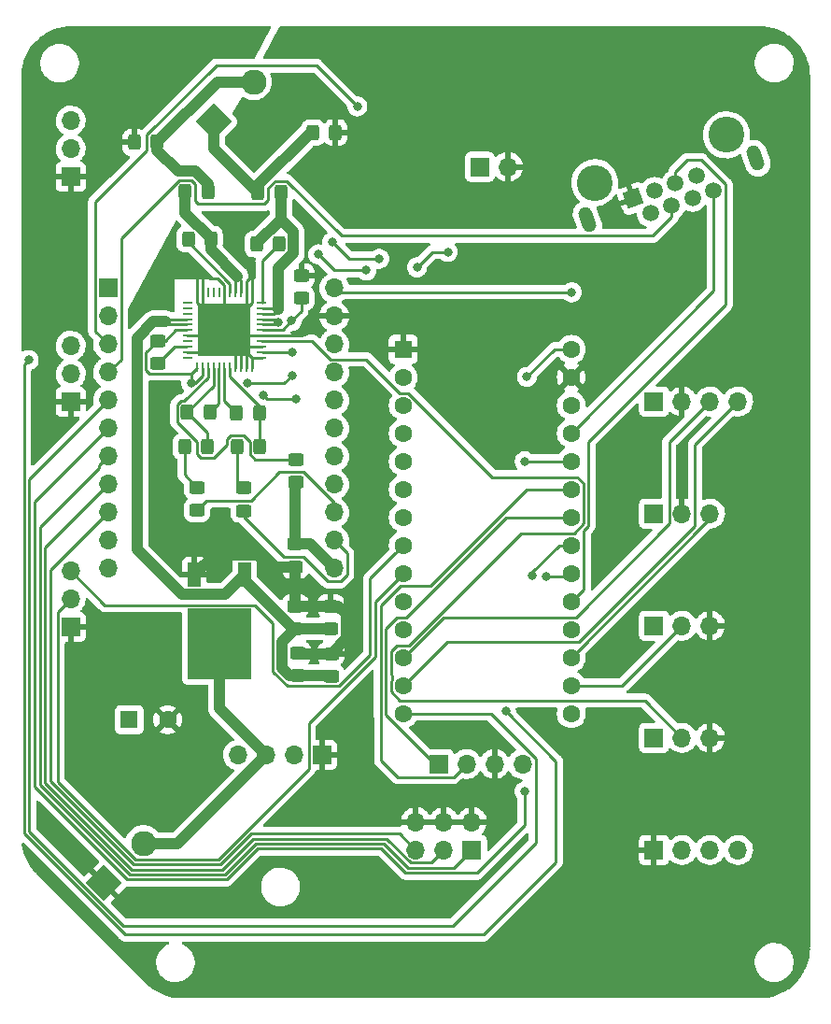
<source format=gbr>
G04 #@! TF.GenerationSoftware,KiCad,Pcbnew,(6.0.7)*
G04 #@! TF.CreationDate,2022-08-21T18:19:36-05:00*
G04 #@! TF.ProjectId,ControlBoardT4_22PinSound_PowerAmp,436f6e74-726f-46c4-926f-61726454345f,rev?*
G04 #@! TF.SameCoordinates,Original*
G04 #@! TF.FileFunction,Copper,L2,Bot*
G04 #@! TF.FilePolarity,Positive*
%FSLAX46Y46*%
G04 Gerber Fmt 4.6, Leading zero omitted, Abs format (unit mm)*
G04 Created by KiCad (PCBNEW (6.0.7)) date 2022-08-21 18:19:36*
%MOMM*%
%LPD*%
G01*
G04 APERTURE LIST*
G04 Aperture macros list*
%AMRoundRect*
0 Rectangle with rounded corners*
0 $1 Rounding radius*
0 $2 $3 $4 $5 $6 $7 $8 $9 X,Y pos of 4 corners*
0 Add a 4 corners polygon primitive as box body*
4,1,4,$2,$3,$4,$5,$6,$7,$8,$9,$2,$3,0*
0 Add four circle primitives for the rounded corners*
1,1,$1+$1,$2,$3*
1,1,$1+$1,$4,$5*
1,1,$1+$1,$6,$7*
1,1,$1+$1,$8,$9*
0 Add four rect primitives between the rounded corners*
20,1,$1+$1,$2,$3,$4,$5,0*
20,1,$1+$1,$4,$5,$6,$7,0*
20,1,$1+$1,$6,$7,$8,$9,0*
20,1,$1+$1,$8,$9,$2,$3,0*%
%AMHorizOval*
0 Thick line with rounded ends*
0 $1 width*
0 $2 $3 position (X,Y) of the first rounded end (center of the circle)*
0 $4 $5 position (X,Y) of the second rounded end (center of the circle)*
0 Add line between two ends*
20,1,$1,$2,$3,$4,$5,0*
0 Add two circle primitives to create the rounded ends*
1,1,$1,$2,$3*
1,1,$1,$4,$5*%
%AMRotRect*
0 Rectangle, with rotation*
0 The origin of the aperture is its center*
0 $1 length*
0 $2 width*
0 $3 Rotation angle, in degrees counterclockwise*
0 Add horizontal line*
21,1,$1,$2,0,0,$3*%
G04 Aperture macros list end*
G04 #@! TA.AperFunction,ComponentPad*
%ADD10RotRect,2.286000X2.286000X45.000000*%
G04 #@! TD*
G04 #@! TA.AperFunction,ComponentPad*
%ADD11C,2.286000*%
G04 #@! TD*
G04 #@! TA.AperFunction,ComponentPad*
%ADD12R,1.700000X1.700000*%
G04 #@! TD*
G04 #@! TA.AperFunction,ComponentPad*
%ADD13O,1.700000X1.700000*%
G04 #@! TD*
G04 #@! TA.AperFunction,ComponentPad*
%ADD14R,1.600000X1.600000*%
G04 #@! TD*
G04 #@! TA.AperFunction,ComponentPad*
%ADD15C,1.600000*%
G04 #@! TD*
G04 #@! TA.AperFunction,WasherPad*
%ADD16C,3.250000*%
G04 #@! TD*
G04 #@! TA.AperFunction,ComponentPad*
%ADD17RotRect,1.500000X1.500000X200.000000*%
G04 #@! TD*
G04 #@! TA.AperFunction,ComponentPad*
%ADD18C,1.500000*%
G04 #@! TD*
G04 #@! TA.AperFunction,ComponentPad*
%ADD19HorizOval,1.259000X-0.188624X0.518240X0.188624X-0.518240X0*%
G04 #@! TD*
G04 #@! TA.AperFunction,SMDPad,CuDef*
%ADD20RoundRect,0.250000X0.450000X-0.325000X0.450000X0.325000X-0.450000X0.325000X-0.450000X-0.325000X0*%
G04 #@! TD*
G04 #@! TA.AperFunction,SMDPad,CuDef*
%ADD21R,0.965200X0.254000*%
G04 #@! TD*
G04 #@! TA.AperFunction,SMDPad,CuDef*
%ADD22R,0.254000X0.965200*%
G04 #@! TD*
G04 #@! TA.AperFunction,SMDPad,CuDef*
%ADD23R,4.851400X4.851400*%
G04 #@! TD*
G04 #@! TA.AperFunction,ComponentPad*
%ADD24C,0.800000*%
G04 #@! TD*
G04 #@! TA.AperFunction,SMDPad,CuDef*
%ADD25RoundRect,0.250000X0.325000X0.450000X-0.325000X0.450000X-0.325000X-0.450000X0.325000X-0.450000X0*%
G04 #@! TD*
G04 #@! TA.AperFunction,SMDPad,CuDef*
%ADD26RoundRect,0.250000X-0.325000X-0.450000X0.325000X-0.450000X0.325000X0.450000X-0.325000X0.450000X0*%
G04 #@! TD*
G04 #@! TA.AperFunction,SMDPad,CuDef*
%ADD27R,1.200000X2.200000*%
G04 #@! TD*
G04 #@! TA.AperFunction,SMDPad,CuDef*
%ADD28R,5.800000X6.400000*%
G04 #@! TD*
G04 #@! TA.AperFunction,SMDPad,CuDef*
%ADD29RoundRect,0.250000X-0.450000X0.325000X-0.450000X-0.325000X0.450000X-0.325000X0.450000X0.325000X0*%
G04 #@! TD*
G04 #@! TA.AperFunction,ViaPad*
%ADD30C,0.800000*%
G04 #@! TD*
G04 #@! TA.AperFunction,Conductor*
%ADD31C,0.250000*%
G04 #@! TD*
G04 #@! TA.AperFunction,Conductor*
%ADD32C,1.000000*%
G04 #@! TD*
G04 APERTURE END LIST*
D10*
X116200000Y-147000000D03*
D11*
X119792102Y-143407898D03*
D10*
X126200000Y-78000000D03*
D11*
X129792102Y-74407898D03*
D12*
X113200000Y-83000000D03*
D13*
X113200000Y-80460000D03*
X113200000Y-77920000D03*
D12*
X113200000Y-103400000D03*
D13*
X113200000Y-100860000D03*
X113200000Y-98320000D03*
D12*
X113200000Y-123800000D03*
D13*
X113200000Y-121260000D03*
X113200000Y-118720000D03*
D14*
X118500000Y-132200000D03*
D15*
X122000000Y-132200000D03*
D12*
X116600000Y-93100000D03*
D13*
X137100000Y-93100000D03*
X116600000Y-95640000D03*
X137100000Y-95640000D03*
X116600000Y-98180000D03*
X137100000Y-98180000D03*
X116600000Y-100720000D03*
X137100000Y-100720000D03*
X116600000Y-103260000D03*
X137100000Y-103260000D03*
X116600000Y-105800000D03*
X137100000Y-105800000D03*
X116600000Y-108340000D03*
X137100000Y-108340000D03*
X116600000Y-110880000D03*
X137100000Y-110880000D03*
X116600000Y-113420000D03*
X137100000Y-113420000D03*
X116600000Y-115960000D03*
X137100000Y-115960000D03*
X116600000Y-118500000D03*
X137100000Y-118500000D03*
D12*
X136000000Y-135400000D03*
D13*
X133460000Y-135400000D03*
X130920000Y-135400000D03*
X128380000Y-135400000D03*
D16*
X160727505Y-83546371D03*
X172661601Y-79202715D03*
D17*
X164228033Y-84975294D03*
D18*
X165795315Y-86299087D03*
X166135609Y-84280993D03*
X167702891Y-85604786D03*
X168043185Y-83586692D03*
X169610467Y-84910485D03*
X169950761Y-82892392D03*
X171518043Y-84216184D03*
D19*
X175326779Y-81320860D03*
X160047377Y-86882108D03*
D12*
X166100000Y-144000000D03*
D13*
X168640000Y-144000000D03*
X171180000Y-144000000D03*
X173720000Y-144000000D03*
D14*
X143357000Y-98638000D03*
D15*
X143357000Y-101178000D03*
X143357000Y-103718000D03*
X143357000Y-106258000D03*
X143357000Y-108798000D03*
X143357000Y-111338000D03*
X143357000Y-113878000D03*
X143357000Y-116418000D03*
X143357000Y-118958000D03*
X143357000Y-121498000D03*
X143357000Y-124038000D03*
X143357000Y-126578000D03*
X143357000Y-129118000D03*
X143357000Y-131658000D03*
X158597000Y-131658000D03*
X158597000Y-129118000D03*
X158597000Y-126578000D03*
X158597000Y-124038000D03*
X158597000Y-121498000D03*
X158597000Y-118958000D03*
X158597000Y-116418000D03*
X158597000Y-113878000D03*
X158597000Y-111338000D03*
X158597000Y-108798000D03*
X158597000Y-106258000D03*
X158597000Y-103718000D03*
X158597000Y-101178000D03*
X158597000Y-98638000D03*
D12*
X150300000Y-82100000D03*
D13*
X152840000Y-82100000D03*
D12*
X146554700Y-136212360D03*
D13*
X149094700Y-136212360D03*
X151634700Y-136212360D03*
X154174700Y-136212360D03*
D12*
X166100000Y-103360000D03*
D13*
X168640000Y-103360000D03*
X171180000Y-103360000D03*
X173720000Y-103360000D03*
D12*
X166100000Y-113520000D03*
D13*
X168640000Y-113520000D03*
X171180000Y-113520000D03*
D12*
X166100000Y-123680000D03*
D13*
X168640000Y-123680000D03*
X171180000Y-123680000D03*
D12*
X166100000Y-133840000D03*
D13*
X168640000Y-133840000D03*
X171180000Y-133840000D03*
D12*
X149590000Y-144000000D03*
D13*
X149590000Y-141460000D03*
X147050000Y-144000000D03*
X147050000Y-141460000D03*
X144510000Y-144000000D03*
X144510000Y-141460000D03*
D20*
X121065860Y-99920900D03*
X121065860Y-97870900D03*
D21*
X130528200Y-94400000D03*
X130528200Y-94899999D03*
X130528200Y-95400000D03*
X130528200Y-95899999D03*
X130528200Y-96400001D03*
X130528200Y-96900000D03*
X130528200Y-97399999D03*
X130528200Y-97900001D03*
X130528200Y-98400000D03*
X130528200Y-98900001D03*
X130528200Y-99400000D03*
D22*
X129650000Y-100278200D03*
X129150001Y-100278200D03*
X128650000Y-100278200D03*
X128150001Y-100278200D03*
X127649999Y-100278200D03*
X127150000Y-100278200D03*
X126650001Y-100278200D03*
X126149999Y-100278200D03*
X125650000Y-100278200D03*
X125149999Y-100278200D03*
X124650000Y-100278200D03*
D21*
X123771800Y-99400000D03*
X123771800Y-98900001D03*
X123771800Y-98400000D03*
X123771800Y-97900001D03*
X123771800Y-97399999D03*
X123771800Y-96900000D03*
X123771800Y-96400001D03*
X123771800Y-95899999D03*
X123771800Y-95400000D03*
X123771800Y-94899999D03*
X123771800Y-94400000D03*
D22*
X124650000Y-93521800D03*
X125149999Y-93521800D03*
X125650000Y-93521800D03*
X126149999Y-93521800D03*
X126650001Y-93521800D03*
X127150000Y-93521800D03*
X127649999Y-93521800D03*
X128150001Y-93521800D03*
X128650000Y-93521800D03*
X129150001Y-93521800D03*
X129650000Y-93521800D03*
D23*
X127150000Y-96900000D03*
D24*
X127150000Y-96900000D03*
X125937150Y-96900000D03*
X127756425Y-98112850D03*
X128362850Y-96900000D03*
X127756425Y-95687150D03*
X126543575Y-95687150D03*
X126543575Y-98112850D03*
D20*
X134124000Y-94024400D03*
X134124000Y-91974400D03*
D25*
X125809420Y-104359440D03*
X123759420Y-104359440D03*
X125583360Y-107481100D03*
X123533360Y-107481100D03*
D26*
X128242520Y-104448340D03*
X130292520Y-104448340D03*
D27*
X124428200Y-119051400D03*
X128988200Y-119051400D03*
D28*
X126708200Y-125351400D03*
D25*
X130343320Y-107481100D03*
X128293320Y-107481100D03*
X132250860Y-84456000D03*
X130200860Y-84456000D03*
D29*
X136811320Y-126212220D03*
X136811320Y-128262220D03*
D25*
X125905940Y-88654620D03*
X123855940Y-88654620D03*
D29*
X133618540Y-108617640D03*
X133618540Y-110667640D03*
D26*
X130081480Y-89101660D03*
X132131480Y-89101660D03*
D29*
X136781840Y-121904120D03*
X136781840Y-123954120D03*
X133556040Y-121904120D03*
X133556040Y-123954120D03*
D25*
X121025000Y-79896700D03*
X118975000Y-79896700D03*
D29*
X128911920Y-111216060D03*
X128911920Y-113266060D03*
X133565200Y-116298600D03*
X133565200Y-118348600D03*
D26*
X123589240Y-84364560D03*
X125639240Y-84364560D03*
D29*
X133765860Y-126171580D03*
X133765860Y-128221580D03*
X124657420Y-111155100D03*
X124657420Y-113205100D03*
D25*
X137225000Y-79000000D03*
X135175000Y-79000000D03*
D30*
X158622201Y-93472201D03*
X154570000Y-101130000D03*
X139010000Y-120730000D03*
X134493000Y-97075000D03*
X133245721Y-96066901D03*
X133266878Y-100982382D03*
X133258494Y-98923386D03*
X129196423Y-101679718D03*
X124131502Y-101679602D03*
X132058980Y-96177000D03*
X123268199Y-120851401D03*
X156290000Y-119240000D03*
X155090000Y-119170000D03*
X139190000Y-76620000D03*
X140020000Y-91490000D03*
X135650000Y-90030000D03*
X136930000Y-88920000D03*
X141170000Y-90430000D03*
X130680000Y-102830000D03*
X133630000Y-103140000D03*
X144610000Y-91210000D03*
X147390000Y-89810000D03*
X152670000Y-131440000D03*
X109392720Y-99611180D03*
X154380000Y-108780000D03*
X154360000Y-138690000D03*
D31*
X137472201Y-93472201D02*
X137100000Y-93100000D01*
X157062000Y-98638000D02*
X158597000Y-98638000D01*
X154570000Y-101130000D02*
X157062000Y-98638000D01*
X158622201Y-93472201D02*
X137472201Y-93472201D01*
X129639000Y-100347600D02*
X129639000Y-99402000D01*
X129139001Y-93456400D02*
X129139001Y-94901999D01*
X129139001Y-94901999D02*
X127139000Y-96902000D01*
X130584600Y-99402000D02*
X129639000Y-99402000D01*
X128139001Y-97902001D02*
X127139000Y-96902000D01*
D32*
X133556040Y-120228360D02*
X133556040Y-118357760D01*
D31*
X129639000Y-93456400D02*
X129639000Y-94402000D01*
X127638999Y-97401999D02*
X127139000Y-96902000D01*
X130584600Y-97401999D02*
X127638999Y-97401999D01*
X124639000Y-93456400D02*
X124639000Y-94402000D01*
X129139001Y-100347600D02*
X129139001Y-98902001D01*
X126639001Y-97401999D02*
X127139000Y-96902000D01*
X129639000Y-99402000D02*
X127139000Y-96902000D01*
X128139001Y-100347600D02*
X128139001Y-97902001D01*
X127139000Y-93456400D02*
X127139000Y-96902000D01*
X129139001Y-98902001D02*
X127139000Y-96902000D01*
X130584600Y-98402000D02*
X128639000Y-98402000D01*
X123693400Y-98902001D02*
X125138999Y-98902001D01*
X128639000Y-98402000D02*
X127139000Y-96902000D01*
X125138999Y-98902001D02*
X127139000Y-96902000D01*
X123693400Y-97401999D02*
X126639001Y-97401999D01*
X128639000Y-100347600D02*
X128639000Y-98402000D01*
X124639000Y-94402000D02*
X127139000Y-96902000D01*
X125138999Y-93456400D02*
X125138999Y-94901999D01*
X129639000Y-94402000D02*
X127139000Y-96902000D01*
X125138999Y-94901999D02*
X127139000Y-96902000D01*
D32*
X133806500Y-126212220D02*
X133765860Y-126171580D01*
X130148201Y-117251399D02*
X126228201Y-117251399D01*
X126228201Y-117251399D02*
X124428200Y-119051400D01*
X133556040Y-121904120D02*
X133556040Y-120228360D01*
X136811320Y-126212220D02*
X133806500Y-126212220D01*
X131245402Y-118348600D02*
X130148201Y-117251399D01*
X133556040Y-118357760D02*
X133565200Y-118348600D01*
X133565200Y-118348600D02*
X131245402Y-118348600D01*
X136781840Y-121904120D02*
X133556040Y-121904120D01*
D31*
X125799998Y-92200000D02*
X125149999Y-91550001D01*
X129650000Y-93521800D02*
X129650000Y-91950000D01*
X129150001Y-93521800D02*
X129150001Y-92449999D01*
D32*
X138181850Y-122604130D02*
X138181850Y-124841690D01*
D31*
X129650000Y-91950000D02*
X129650000Y-91350000D01*
X127150000Y-93521800D02*
X127150000Y-92850000D01*
X129150001Y-92449999D02*
X129650000Y-91950000D01*
X134168001Y-97399999D02*
X134493000Y-97075000D01*
X130528200Y-97399999D02*
X133300001Y-97399999D01*
X125149999Y-91550001D02*
X125149999Y-93521800D01*
D32*
X138181850Y-124841690D02*
X136811320Y-126212220D01*
D31*
X127150000Y-92850000D02*
X126500000Y-92200000D01*
D32*
X137481840Y-121904120D02*
X138181850Y-122604130D01*
D31*
X124650000Y-93521800D02*
X124650000Y-91450000D01*
D32*
X136781840Y-121904120D02*
X137481840Y-121904120D01*
D31*
X126500000Y-92200000D02*
X125799998Y-92200000D01*
X133300001Y-97399999D02*
X134168001Y-97399999D01*
X121065860Y-97870900D02*
X120040850Y-98895910D01*
X129196423Y-101679718D02*
X132569542Y-101679718D01*
X125138999Y-101061001D02*
X124520398Y-101679602D01*
X123781430Y-100820910D02*
X124165690Y-100820910D01*
X124131502Y-101679602D02*
X124131502Y-100855098D01*
X124131502Y-100855098D02*
X124165690Y-100820910D01*
X132403340Y-96902000D02*
X132406981Y-96905641D01*
X133258494Y-98923386D02*
X130605985Y-98923386D01*
X125138999Y-100347600D02*
X125138999Y-101061001D01*
X130584600Y-96902000D02*
X132403340Y-96902000D01*
X124165690Y-100820910D02*
X124639000Y-100347600D01*
X121065860Y-97870900D02*
X121765860Y-97870900D01*
X124520398Y-101679602D02*
X124131502Y-101679602D01*
X120040850Y-100484080D02*
X120377680Y-100820910D01*
X121765860Y-97870900D02*
X122734760Y-96902000D01*
X132406981Y-96905641D02*
X133245721Y-96066901D01*
X130605985Y-98923386D02*
X130584600Y-98902001D01*
X133245721Y-96066901D02*
X134124000Y-95188622D01*
X122734760Y-96902000D02*
X123693400Y-96902000D01*
X132569542Y-101679718D02*
X133266878Y-100982382D01*
X120040850Y-98895910D02*
X120040850Y-100484080D01*
X120377680Y-100820910D02*
X123781430Y-100820910D01*
X134124000Y-95188622D02*
X134124000Y-94024400D01*
D32*
X126708200Y-131188200D02*
X130920000Y-135400000D01*
X130920000Y-135400000D02*
X122912102Y-143407898D01*
X126708200Y-125351400D02*
X126708200Y-131188200D01*
X122912102Y-143407898D02*
X119792102Y-143407898D01*
D31*
X128911920Y-113841060D02*
X132519450Y-117448590D01*
X137664001Y-119675001D02*
X138275001Y-119064001D01*
X128911920Y-113266060D02*
X128911920Y-113841060D01*
X136535999Y-119675001D02*
X137664001Y-119675001D01*
X132519450Y-117448590D02*
X134309588Y-117448590D01*
X138275001Y-119064001D02*
X138275001Y-117135001D01*
X134309588Y-117448590D02*
X136535999Y-119675001D01*
X138275001Y-117135001D02*
X137100000Y-115960000D01*
X128293320Y-107481100D02*
X128293320Y-110597460D01*
X128293320Y-110597460D02*
X128911920Y-111216060D01*
X123533360Y-107481100D02*
X123533360Y-110031040D01*
X123533360Y-110031040D02*
X124657420Y-111155100D01*
X125496470Y-112366050D02*
X124657420Y-113205100D01*
X129533950Y-112366050D02*
X125496470Y-112366050D01*
X132132370Y-109767630D02*
X129533950Y-112366050D01*
X137100000Y-113420000D02*
X137100000Y-112560910D01*
X137100000Y-112560910D02*
X134306720Y-109767630D01*
X134306720Y-109767630D02*
X132132370Y-109767630D01*
X130584600Y-96402001D02*
X131833979Y-96402001D01*
D32*
X128988200Y-119051400D02*
X127188199Y-120851401D01*
D31*
X123693400Y-95901999D02*
X122027761Y-95901999D01*
D32*
X127188199Y-120851401D02*
X123268199Y-120851401D01*
D31*
X131833979Y-96402001D02*
X132058980Y-96177000D01*
X122027761Y-95901999D02*
X121799920Y-96129840D01*
D32*
X119215840Y-97602400D02*
X119215840Y-116799042D01*
X119215840Y-116799042D02*
X123268199Y-120851401D01*
X121799920Y-96129840D02*
X120688400Y-96129840D01*
X120688400Y-96129840D02*
X119215840Y-97602400D01*
D31*
X131783979Y-95901999D02*
X132058980Y-96177000D01*
X130584600Y-95901999D02*
X131783979Y-95901999D01*
X122072081Y-96402001D02*
X121799920Y-96129840D01*
X123693400Y-96402001D02*
X122072081Y-96402001D01*
D32*
X136770680Y-128221580D02*
X136811320Y-128262220D01*
X132365850Y-125144310D02*
X132365850Y-127521570D01*
X133065860Y-128221580D02*
X133765860Y-128221580D01*
X133556040Y-123954120D02*
X132365850Y-125144310D01*
X132365850Y-127521570D02*
X133065860Y-128221580D01*
X128988200Y-119551400D02*
X133390920Y-123954120D01*
X128988200Y-119051400D02*
X128988200Y-119551400D01*
X133390920Y-123954120D02*
X133556040Y-123954120D01*
X133556040Y-123954120D02*
X136781840Y-123954120D01*
X133765860Y-128221580D02*
X136770680Y-128221580D01*
X134898600Y-116298600D02*
X137100000Y-118500000D01*
X133565200Y-116298600D02*
X134898600Y-116298600D01*
X133565200Y-110720980D02*
X133618540Y-110667640D01*
X133565200Y-116298600D02*
X133565200Y-110720980D01*
D31*
X122859410Y-105218960D02*
X124683350Y-107042900D01*
X127730140Y-106456090D02*
X128856500Y-106456090D01*
X124683350Y-107042900D02*
X124683350Y-108169280D01*
X127393310Y-106792920D02*
X127730140Y-106456090D01*
X127393310Y-107259340D02*
X127393310Y-106792920D01*
X125639000Y-101197410D02*
X123501980Y-103334430D01*
X129443310Y-107042900D02*
X129443310Y-108169280D01*
X129443310Y-108169280D02*
X129891670Y-108617640D01*
X123501980Y-103334430D02*
X123196240Y-103334430D01*
X123196240Y-103334430D02*
X122859410Y-103671260D01*
X122859410Y-103671260D02*
X122859410Y-105218960D01*
X126146540Y-108506110D02*
X127393310Y-107259340D01*
X125639000Y-100347600D02*
X125639000Y-101197410D01*
X129891670Y-108617640D02*
X133618540Y-108617640D01*
X128856500Y-106456090D02*
X129443310Y-107042900D01*
X125020180Y-108506110D02*
X126146540Y-108506110D01*
X124683350Y-108169280D02*
X125020180Y-108506110D01*
X130584600Y-90648540D02*
X132131480Y-89101660D01*
X130584600Y-94402000D02*
X130584600Y-90648540D01*
D32*
X133406490Y-89945170D02*
X132036120Y-91315540D01*
X132036120Y-91315540D02*
X132036120Y-94979220D01*
D31*
X130584600Y-94901999D02*
X131958899Y-94901999D01*
D32*
X130081480Y-89033140D02*
X130081480Y-89101660D01*
X133406490Y-88019390D02*
X133406490Y-89945170D01*
D31*
X131958899Y-94901999D02*
X132036120Y-94979220D01*
X130584600Y-95402000D02*
X131613340Y-95402000D01*
X131613340Y-95402000D02*
X132036120Y-94979220D01*
D32*
X132250860Y-86863760D02*
X133406490Y-88019390D01*
X132250860Y-86863760D02*
X130081480Y-89033140D01*
X132250860Y-84456000D02*
X132250860Y-86863760D01*
D31*
X128139001Y-93456400D02*
X128139001Y-92216459D01*
X128139001Y-92216459D02*
X128322640Y-92032820D01*
X128639000Y-93456400D02*
X128639000Y-92349180D01*
X128639000Y-92349180D02*
X128322640Y-92032820D01*
D32*
X125905940Y-89616120D02*
X128322640Y-92032820D01*
X125905940Y-88654620D02*
X125905940Y-89616120D01*
X125905940Y-88586100D02*
X125905940Y-88654620D01*
X123589240Y-86269400D02*
X125905940Y-88586100D01*
X123589240Y-84364560D02*
X123589240Y-86269400D01*
D31*
X127638999Y-92694397D02*
X127638999Y-93456400D01*
X123855940Y-88911338D02*
X127638999Y-92694397D01*
X123855940Y-89008141D02*
X123855940Y-88654620D01*
X123855940Y-88654620D02*
X123855940Y-88911338D01*
D32*
X126200000Y-80455140D02*
X130200860Y-84456000D01*
X130200860Y-83751070D02*
X134951930Y-79000000D01*
X126200000Y-78000000D02*
X126200000Y-80455140D01*
X130200860Y-83974140D02*
X130200860Y-84456000D01*
X130200860Y-84456000D02*
X130200860Y-83751070D01*
X134951930Y-79000000D02*
X135175000Y-79000000D01*
X124494151Y-82514541D02*
X125639240Y-83659630D01*
X121025000Y-79896700D02*
X121025000Y-80596700D01*
X121025000Y-79896700D02*
X126513802Y-74407898D01*
X125639240Y-83659630D02*
X125639240Y-84364560D01*
X121025000Y-80596700D02*
X122942840Y-82514540D01*
X122942840Y-82514540D02*
X124494151Y-82514541D01*
X126513802Y-74407898D02*
X129792102Y-74407898D01*
D31*
X130292520Y-103801121D02*
X130292520Y-104448340D01*
X130292520Y-107430300D02*
X130343320Y-107481100D01*
X127638999Y-101147600D02*
X130292520Y-103801121D01*
X127638999Y-100347600D02*
X127638999Y-101147600D01*
X130292520Y-104448340D02*
X130292520Y-107430300D01*
X123759420Y-104359440D02*
X125583360Y-106183380D01*
X126138999Y-101979861D02*
X123759420Y-104359440D01*
X126138999Y-100347600D02*
X126138999Y-101979861D01*
X125583360Y-106183380D02*
X125583360Y-107481100D01*
X127139000Y-100347600D02*
X127139000Y-103344820D01*
X127139000Y-103344820D02*
X128242520Y-104448340D01*
X126639001Y-100347600D02*
X126639001Y-103529859D01*
X126639001Y-103529859D02*
X125809420Y-104359440D01*
X122584760Y-98402000D02*
X123693400Y-98402000D01*
X121065860Y-99920900D02*
X122584760Y-98402000D01*
X171180000Y-113995000D02*
X171180000Y-113520000D01*
X158597000Y-126578000D02*
X171180000Y-113995000D01*
X163202000Y-129118000D02*
X168640000Y-123680000D01*
X158597000Y-129118000D02*
X163202000Y-129118000D01*
X158315000Y-119240000D02*
X158597000Y-118958000D01*
X156290000Y-119240000D02*
X158315000Y-119240000D01*
X157465630Y-116418000D02*
X155090000Y-118793630D01*
X158597000Y-116418000D02*
X157465630Y-116418000D01*
X155090000Y-118793630D02*
X155090000Y-119170000D01*
X168043185Y-83586692D02*
X168043185Y-82526032D01*
X159722001Y-115072997D02*
X159722001Y-120372999D01*
X159722001Y-120372999D02*
X158597000Y-121498000D01*
X160172011Y-107002987D02*
X160172011Y-114622987D01*
X172593044Y-83700183D02*
X172593044Y-94581954D01*
X168043185Y-82526032D02*
X169079217Y-81490000D01*
X169079217Y-81490000D02*
X170382861Y-81490000D01*
X160172011Y-114622987D02*
X159722001Y-115072997D01*
X170382861Y-81490000D02*
X172593044Y-83700183D01*
X172593044Y-94581954D02*
X160172011Y-107002987D01*
X124741010Y-85481010D02*
X124489250Y-85229250D01*
X124489250Y-83676380D02*
X124152420Y-83339550D01*
X124489250Y-85229250D02*
X124489250Y-83676380D01*
X130764040Y-85481010D02*
X124741010Y-85481010D01*
X167702891Y-85604786D02*
X167702891Y-86665446D01*
X131100870Y-85144180D02*
X130764040Y-85481010D01*
X137737908Y-88354858D02*
X132753050Y-83370000D01*
X117775001Y-99544999D02*
X116600000Y-100720000D01*
X166013479Y-88354858D02*
X137737908Y-88354858D01*
X132753050Y-83370000D02*
X131748670Y-83370000D01*
X131100870Y-84017800D02*
X131100870Y-85144180D01*
X131748670Y-83370000D02*
X131100870Y-84017800D01*
X124152420Y-83339550D02*
X123026060Y-83339550D01*
X167702891Y-86665446D02*
X166013479Y-88354858D01*
X117775001Y-88590609D02*
X117775001Y-99544999D01*
X123026060Y-83339550D02*
X117775001Y-88590609D01*
X120124990Y-79208520D02*
X126393613Y-72939897D01*
X115424999Y-97004999D02*
X115424999Y-85284871D01*
X126393613Y-72939897D02*
X135509897Y-72939897D01*
X115424999Y-85284871D02*
X120124990Y-80584880D01*
X135509897Y-72939897D02*
X139190000Y-76620000D01*
X120124990Y-80584880D02*
X120124990Y-79208520D01*
X116600000Y-98180000D02*
X115424999Y-97004999D01*
X167464999Y-107075001D02*
X167464999Y-114440003D01*
X171180000Y-103360000D02*
X167464999Y-107075001D01*
X147022001Y-122912999D02*
X143357000Y-126578000D01*
X158992003Y-122912999D02*
X147022001Y-122912999D01*
X167464999Y-114440003D02*
X158992003Y-122912999D01*
X147311999Y-125163001D02*
X159282001Y-125163001D01*
X159282001Y-125163001D02*
X169815001Y-114630001D01*
X143357000Y-129118000D02*
X147311999Y-125163001D01*
X169815001Y-107264999D02*
X173720000Y-103360000D01*
X169815001Y-114630001D02*
X169815001Y-107264999D01*
X137110000Y-91490000D02*
X140020000Y-91490000D01*
X135650000Y-90030000D02*
X137110000Y-91490000D01*
X141170000Y-90430000D02*
X138440000Y-90430000D01*
X138440000Y-90430000D02*
X136930000Y-88920000D01*
X171518043Y-93336957D02*
X158597000Y-106258000D01*
X171518043Y-84216184D02*
X171518043Y-93336957D01*
X130990000Y-103140000D02*
X130680000Y-102830000D01*
X133630000Y-103140000D02*
X130990000Y-103140000D01*
X140356569Y-119418431D02*
X142557001Y-117217999D01*
X140356569Y-126305161D02*
X140356569Y-119418431D01*
X116306399Y-121826399D02*
X129868201Y-121826399D01*
X142557001Y-117217999D02*
X143357000Y-116418000D01*
X113200000Y-118720000D02*
X116306399Y-121826399D01*
X131540841Y-127863301D02*
X132839770Y-129162230D01*
X132839770Y-129162230D02*
X137499500Y-129162230D01*
X137499500Y-129162230D02*
X140356569Y-126305161D01*
X131540840Y-123499038D02*
X131540841Y-127863301D01*
X129868201Y-121826399D02*
X131540840Y-123499038D01*
X140806580Y-121508420D02*
X143357000Y-118958000D01*
X140806580Y-126513420D02*
X140806580Y-121508420D01*
X134776486Y-136707930D02*
X134776486Y-132543514D01*
X112024999Y-122435001D02*
X112024999Y-137813437D01*
X119087461Y-144875899D02*
X126608517Y-144875899D01*
X126608517Y-144875899D02*
X134776486Y-136707930D01*
X134776486Y-132543514D02*
X140806580Y-126513420D01*
X113200000Y-121260000D02*
X112024999Y-122435001D01*
X112024999Y-137813437D02*
X119087461Y-144875899D01*
X159722001Y-110797999D02*
X159137001Y-110212999D01*
X130528200Y-97900001D02*
X135080999Y-97900001D01*
X151442990Y-110212999D02*
X143822991Y-102593000D01*
X142816999Y-125452999D02*
X143845591Y-125452999D01*
X159137001Y-110212999D02*
X151442990Y-110212999D01*
X140004999Y-99544999D02*
X143052999Y-102592999D01*
X136725997Y-99544999D02*
X140004999Y-99544999D01*
X142231999Y-126037999D02*
X142816999Y-125452999D01*
X143043998Y-130470000D02*
X142231999Y-129658001D01*
X142231999Y-128741691D02*
X142331869Y-128641821D01*
X143845591Y-125452999D02*
X154005591Y-115292999D01*
X159722001Y-114436587D02*
X159722001Y-110797999D01*
X168640000Y-133840000D02*
X165270000Y-130470000D01*
X135080999Y-97900001D02*
X136725997Y-99544999D01*
X165270000Y-130470000D02*
X143043998Y-130470000D01*
X142231999Y-129658001D02*
X142231999Y-128741691D01*
X142231999Y-128082789D02*
X142231999Y-126037999D01*
X142331869Y-128182659D02*
X142231999Y-128082789D01*
X154005591Y-115292999D02*
X158865589Y-115292999D01*
X158865589Y-115292999D02*
X159722001Y-114436587D01*
X142331869Y-128641821D02*
X142331869Y-128182659D01*
X143822991Y-102593000D02*
X143052999Y-102592999D01*
X144610000Y-91210000D02*
X146010000Y-89810000D01*
X146010000Y-89810000D02*
X147390000Y-89810000D01*
X141781988Y-131747990D02*
X146246358Y-136212360D01*
X142816999Y-122912999D02*
X141781988Y-123948010D01*
X142816999Y-122912999D02*
X143607003Y-122912999D01*
X141781988Y-123948010D02*
X141781988Y-131747990D01*
X143607003Y-122912999D02*
X152642002Y-113878000D01*
X152642002Y-113878000D02*
X158597000Y-113878000D01*
X146246358Y-136212360D02*
X146554700Y-136212360D01*
X158597000Y-111338000D02*
X154545592Y-111338000D01*
X154545592Y-111338000D02*
X145800591Y-120083001D01*
X143106997Y-120083001D02*
X141331977Y-121858021D01*
X141338300Y-135371840D02*
X141338300Y-135872220D01*
X141331977Y-131934390D02*
X141336705Y-131939118D01*
X141331977Y-121858021D02*
X141331977Y-131934390D01*
X141338300Y-135872220D02*
X142853441Y-137387361D01*
X142853441Y-137387361D02*
X147919699Y-137387361D01*
X145800591Y-120083001D02*
X143106997Y-120083001D01*
X147919699Y-137387361D02*
X148244701Y-137062359D01*
X141336705Y-131939118D02*
X141338300Y-135371840D01*
X148244701Y-137062359D02*
X149094700Y-136212360D01*
X108992732Y-142505210D02*
X118173434Y-151685912D01*
X118173434Y-151685912D02*
X150624088Y-151685912D01*
X150624088Y-151685912D02*
X157210000Y-145100000D01*
X157210000Y-135980000D02*
X152670000Y-131440000D01*
X157210000Y-145100000D02*
X157210000Y-135980000D01*
X108992732Y-100011168D02*
X108992732Y-142505210D01*
X109392720Y-99611180D02*
X108992732Y-100011168D01*
X147820000Y-150850000D02*
X155349700Y-143320300D01*
X109442732Y-142318814D02*
X117973918Y-150850000D01*
X116600000Y-103260000D02*
X109442732Y-110417268D01*
X151288000Y-131658000D02*
X143357000Y-131658000D01*
X155349700Y-143320300D02*
X155349700Y-135719700D01*
X109442732Y-110417268D02*
X109442732Y-142318814D01*
X155349700Y-135719700D02*
X151288000Y-131658000D01*
X117973918Y-150850000D02*
X147820000Y-150850000D01*
X154380000Y-108780000D02*
X154398000Y-108798000D01*
X130150000Y-143880000D02*
X141378176Y-143880000D01*
X109960000Y-114604221D02*
X109915960Y-114648261D01*
X150054977Y-146075023D02*
X154360000Y-141770000D01*
X127354058Y-146675942D02*
X130150000Y-143880000D01*
X141378176Y-143880000D02*
X143573199Y-146075023D01*
X118341861Y-146675942D02*
X127354058Y-146675942D01*
X109960000Y-112440000D02*
X109960000Y-114604221D01*
X116600000Y-105800000D02*
X109960000Y-112440000D01*
X154398000Y-108798000D02*
X158597000Y-108798000D01*
X109915960Y-138250041D02*
X118341861Y-146675942D01*
X154360000Y-141770000D02*
X154360000Y-138690000D01*
X109915960Y-114648261D02*
X109915960Y-138250041D01*
X143573199Y-146075023D02*
X150054977Y-146075023D01*
X141564586Y-143430000D02*
X143759598Y-145625012D01*
X127167672Y-146225932D02*
X129963604Y-143430000D01*
X110408720Y-114730952D02*
X110408720Y-138106391D01*
X143759598Y-145625012D02*
X147964988Y-145625012D01*
X147964988Y-145625012D02*
X149590000Y-144000000D01*
X110408720Y-138106391D02*
X118528260Y-146225932D01*
X116600000Y-108340000D02*
X115750001Y-109189999D01*
X115750001Y-109189999D02*
X115750001Y-109389671D01*
X115750001Y-109389671D02*
X110408720Y-114730952D01*
X129963604Y-143430000D02*
X141564586Y-143430000D01*
X118528260Y-146225932D02*
X127167672Y-146225932D01*
X144023299Y-145175000D02*
X145874999Y-145175001D01*
X110858731Y-116621269D02*
X110858731Y-137919991D01*
X141828299Y-142980000D02*
X144023299Y-145175000D01*
X129777208Y-142980000D02*
X141828299Y-142980000D01*
X126981287Y-145775921D02*
X129777208Y-142980000D01*
X145874999Y-145175001D02*
X147050000Y-144000000D01*
X116600000Y-110880000D02*
X110858731Y-116621269D01*
X118714661Y-145775921D02*
X126981287Y-145775921D01*
X110858731Y-137919991D02*
X118714661Y-145775921D01*
X118901061Y-145325910D02*
X126794902Y-145325910D01*
X129590812Y-142530000D02*
X143040000Y-142530000D01*
X111353600Y-137778449D02*
X111353600Y-118666400D01*
X111353600Y-118666400D02*
X116600000Y-113420000D01*
X126794902Y-145325910D02*
X129590812Y-142530000D01*
X143040000Y-142530000D02*
X144510000Y-144000000D01*
X118901061Y-145325910D02*
X111353600Y-137778449D01*
G04 #@! TA.AperFunction,Conductor*
G36*
X175644018Y-69344000D02*
G01*
X175658851Y-69346310D01*
X175658855Y-69346310D01*
X175667724Y-69347691D01*
X175688183Y-69345016D01*
X175710008Y-69344072D01*
X176066937Y-69359656D01*
X176077886Y-69360614D01*
X176462379Y-69411233D01*
X176473205Y-69413142D01*
X176851822Y-69497080D01*
X176862439Y-69499925D01*
X176951879Y-69528125D01*
X177232302Y-69616542D01*
X177242615Y-69620295D01*
X177600932Y-69768715D01*
X177610876Y-69773353D01*
X177954867Y-69952423D01*
X177964387Y-69957919D01*
X178291468Y-70166292D01*
X178300472Y-70172597D01*
X178608138Y-70408678D01*
X178616558Y-70415743D01*
X178902483Y-70677744D01*
X178910256Y-70685517D01*
X179172257Y-70971442D01*
X179179322Y-70979862D01*
X179415403Y-71287528D01*
X179421708Y-71296532D01*
X179630081Y-71623613D01*
X179635576Y-71633132D01*
X179745906Y-71845072D01*
X179814643Y-71977115D01*
X179819285Y-71987068D01*
X179964643Y-72337993D01*
X179967702Y-72345377D01*
X179971458Y-72355698D01*
X180027323Y-72532879D01*
X180088075Y-72725561D01*
X180090920Y-72736178D01*
X180174858Y-73114795D01*
X180176767Y-73125621D01*
X180227386Y-73510114D01*
X180228344Y-73521063D01*
X180232382Y-73613538D01*
X180243603Y-73870552D01*
X180242223Y-73895429D01*
X180240309Y-73907724D01*
X180241473Y-73916626D01*
X180241473Y-73916628D01*
X180244436Y-73939283D01*
X180245500Y-73955621D01*
X180245500Y-152825633D01*
X180244000Y-152845018D01*
X180241690Y-152859851D01*
X180241690Y-152859855D01*
X180240309Y-152868724D01*
X180242984Y-152889183D01*
X180243928Y-152911007D01*
X180242881Y-152934984D01*
X180228342Y-153267960D01*
X180227384Y-153278910D01*
X180176758Y-153663427D01*
X180174849Y-153674253D01*
X180090902Y-154052890D01*
X180088057Y-154063508D01*
X179971426Y-154433391D01*
X179967666Y-154443721D01*
X179819239Y-154802029D01*
X179814593Y-154811991D01*
X179688120Y-155054928D01*
X179635500Y-155156002D01*
X179630008Y-155165513D01*
X179421605Y-155492615D01*
X179415302Y-155501615D01*
X179192735Y-155791647D01*
X179179197Y-155809288D01*
X179172131Y-155817709D01*
X178910090Y-156103649D01*
X178902321Y-156111417D01*
X178616364Y-156373420D01*
X178607952Y-156380478D01*
X178300452Y-156616403D01*
X178300247Y-156616560D01*
X178291242Y-156622865D01*
X177964125Y-156831232D01*
X177954605Y-156836727D01*
X177752136Y-156942109D01*
X177610575Y-157015788D01*
X177600625Y-157020427D01*
X177421461Y-157094623D01*
X177242303Y-157168817D01*
X177231974Y-157172576D01*
X176962835Y-157257412D01*
X176862388Y-157289075D01*
X176862083Y-157289171D01*
X176851466Y-157292016D01*
X176472801Y-157375930D01*
X176461995Y-157377834D01*
X176269724Y-157403129D01*
X176077463Y-157428423D01*
X176066512Y-157429380D01*
X175716994Y-157444607D01*
X175692115Y-157443224D01*
X175688697Y-157442691D01*
X175688690Y-157442691D01*
X175679827Y-157441310D01*
X175650422Y-157445152D01*
X175648233Y-157445438D01*
X175631909Y-157446500D01*
X123332867Y-157446500D01*
X123313482Y-157445000D01*
X123298649Y-157442690D01*
X123298645Y-157442690D01*
X123289776Y-157441309D01*
X123269317Y-157443984D01*
X123247492Y-157444928D01*
X122890563Y-157429344D01*
X122879614Y-157428386D01*
X122495121Y-157377767D01*
X122484295Y-157375858D01*
X122105678Y-157291920D01*
X122095061Y-157289075D01*
X121924798Y-157235392D01*
X121725198Y-157172458D01*
X121714885Y-157168705D01*
X121356568Y-157020285D01*
X121346624Y-157015647D01*
X121002632Y-156836576D01*
X120993113Y-156831081D01*
X120666032Y-156622708D01*
X120657028Y-156616403D01*
X120349362Y-156380322D01*
X120340942Y-156373257D01*
X120110996Y-156162551D01*
X120083028Y-156136923D01*
X120066411Y-156118353D01*
X120064367Y-156115555D01*
X120064365Y-156115553D01*
X120059070Y-156108305D01*
X120051953Y-156102834D01*
X120051949Y-156102830D01*
X120033824Y-156088897D01*
X120021520Y-156078097D01*
X110085872Y-146142449D01*
X110073225Y-146127681D01*
X110064367Y-146115556D01*
X110059070Y-146108305D01*
X110051953Y-146102834D01*
X110051951Y-146102832D01*
X110042712Y-146095730D01*
X110026607Y-146080959D01*
X109785244Y-145817557D01*
X109778179Y-145809137D01*
X109542098Y-145501471D01*
X109535793Y-145492467D01*
X109409856Y-145294786D01*
X109327419Y-145165385D01*
X109321924Y-145155867D01*
X109307358Y-145127886D01*
X109142854Y-144811876D01*
X109138212Y-144801923D01*
X109137701Y-144800688D01*
X108989796Y-144443615D01*
X108986040Y-144433294D01*
X108938634Y-144282939D01*
X108869425Y-144063436D01*
X108866580Y-144052820D01*
X108862383Y-144033887D01*
X108782641Y-143674194D01*
X108780734Y-143663381D01*
X108780467Y-143661347D01*
X108757279Y-143485219D01*
X108768218Y-143415070D01*
X108815347Y-143361972D01*
X108883701Y-143342782D01*
X108951579Y-143363593D01*
X108971296Y-143379678D01*
X117669777Y-152078159D01*
X117677321Y-152086449D01*
X117681434Y-152092930D01*
X117687211Y-152098355D01*
X117731101Y-152139570D01*
X117733943Y-152142325D01*
X117753664Y-152162046D01*
X117756859Y-152164524D01*
X117765881Y-152172230D01*
X117798113Y-152202498D01*
X117805062Y-152206318D01*
X117815866Y-152212258D01*
X117832390Y-152223111D01*
X117848393Y-152235525D01*
X117888977Y-152253088D01*
X117899607Y-152258295D01*
X117938374Y-152279607D01*
X117946051Y-152281578D01*
X117946056Y-152281580D01*
X117957992Y-152284644D01*
X117976700Y-152291049D01*
X117995289Y-152299093D01*
X118003117Y-152300333D01*
X118003124Y-152300335D01*
X118038958Y-152306011D01*
X118050578Y-152308417D01*
X118082393Y-152316585D01*
X118093404Y-152319412D01*
X118113658Y-152319412D01*
X118133368Y-152320963D01*
X118153377Y-152324132D01*
X118161269Y-152323386D01*
X118180014Y-152321614D01*
X118197396Y-152319971D01*
X118209253Y-152319412D01*
X122012181Y-152319412D01*
X122080302Y-152339414D01*
X122126795Y-152393070D01*
X122136899Y-152463344D01*
X122107405Y-152527924D01*
X122057848Y-152562845D01*
X121945176Y-152606660D01*
X121945173Y-152606661D01*
X121940823Y-152608353D01*
X121713902Y-152738049D01*
X121508643Y-152899862D01*
X121329557Y-153090237D01*
X121180576Y-153304991D01*
X121064975Y-153539407D01*
X120985293Y-153788335D01*
X120943279Y-154046307D01*
X120939858Y-154307655D01*
X120975104Y-154566638D01*
X120976412Y-154571124D01*
X120976412Y-154571126D01*
X120996098Y-154638664D01*
X121048243Y-154817567D01*
X121157668Y-155054928D01*
X121160231Y-155058837D01*
X121298410Y-155269596D01*
X121298414Y-155269601D01*
X121300976Y-155273509D01*
X121475018Y-155468506D01*
X121675970Y-155635637D01*
X121679973Y-155638066D01*
X121895422Y-155768804D01*
X121895426Y-155768806D01*
X121899419Y-155771229D01*
X122140455Y-155872303D01*
X122393783Y-155936641D01*
X122398434Y-155937109D01*
X122398438Y-155937110D01*
X122591308Y-155956531D01*
X122610867Y-155958500D01*
X122766354Y-155958500D01*
X122768679Y-155958327D01*
X122768685Y-155958327D01*
X122956000Y-155944407D01*
X122956004Y-155944406D01*
X122960652Y-155944061D01*
X122965200Y-155943032D01*
X122965206Y-155943031D01*
X123151601Y-155900853D01*
X123215577Y-155886377D01*
X123251769Y-155872303D01*
X123454824Y-155793340D01*
X123454827Y-155793339D01*
X123459177Y-155791647D01*
X123686098Y-155661951D01*
X123891357Y-155500138D01*
X124070443Y-155309763D01*
X124219424Y-155095009D01*
X124335025Y-154860593D01*
X124414707Y-154611665D01*
X124456721Y-154353693D01*
X124457324Y-154307655D01*
X175239858Y-154307655D01*
X175275104Y-154566638D01*
X175276412Y-154571124D01*
X175276412Y-154571126D01*
X175296098Y-154638664D01*
X175348243Y-154817567D01*
X175457668Y-155054928D01*
X175460231Y-155058837D01*
X175598410Y-155269596D01*
X175598414Y-155269601D01*
X175600976Y-155273509D01*
X175775018Y-155468506D01*
X175975970Y-155635637D01*
X175979973Y-155638066D01*
X176195422Y-155768804D01*
X176195426Y-155768806D01*
X176199419Y-155771229D01*
X176440455Y-155872303D01*
X176693783Y-155936641D01*
X176698434Y-155937109D01*
X176698438Y-155937110D01*
X176891308Y-155956531D01*
X176910867Y-155958500D01*
X177066354Y-155958500D01*
X177068679Y-155958327D01*
X177068685Y-155958327D01*
X177256000Y-155944407D01*
X177256004Y-155944406D01*
X177260652Y-155944061D01*
X177265200Y-155943032D01*
X177265206Y-155943031D01*
X177451601Y-155900853D01*
X177515577Y-155886377D01*
X177551769Y-155872303D01*
X177754824Y-155793340D01*
X177754827Y-155793339D01*
X177759177Y-155791647D01*
X177986098Y-155661951D01*
X178191357Y-155500138D01*
X178370443Y-155309763D01*
X178519424Y-155095009D01*
X178635025Y-154860593D01*
X178714707Y-154611665D01*
X178756721Y-154353693D01*
X178760142Y-154092345D01*
X178724896Y-153833362D01*
X178710473Y-153783877D01*
X178678520Y-153674253D01*
X178651757Y-153582433D01*
X178542332Y-153345072D01*
X178491775Y-153267960D01*
X178401590Y-153130404D01*
X178401586Y-153130399D01*
X178399024Y-153126491D01*
X178224982Y-152931494D01*
X178024030Y-152764363D01*
X177976844Y-152735730D01*
X177804578Y-152631196D01*
X177804574Y-152631194D01*
X177800581Y-152628771D01*
X177559545Y-152527697D01*
X177306217Y-152463359D01*
X177301566Y-152462891D01*
X177301562Y-152462890D01*
X177092271Y-152441816D01*
X177089133Y-152441500D01*
X176933646Y-152441500D01*
X176931321Y-152441673D01*
X176931315Y-152441673D01*
X176744000Y-152455593D01*
X176743996Y-152455594D01*
X176739348Y-152455939D01*
X176734800Y-152456968D01*
X176734794Y-152456969D01*
X176548399Y-152499147D01*
X176484423Y-152513623D01*
X176480071Y-152515315D01*
X176480069Y-152515316D01*
X176245176Y-152606660D01*
X176245173Y-152606661D01*
X176240823Y-152608353D01*
X176013902Y-152738049D01*
X175808643Y-152899862D01*
X175629557Y-153090237D01*
X175480576Y-153304991D01*
X175364975Y-153539407D01*
X175285293Y-153788335D01*
X175243279Y-154046307D01*
X175239858Y-154307655D01*
X124457324Y-154307655D01*
X124460142Y-154092345D01*
X124424896Y-153833362D01*
X124410473Y-153783877D01*
X124378520Y-153674253D01*
X124351757Y-153582433D01*
X124242332Y-153345072D01*
X124191775Y-153267960D01*
X124101590Y-153130404D01*
X124101586Y-153130399D01*
X124099024Y-153126491D01*
X123924982Y-152931494D01*
X123724030Y-152764363D01*
X123676844Y-152735730D01*
X123504578Y-152631196D01*
X123504574Y-152631194D01*
X123500581Y-152628771D01*
X123447852Y-152606660D01*
X123340417Y-152561609D01*
X123285331Y-152516821D01*
X123263204Y-152449360D01*
X123281062Y-152380646D01*
X123333234Y-152332495D01*
X123389142Y-152319412D01*
X150545321Y-152319412D01*
X150556504Y-152319939D01*
X150563997Y-152321614D01*
X150571923Y-152321365D01*
X150571924Y-152321365D01*
X150632074Y-152319474D01*
X150636033Y-152319412D01*
X150663944Y-152319412D01*
X150667879Y-152318915D01*
X150667944Y-152318907D01*
X150679781Y-152317974D01*
X150712039Y-152316960D01*
X150716058Y-152316834D01*
X150723977Y-152316585D01*
X150743431Y-152310933D01*
X150762788Y-152306925D01*
X150775018Y-152305380D01*
X150775019Y-152305380D01*
X150782885Y-152304386D01*
X150790256Y-152301467D01*
X150790258Y-152301467D01*
X150824000Y-152288108D01*
X150835230Y-152284263D01*
X150870071Y-152274141D01*
X150870072Y-152274141D01*
X150877681Y-152271930D01*
X150884500Y-152267897D01*
X150884505Y-152267895D01*
X150895116Y-152261619D01*
X150912864Y-152252924D01*
X150931705Y-152245464D01*
X150952075Y-152230665D01*
X150967475Y-152219476D01*
X150977395Y-152212960D01*
X151008623Y-152194492D01*
X151008626Y-152194490D01*
X151015450Y-152190454D01*
X151029771Y-152176133D01*
X151044805Y-152163292D01*
X151046520Y-152162046D01*
X151061195Y-152151384D01*
X151089386Y-152117307D01*
X151097376Y-152108528D01*
X157602253Y-145603652D01*
X157610539Y-145596112D01*
X157617018Y-145592000D01*
X157663644Y-145542348D01*
X157666398Y-145539507D01*
X157686135Y-145519770D01*
X157688615Y-145516573D01*
X157696320Y-145507551D01*
X157726586Y-145475321D01*
X157730405Y-145468375D01*
X157730407Y-145468372D01*
X157736348Y-145457566D01*
X157747199Y-145441047D01*
X157754758Y-145431301D01*
X157759614Y-145425041D01*
X157762759Y-145417772D01*
X157762762Y-145417768D01*
X157777174Y-145384463D01*
X157782391Y-145373813D01*
X157803695Y-145335060D01*
X157808733Y-145315437D01*
X157815137Y-145296734D01*
X157820033Y-145285420D01*
X157820033Y-145285419D01*
X157823181Y-145278145D01*
X157824420Y-145270322D01*
X157824423Y-145270312D01*
X157830099Y-145234476D01*
X157832505Y-145222856D01*
X157841528Y-145187711D01*
X157841528Y-145187710D01*
X157843500Y-145180030D01*
X157843500Y-145159776D01*
X157845051Y-145140065D01*
X157846980Y-145127886D01*
X157848220Y-145120057D01*
X157844059Y-145076038D01*
X157843500Y-145064181D01*
X157843500Y-144894669D01*
X164742001Y-144894669D01*
X164742371Y-144901490D01*
X164747895Y-144952352D01*
X164751521Y-144967604D01*
X164796676Y-145088054D01*
X164805214Y-145103649D01*
X164881715Y-145205724D01*
X164894276Y-145218285D01*
X164996351Y-145294786D01*
X165011946Y-145303324D01*
X165132394Y-145348478D01*
X165147649Y-145352105D01*
X165198514Y-145357631D01*
X165205328Y-145358000D01*
X165827885Y-145358000D01*
X165843124Y-145353525D01*
X165844329Y-145352135D01*
X165846000Y-145344452D01*
X165846000Y-145339884D01*
X166354000Y-145339884D01*
X166358475Y-145355123D01*
X166359865Y-145356328D01*
X166367548Y-145357999D01*
X166994669Y-145357999D01*
X167001490Y-145357629D01*
X167052352Y-145352105D01*
X167067604Y-145348479D01*
X167188054Y-145303324D01*
X167203649Y-145294786D01*
X167305724Y-145218285D01*
X167318285Y-145205724D01*
X167394786Y-145103649D01*
X167403324Y-145088054D01*
X167444225Y-144978952D01*
X167486867Y-144922188D01*
X167553428Y-144897488D01*
X167622777Y-144912696D01*
X167657444Y-144940684D01*
X167682865Y-144970031D01*
X167682869Y-144970035D01*
X167686250Y-144973938D01*
X167858126Y-145116632D01*
X168051000Y-145229338D01*
X168259692Y-145309030D01*
X168264760Y-145310061D01*
X168264763Y-145310062D01*
X168349904Y-145327384D01*
X168478597Y-145353567D01*
X168483772Y-145353757D01*
X168483774Y-145353757D01*
X168696673Y-145361564D01*
X168696677Y-145361564D01*
X168701837Y-145361753D01*
X168706957Y-145361097D01*
X168706959Y-145361097D01*
X168918288Y-145334025D01*
X168918289Y-145334025D01*
X168923416Y-145333368D01*
X168943362Y-145327384D01*
X169132429Y-145270661D01*
X169132434Y-145270659D01*
X169137384Y-145269174D01*
X169337994Y-145170896D01*
X169519860Y-145041173D01*
X169540328Y-145020777D01*
X169620701Y-144940684D01*
X169678096Y-144883489D01*
X169684555Y-144874501D01*
X169808453Y-144702077D01*
X169809776Y-144703028D01*
X169856645Y-144659857D01*
X169926580Y-144647625D01*
X169992026Y-144675144D01*
X170019875Y-144706994D01*
X170079987Y-144805088D01*
X170226250Y-144973938D01*
X170398126Y-145116632D01*
X170591000Y-145229338D01*
X170799692Y-145309030D01*
X170804760Y-145310061D01*
X170804763Y-145310062D01*
X170889904Y-145327384D01*
X171018597Y-145353567D01*
X171023772Y-145353757D01*
X171023774Y-145353757D01*
X171236673Y-145361564D01*
X171236677Y-145361564D01*
X171241837Y-145361753D01*
X171246957Y-145361097D01*
X171246959Y-145361097D01*
X171458288Y-145334025D01*
X171458289Y-145334025D01*
X171463416Y-145333368D01*
X171483362Y-145327384D01*
X171672429Y-145270661D01*
X171672434Y-145270659D01*
X171677384Y-145269174D01*
X171877994Y-145170896D01*
X172059860Y-145041173D01*
X172080328Y-145020777D01*
X172160701Y-144940684D01*
X172218096Y-144883489D01*
X172224555Y-144874501D01*
X172348453Y-144702077D01*
X172349776Y-144703028D01*
X172396645Y-144659857D01*
X172466580Y-144647625D01*
X172532026Y-144675144D01*
X172559875Y-144706994D01*
X172619987Y-144805088D01*
X172766250Y-144973938D01*
X172938126Y-145116632D01*
X173131000Y-145229338D01*
X173339692Y-145309030D01*
X173344760Y-145310061D01*
X173344763Y-145310062D01*
X173429904Y-145327384D01*
X173558597Y-145353567D01*
X173563772Y-145353757D01*
X173563774Y-145353757D01*
X173776673Y-145361564D01*
X173776677Y-145361564D01*
X173781837Y-145361753D01*
X173786957Y-145361097D01*
X173786959Y-145361097D01*
X173998288Y-145334025D01*
X173998289Y-145334025D01*
X174003416Y-145333368D01*
X174023362Y-145327384D01*
X174212429Y-145270661D01*
X174212434Y-145270659D01*
X174217384Y-145269174D01*
X174417994Y-145170896D01*
X174599860Y-145041173D01*
X174620328Y-145020777D01*
X174700701Y-144940684D01*
X174758096Y-144883489D01*
X174764555Y-144874501D01*
X174885435Y-144706277D01*
X174888453Y-144702077D01*
X174909320Y-144659857D01*
X174985136Y-144506453D01*
X174985137Y-144506451D01*
X174987430Y-144501811D01*
X175052370Y-144288069D01*
X175081529Y-144066590D01*
X175081734Y-144058191D01*
X175083074Y-144003365D01*
X175083074Y-144003361D01*
X175083156Y-144000000D01*
X175064852Y-143777361D01*
X175010431Y-143560702D01*
X174921354Y-143355840D01*
X174800014Y-143168277D01*
X174649670Y-143003051D01*
X174645619Y-142999852D01*
X174645615Y-142999848D01*
X174478414Y-142867800D01*
X174478410Y-142867798D01*
X174474359Y-142864598D01*
X174278789Y-142756638D01*
X174273920Y-142754914D01*
X174273916Y-142754912D01*
X174073087Y-142683795D01*
X174073083Y-142683794D01*
X174068212Y-142682069D01*
X174063119Y-142681162D01*
X174063116Y-142681161D01*
X173853373Y-142643800D01*
X173853367Y-142643799D01*
X173848284Y-142642894D01*
X173774452Y-142641992D01*
X173630081Y-142640228D01*
X173630079Y-142640228D01*
X173624911Y-142640165D01*
X173404091Y-142673955D01*
X173191756Y-142743357D01*
X173161443Y-142759137D01*
X173003170Y-142841529D01*
X172993607Y-142846507D01*
X172989474Y-142849610D01*
X172989471Y-142849612D01*
X172819100Y-142977530D01*
X172814965Y-142980635D01*
X172775525Y-143021907D01*
X172721280Y-143078671D01*
X172660629Y-143142138D01*
X172553201Y-143299621D01*
X172498293Y-143344621D01*
X172427768Y-143352792D01*
X172364021Y-143321538D01*
X172343324Y-143297054D01*
X172262822Y-143172617D01*
X172262820Y-143172614D01*
X172260014Y-143168277D01*
X172109670Y-143003051D01*
X172105619Y-142999852D01*
X172105615Y-142999848D01*
X171938414Y-142867800D01*
X171938410Y-142867798D01*
X171934359Y-142864598D01*
X171738789Y-142756638D01*
X171733920Y-142754914D01*
X171733916Y-142754912D01*
X171533087Y-142683795D01*
X171533083Y-142683794D01*
X171528212Y-142682069D01*
X171523119Y-142681162D01*
X171523116Y-142681161D01*
X171313373Y-142643800D01*
X171313367Y-142643799D01*
X171308284Y-142642894D01*
X171234452Y-142641992D01*
X171090081Y-142640228D01*
X171090079Y-142640228D01*
X171084911Y-142640165D01*
X170864091Y-142673955D01*
X170651756Y-142743357D01*
X170621443Y-142759137D01*
X170463170Y-142841529D01*
X170453607Y-142846507D01*
X170449474Y-142849610D01*
X170449471Y-142849612D01*
X170279100Y-142977530D01*
X170274965Y-142980635D01*
X170235525Y-143021907D01*
X170181280Y-143078671D01*
X170120629Y-143142138D01*
X170013201Y-143299621D01*
X169958293Y-143344621D01*
X169887768Y-143352792D01*
X169824021Y-143321538D01*
X169803324Y-143297054D01*
X169722822Y-143172617D01*
X169722820Y-143172614D01*
X169720014Y-143168277D01*
X169569670Y-143003051D01*
X169565619Y-142999852D01*
X169565615Y-142999848D01*
X169398414Y-142867800D01*
X169398410Y-142867798D01*
X169394359Y-142864598D01*
X169198789Y-142756638D01*
X169193920Y-142754914D01*
X169193916Y-142754912D01*
X168993087Y-142683795D01*
X168993083Y-142683794D01*
X168988212Y-142682069D01*
X168983119Y-142681162D01*
X168983116Y-142681161D01*
X168773373Y-142643800D01*
X168773367Y-142643799D01*
X168768284Y-142642894D01*
X168694452Y-142641992D01*
X168550081Y-142640228D01*
X168550079Y-142640228D01*
X168544911Y-142640165D01*
X168324091Y-142673955D01*
X168111756Y-142743357D01*
X168081443Y-142759137D01*
X167923170Y-142841529D01*
X167913607Y-142846507D01*
X167909474Y-142849610D01*
X167909471Y-142849612D01*
X167739100Y-142977530D01*
X167734965Y-142980635D01*
X167731393Y-142984373D01*
X167653898Y-143065466D01*
X167592374Y-143100895D01*
X167521462Y-143097438D01*
X167463676Y-143056192D01*
X167444823Y-143022644D01*
X167403324Y-142911946D01*
X167394786Y-142896351D01*
X167318285Y-142794276D01*
X167305724Y-142781715D01*
X167203649Y-142705214D01*
X167188054Y-142696676D01*
X167067606Y-142651522D01*
X167052351Y-142647895D01*
X167001486Y-142642369D01*
X166994672Y-142642000D01*
X166372115Y-142642000D01*
X166356876Y-142646475D01*
X166355671Y-142647865D01*
X166354000Y-142655548D01*
X166354000Y-145339884D01*
X165846000Y-145339884D01*
X165846000Y-144272115D01*
X165841525Y-144256876D01*
X165840135Y-144255671D01*
X165832452Y-144254000D01*
X164760116Y-144254000D01*
X164744877Y-144258475D01*
X164743672Y-144259865D01*
X164742001Y-144267548D01*
X164742001Y-144894669D01*
X157843500Y-144894669D01*
X157843500Y-143727885D01*
X164742000Y-143727885D01*
X164746475Y-143743124D01*
X164747865Y-143744329D01*
X164755548Y-143746000D01*
X165827885Y-143746000D01*
X165843124Y-143741525D01*
X165844329Y-143740135D01*
X165846000Y-143732452D01*
X165846000Y-142660116D01*
X165841525Y-142644877D01*
X165840135Y-142643672D01*
X165832452Y-142642001D01*
X165205331Y-142642001D01*
X165198510Y-142642371D01*
X165147648Y-142647895D01*
X165132396Y-142651521D01*
X165011946Y-142696676D01*
X164996351Y-142705214D01*
X164894276Y-142781715D01*
X164881715Y-142794276D01*
X164805214Y-142896351D01*
X164796676Y-142911946D01*
X164751522Y-143032394D01*
X164747895Y-143047649D01*
X164742369Y-143098514D01*
X164742000Y-143105328D01*
X164742000Y-143727885D01*
X157843500Y-143727885D01*
X157843500Y-136058768D01*
X157844027Y-136047585D01*
X157845702Y-136040092D01*
X157843562Y-135972001D01*
X157843500Y-135968044D01*
X157843500Y-135940144D01*
X157842996Y-135936153D01*
X157842063Y-135924311D01*
X157841805Y-135916076D01*
X157840674Y-135880111D01*
X157835021Y-135860652D01*
X157831012Y-135841293D01*
X157830682Y-135838680D01*
X157828474Y-135821203D01*
X157825558Y-135813837D01*
X157825556Y-135813831D01*
X157812200Y-135780098D01*
X157808355Y-135768868D01*
X157798230Y-135734017D01*
X157798230Y-135734016D01*
X157796019Y-135726407D01*
X157785705Y-135708966D01*
X157777008Y-135691213D01*
X157772472Y-135679758D01*
X157769552Y-135672383D01*
X157743563Y-135636612D01*
X157737047Y-135626692D01*
X157718578Y-135595463D01*
X157714542Y-135588638D01*
X157700221Y-135574317D01*
X157687380Y-135559283D01*
X157680131Y-135549306D01*
X157675472Y-135542893D01*
X157641395Y-135514702D01*
X157632616Y-135506712D01*
X153617122Y-131491217D01*
X153583096Y-131428905D01*
X153580907Y-131415292D01*
X153564232Y-131256637D01*
X153563542Y-131250072D01*
X153564467Y-131249975D01*
X153569436Y-131184901D01*
X153612255Y-131128270D01*
X153678894Y-131103779D01*
X153687279Y-131103500D01*
X157226713Y-131103500D01*
X157294834Y-131123502D01*
X157341327Y-131177158D01*
X157351431Y-131247432D01*
X157348422Y-131262104D01*
X157303457Y-131429913D01*
X157283502Y-131658000D01*
X157303457Y-131886087D01*
X157304881Y-131891400D01*
X157304881Y-131891402D01*
X157346335Y-132046107D01*
X157362716Y-132107243D01*
X157365039Y-132112224D01*
X157365039Y-132112225D01*
X157457151Y-132309762D01*
X157457154Y-132309767D01*
X157459477Y-132314749D01*
X157518843Y-132399532D01*
X157580968Y-132488255D01*
X157590802Y-132502300D01*
X157752700Y-132664198D01*
X157757208Y-132667355D01*
X157757211Y-132667357D01*
X157835389Y-132722098D01*
X157940251Y-132795523D01*
X157945233Y-132797846D01*
X157945238Y-132797849D01*
X158136884Y-132887214D01*
X158147757Y-132892284D01*
X158153065Y-132893706D01*
X158153067Y-132893707D01*
X158363598Y-132950119D01*
X158363600Y-132950119D01*
X158368913Y-132951543D01*
X158597000Y-132971498D01*
X158825087Y-132951543D01*
X158830400Y-132950119D01*
X158830402Y-132950119D01*
X159040933Y-132893707D01*
X159040935Y-132893706D01*
X159046243Y-132892284D01*
X159057116Y-132887214D01*
X159248762Y-132797849D01*
X159248767Y-132797846D01*
X159253749Y-132795523D01*
X159358611Y-132722098D01*
X159436789Y-132667357D01*
X159436792Y-132667355D01*
X159441300Y-132664198D01*
X159603198Y-132502300D01*
X159613033Y-132488255D01*
X159675157Y-132399532D01*
X159734523Y-132314749D01*
X159736846Y-132309767D01*
X159736849Y-132309762D01*
X159828961Y-132112225D01*
X159828961Y-132112224D01*
X159831284Y-132107243D01*
X159847666Y-132046107D01*
X159889119Y-131891402D01*
X159889119Y-131891400D01*
X159890543Y-131886087D01*
X159910498Y-131658000D01*
X159890543Y-131429913D01*
X159845580Y-131262110D01*
X159847270Y-131191135D01*
X159887064Y-131132339D01*
X159952328Y-131104391D01*
X159967287Y-131103500D01*
X164955406Y-131103500D01*
X165023527Y-131123502D01*
X165044501Y-131140405D01*
X166170501Y-132266405D01*
X166204527Y-132328717D01*
X166199462Y-132399532D01*
X166156915Y-132456368D01*
X166090395Y-132481179D01*
X166081406Y-132481500D01*
X165201866Y-132481500D01*
X165139684Y-132488255D01*
X165003295Y-132539385D01*
X164886739Y-132626739D01*
X164799385Y-132743295D01*
X164748255Y-132879684D01*
X164741500Y-132941866D01*
X164741500Y-134738134D01*
X164748255Y-134800316D01*
X164799385Y-134936705D01*
X164886739Y-135053261D01*
X165003295Y-135140615D01*
X165139684Y-135191745D01*
X165201866Y-135198500D01*
X166998134Y-135198500D01*
X167060316Y-135191745D01*
X167196705Y-135140615D01*
X167313261Y-135053261D01*
X167400615Y-134936705D01*
X167418903Y-134887922D01*
X167444598Y-134819382D01*
X167487240Y-134762618D01*
X167553802Y-134737918D01*
X167623150Y-134753126D01*
X167657817Y-134781114D01*
X167686250Y-134813938D01*
X167858126Y-134956632D01*
X168051000Y-135069338D01*
X168055825Y-135071180D01*
X168055826Y-135071181D01*
X168079340Y-135080160D01*
X168259692Y-135149030D01*
X168264760Y-135150061D01*
X168264763Y-135150062D01*
X168359862Y-135169410D01*
X168478597Y-135193567D01*
X168483772Y-135193757D01*
X168483774Y-135193757D01*
X168696673Y-135201564D01*
X168696677Y-135201564D01*
X168701837Y-135201753D01*
X168706957Y-135201097D01*
X168706959Y-135201097D01*
X168918288Y-135174025D01*
X168918289Y-135174025D01*
X168923416Y-135173368D01*
X168928366Y-135171883D01*
X169132429Y-135110661D01*
X169132434Y-135110659D01*
X169137384Y-135109174D01*
X169337994Y-135010896D01*
X169519860Y-134881173D01*
X169678096Y-134723489D01*
X169697092Y-134697054D01*
X169808453Y-134542077D01*
X169809640Y-134542930D01*
X169856960Y-134499362D01*
X169926897Y-134487145D01*
X169992338Y-134514678D01*
X170020166Y-134546511D01*
X170077694Y-134640388D01*
X170083777Y-134648699D01*
X170223213Y-134809667D01*
X170230580Y-134816883D01*
X170394434Y-134952916D01*
X170402881Y-134958831D01*
X170586756Y-135066279D01*
X170596042Y-135070729D01*
X170795001Y-135146703D01*
X170804899Y-135149579D01*
X170908250Y-135170606D01*
X170922299Y-135169410D01*
X170926000Y-135159065D01*
X170926000Y-135158517D01*
X171434000Y-135158517D01*
X171438064Y-135172359D01*
X171451478Y-135174393D01*
X171458184Y-135173534D01*
X171468262Y-135171392D01*
X171672255Y-135110191D01*
X171681842Y-135106433D01*
X171873095Y-135012739D01*
X171881945Y-135007464D01*
X172055328Y-134883792D01*
X172063200Y-134877139D01*
X172214052Y-134726812D01*
X172220730Y-134718965D01*
X172345003Y-134546020D01*
X172350313Y-134537183D01*
X172444670Y-134346267D01*
X172448469Y-134336672D01*
X172510377Y-134132910D01*
X172512555Y-134122837D01*
X172513986Y-134111962D01*
X172511775Y-134097778D01*
X172498617Y-134094000D01*
X171452115Y-134094000D01*
X171436876Y-134098475D01*
X171435671Y-134099865D01*
X171434000Y-134107548D01*
X171434000Y-135158517D01*
X170926000Y-135158517D01*
X170926000Y-133567885D01*
X171434000Y-133567885D01*
X171438475Y-133583124D01*
X171439865Y-133584329D01*
X171447548Y-133586000D01*
X172498344Y-133586000D01*
X172511875Y-133582027D01*
X172513180Y-133572947D01*
X172471214Y-133405875D01*
X172467894Y-133396124D01*
X172382972Y-133200814D01*
X172378105Y-133191739D01*
X172262426Y-133012926D01*
X172256136Y-133004757D01*
X172112806Y-132847240D01*
X172105273Y-132840215D01*
X171938139Y-132708222D01*
X171929552Y-132702517D01*
X171743117Y-132599599D01*
X171733705Y-132595369D01*
X171532959Y-132524280D01*
X171522988Y-132521646D01*
X171451837Y-132508972D01*
X171438540Y-132510432D01*
X171434000Y-132524989D01*
X171434000Y-133567885D01*
X170926000Y-133567885D01*
X170926000Y-132523102D01*
X170922082Y-132509758D01*
X170907806Y-132507771D01*
X170869324Y-132513660D01*
X170859288Y-132516051D01*
X170656868Y-132582212D01*
X170647359Y-132586209D01*
X170458463Y-132684542D01*
X170449738Y-132690036D01*
X170279433Y-132817905D01*
X170271726Y-132824748D01*
X170124590Y-132978717D01*
X170118109Y-132986722D01*
X170013498Y-133140074D01*
X169958587Y-133185076D01*
X169888062Y-133193247D01*
X169824315Y-133161993D01*
X169803618Y-133137509D01*
X169722822Y-133012617D01*
X169722820Y-133012614D01*
X169720014Y-133008277D01*
X169569670Y-132843051D01*
X169565619Y-132839852D01*
X169565615Y-132839848D01*
X169398414Y-132707800D01*
X169398410Y-132707798D01*
X169394359Y-132704598D01*
X169358028Y-132684542D01*
X169314115Y-132660301D01*
X169198789Y-132596638D01*
X169193920Y-132594914D01*
X169193916Y-132594912D01*
X168993087Y-132523795D01*
X168993083Y-132523794D01*
X168988212Y-132522069D01*
X168983119Y-132521162D01*
X168983116Y-132521161D01*
X168773373Y-132483800D01*
X168773367Y-132483799D01*
X168768284Y-132482894D01*
X168694452Y-132481992D01*
X168550081Y-132480228D01*
X168550079Y-132480228D01*
X168544911Y-132480165D01*
X168324091Y-132513955D01*
X168311532Y-132518060D01*
X168240568Y-132520210D01*
X168183294Y-132487389D01*
X165773652Y-130077747D01*
X165766112Y-130069461D01*
X165762000Y-130062982D01*
X165712348Y-130016356D01*
X165709507Y-130013602D01*
X165689770Y-129993865D01*
X165686573Y-129991385D01*
X165677551Y-129983680D01*
X165651100Y-129958841D01*
X165645321Y-129953414D01*
X165638375Y-129949595D01*
X165638372Y-129949593D01*
X165627566Y-129943652D01*
X165611047Y-129932801D01*
X165610583Y-129932441D01*
X165595041Y-129920386D01*
X165587772Y-129917241D01*
X165587768Y-129917238D01*
X165554463Y-129902826D01*
X165543813Y-129897609D01*
X165505060Y-129876305D01*
X165485437Y-129871267D01*
X165466734Y-129864863D01*
X165455420Y-129859967D01*
X165455419Y-129859967D01*
X165448145Y-129856819D01*
X165440322Y-129855580D01*
X165440312Y-129855577D01*
X165404476Y-129849901D01*
X165392856Y-129847495D01*
X165357711Y-129838472D01*
X165357710Y-129838472D01*
X165350030Y-129836500D01*
X165329776Y-129836500D01*
X165310065Y-129834949D01*
X165297886Y-129833020D01*
X165290057Y-129831780D01*
X165282165Y-129832526D01*
X165246039Y-129835941D01*
X165234181Y-129836500D01*
X163683594Y-129836500D01*
X163615473Y-129816498D01*
X163568980Y-129762842D01*
X163558876Y-129692568D01*
X163588370Y-129627988D01*
X163594499Y-129621405D01*
X163607683Y-129608221D01*
X163622717Y-129595380D01*
X163632694Y-129588131D01*
X163639107Y-129583472D01*
X163667298Y-129549395D01*
X163675288Y-129540616D01*
X168184549Y-125031355D01*
X168246861Y-124997329D01*
X168298762Y-124996979D01*
X168478597Y-125033567D01*
X168483772Y-125033757D01*
X168483774Y-125033757D01*
X168696673Y-125041564D01*
X168696677Y-125041564D01*
X168701837Y-125041753D01*
X168706957Y-125041097D01*
X168706959Y-125041097D01*
X168918288Y-125014025D01*
X168918289Y-125014025D01*
X168923416Y-125013368D01*
X168928366Y-125011883D01*
X169132429Y-124950661D01*
X169132434Y-124950659D01*
X169137384Y-124949174D01*
X169337994Y-124850896D01*
X169519860Y-124721173D01*
X169537457Y-124703638D01*
X169649142Y-124592342D01*
X169678096Y-124563489D01*
X169701486Y-124530939D01*
X169808453Y-124382077D01*
X169809640Y-124382930D01*
X169856960Y-124339362D01*
X169926897Y-124327145D01*
X169992338Y-124354678D01*
X170020166Y-124386511D01*
X170077694Y-124480388D01*
X170083777Y-124488699D01*
X170223213Y-124649667D01*
X170230580Y-124656883D01*
X170394434Y-124792916D01*
X170402881Y-124798831D01*
X170586756Y-124906279D01*
X170596042Y-124910729D01*
X170795001Y-124986703D01*
X170804899Y-124989579D01*
X170908250Y-125010606D01*
X170922299Y-125009410D01*
X170926000Y-124999065D01*
X170926000Y-124998517D01*
X171434000Y-124998517D01*
X171438064Y-125012359D01*
X171451478Y-125014393D01*
X171458184Y-125013534D01*
X171468262Y-125011392D01*
X171672255Y-124950191D01*
X171681842Y-124946433D01*
X171873095Y-124852739D01*
X171881945Y-124847464D01*
X172055328Y-124723792D01*
X172063200Y-124717139D01*
X172214052Y-124566812D01*
X172220730Y-124558965D01*
X172345003Y-124386020D01*
X172350313Y-124377183D01*
X172444670Y-124186267D01*
X172448469Y-124176672D01*
X172510377Y-123972910D01*
X172512555Y-123962837D01*
X172513986Y-123951962D01*
X172511775Y-123937778D01*
X172498617Y-123934000D01*
X171452115Y-123934000D01*
X171436876Y-123938475D01*
X171435671Y-123939865D01*
X171434000Y-123947548D01*
X171434000Y-124998517D01*
X170926000Y-124998517D01*
X170926000Y-123407885D01*
X171434000Y-123407885D01*
X171438475Y-123423124D01*
X171439865Y-123424329D01*
X171447548Y-123426000D01*
X172498344Y-123426000D01*
X172511875Y-123422027D01*
X172513180Y-123412947D01*
X172471214Y-123245875D01*
X172467894Y-123236124D01*
X172382972Y-123040814D01*
X172378105Y-123031739D01*
X172262426Y-122852926D01*
X172256136Y-122844757D01*
X172112806Y-122687240D01*
X172105273Y-122680215D01*
X171938139Y-122548222D01*
X171929552Y-122542517D01*
X171743117Y-122439599D01*
X171733705Y-122435369D01*
X171532959Y-122364280D01*
X171522988Y-122361646D01*
X171451837Y-122348972D01*
X171438540Y-122350432D01*
X171434000Y-122364989D01*
X171434000Y-123407885D01*
X170926000Y-123407885D01*
X170926000Y-122363102D01*
X170922082Y-122349758D01*
X170907806Y-122347771D01*
X170869324Y-122353660D01*
X170859288Y-122356051D01*
X170656868Y-122422212D01*
X170647359Y-122426209D01*
X170458463Y-122524542D01*
X170449738Y-122530036D01*
X170279433Y-122657905D01*
X170271726Y-122664748D01*
X170124590Y-122818717D01*
X170118109Y-122826722D01*
X170013498Y-122980074D01*
X169958587Y-123025076D01*
X169888062Y-123033247D01*
X169824315Y-123001993D01*
X169803618Y-122977509D01*
X169722822Y-122852617D01*
X169722820Y-122852614D01*
X169720014Y-122848277D01*
X169569670Y-122683051D01*
X169565619Y-122679852D01*
X169565615Y-122679848D01*
X169398414Y-122547800D01*
X169398410Y-122547798D01*
X169394359Y-122544598D01*
X169366419Y-122529174D01*
X169267836Y-122474754D01*
X169198789Y-122436638D01*
X169193920Y-122434914D01*
X169193916Y-122434912D01*
X168993087Y-122363795D01*
X168993083Y-122363794D01*
X168988212Y-122362069D01*
X168983119Y-122361162D01*
X168983116Y-122361161D01*
X168773373Y-122323800D01*
X168773367Y-122323799D01*
X168768284Y-122322894D01*
X168694452Y-122321992D01*
X168550081Y-122320228D01*
X168550079Y-122320228D01*
X168544911Y-122320165D01*
X168324091Y-122353955D01*
X168111756Y-122423357D01*
X167913607Y-122526507D01*
X167909474Y-122529610D01*
X167909471Y-122529612D01*
X167739100Y-122657530D01*
X167734965Y-122660635D01*
X167678537Y-122719684D01*
X167654283Y-122745064D01*
X167592759Y-122780494D01*
X167521846Y-122777037D01*
X167464060Y-122735791D01*
X167445207Y-122702243D01*
X167403767Y-122591703D01*
X167400615Y-122583295D01*
X167313261Y-122466739D01*
X167196705Y-122379385D01*
X167060316Y-122328255D01*
X166998134Y-122321500D01*
X165201866Y-122321500D01*
X165139684Y-122328255D01*
X165003295Y-122379385D01*
X164886739Y-122466739D01*
X164799385Y-122583295D01*
X164748255Y-122719684D01*
X164741500Y-122781866D01*
X164741500Y-124578134D01*
X164748255Y-124640316D01*
X164799385Y-124776705D01*
X164886739Y-124893261D01*
X165003295Y-124980615D01*
X165139684Y-125031745D01*
X165201866Y-125038500D01*
X166081405Y-125038500D01*
X166149526Y-125058502D01*
X166196019Y-125112158D01*
X166206123Y-125182432D01*
X166176629Y-125247012D01*
X166170500Y-125253595D01*
X162976500Y-128447595D01*
X162914188Y-128481621D01*
X162887405Y-128484500D01*
X159816394Y-128484500D01*
X159748273Y-128464498D01*
X159713181Y-128430771D01*
X159606357Y-128278211D01*
X159606355Y-128278208D01*
X159603198Y-128273700D01*
X159441300Y-128111802D01*
X159436792Y-128108645D01*
X159436789Y-128108643D01*
X159323719Y-128029471D01*
X159253749Y-127980477D01*
X159248767Y-127978154D01*
X159248762Y-127978151D01*
X159214543Y-127962195D01*
X159161258Y-127915278D01*
X159141797Y-127847001D01*
X159162339Y-127779041D01*
X159214543Y-127733805D01*
X159248762Y-127717849D01*
X159248767Y-127717846D01*
X159253749Y-127715523D01*
X159384296Y-127624113D01*
X159436789Y-127587357D01*
X159436792Y-127587355D01*
X159441300Y-127584198D01*
X159603198Y-127422300D01*
X159734523Y-127234749D01*
X159736846Y-127229767D01*
X159736849Y-127229762D01*
X159828961Y-127032225D01*
X159828961Y-127032224D01*
X159831284Y-127027243D01*
X159837518Y-127003980D01*
X159889119Y-126811402D01*
X159889119Y-126811400D01*
X159890543Y-126806087D01*
X159910498Y-126578000D01*
X159890543Y-126349913D01*
X159889119Y-126344598D01*
X159889118Y-126344591D01*
X159873541Y-126286459D01*
X159875230Y-126215483D01*
X159906152Y-126164752D01*
X171152531Y-114918373D01*
X171214843Y-114884347D01*
X171235915Y-114881598D01*
X171236673Y-114881564D01*
X171241837Y-114881753D01*
X171313303Y-114872598D01*
X171458288Y-114854025D01*
X171458289Y-114854025D01*
X171463416Y-114853368D01*
X171468366Y-114851883D01*
X171672429Y-114790661D01*
X171672434Y-114790659D01*
X171677384Y-114789174D01*
X171877994Y-114690896D01*
X172059860Y-114561173D01*
X172087804Y-114533327D01*
X172203400Y-114418134D01*
X172218096Y-114403489D01*
X172222587Y-114397240D01*
X172345435Y-114226277D01*
X172348453Y-114222077D01*
X172400169Y-114117438D01*
X172445136Y-114026453D01*
X172445137Y-114026451D01*
X172447430Y-114021811D01*
X172504970Y-113832425D01*
X172510865Y-113813023D01*
X172510865Y-113813021D01*
X172512370Y-113808069D01*
X172541529Y-113586590D01*
X172541678Y-113580500D01*
X172543074Y-113523365D01*
X172543074Y-113523361D01*
X172543156Y-113520000D01*
X172524852Y-113297361D01*
X172470431Y-113080702D01*
X172381354Y-112875840D01*
X172316661Y-112775840D01*
X172262822Y-112692617D01*
X172262820Y-112692614D01*
X172260014Y-112688277D01*
X172109670Y-112523051D01*
X172105619Y-112519852D01*
X172105615Y-112519848D01*
X171938414Y-112387800D01*
X171938410Y-112387798D01*
X171934359Y-112384598D01*
X171908533Y-112370341D01*
X171854115Y-112340301D01*
X171738789Y-112276638D01*
X171733920Y-112274914D01*
X171733916Y-112274912D01*
X171533087Y-112203795D01*
X171533083Y-112203794D01*
X171528212Y-112202069D01*
X171523119Y-112201162D01*
X171523116Y-112201161D01*
X171313373Y-112163800D01*
X171313367Y-112163799D01*
X171308284Y-112162894D01*
X171234452Y-112161992D01*
X171090081Y-112160228D01*
X171090079Y-112160228D01*
X171084911Y-112160165D01*
X170864091Y-112193955D01*
X170651756Y-112263357D01*
X170632680Y-112273287D01*
X170563023Y-112287000D01*
X170497007Y-112260875D01*
X170455596Y-112203207D01*
X170448501Y-112161524D01*
X170448501Y-107579593D01*
X170468503Y-107511472D01*
X170485406Y-107490498D01*
X173264549Y-104711355D01*
X173326861Y-104677329D01*
X173378762Y-104676979D01*
X173558597Y-104713567D01*
X173563772Y-104713757D01*
X173563774Y-104713757D01*
X173776673Y-104721564D01*
X173776677Y-104721564D01*
X173781837Y-104721753D01*
X173786957Y-104721097D01*
X173786959Y-104721097D01*
X173998288Y-104694025D01*
X173998289Y-104694025D01*
X174003416Y-104693368D01*
X174042434Y-104681662D01*
X174212429Y-104630661D01*
X174212434Y-104630659D01*
X174217384Y-104629174D01*
X174417994Y-104530896D01*
X174599860Y-104401173D01*
X174627804Y-104373327D01*
X174739991Y-104261531D01*
X174758096Y-104243489D01*
X174762587Y-104237240D01*
X174885435Y-104066277D01*
X174888453Y-104062077D01*
X174940169Y-103957438D01*
X174985136Y-103866453D01*
X174985137Y-103866451D01*
X174987430Y-103861811D01*
X175045334Y-103671226D01*
X175050865Y-103653023D01*
X175050865Y-103653021D01*
X175052370Y-103648069D01*
X175081529Y-103426590D01*
X175083156Y-103360000D01*
X175064852Y-103137361D01*
X175010431Y-102920702D01*
X174921354Y-102715840D01*
X174835826Y-102583634D01*
X174802822Y-102532617D01*
X174802820Y-102532614D01*
X174800014Y-102528277D01*
X174649670Y-102363051D01*
X174645619Y-102359852D01*
X174645615Y-102359848D01*
X174478414Y-102227800D01*
X174478410Y-102227798D01*
X174474359Y-102224598D01*
X174469206Y-102221753D01*
X174404408Y-102185983D01*
X174278789Y-102116638D01*
X174273920Y-102114914D01*
X174273916Y-102114912D01*
X174073087Y-102043795D01*
X174073083Y-102043794D01*
X174068212Y-102042069D01*
X174063119Y-102041162D01*
X174063116Y-102041161D01*
X173853373Y-102003800D01*
X173853367Y-102003799D01*
X173848284Y-102002894D01*
X173774452Y-102001992D01*
X173630081Y-102000228D01*
X173630079Y-102000228D01*
X173624911Y-102000165D01*
X173404091Y-102033955D01*
X173191756Y-102103357D01*
X173144802Y-102127800D01*
X173065600Y-102169030D01*
X172993607Y-102206507D01*
X172989474Y-102209610D01*
X172989471Y-102209612D01*
X172824429Y-102333529D01*
X172814965Y-102340635D01*
X172790170Y-102366581D01*
X172680643Y-102481195D01*
X172660629Y-102502138D01*
X172553201Y-102659621D01*
X172498293Y-102704621D01*
X172427768Y-102712792D01*
X172364021Y-102681538D01*
X172343324Y-102657054D01*
X172262822Y-102532617D01*
X172262820Y-102532614D01*
X172260014Y-102528277D01*
X172109670Y-102363051D01*
X172105619Y-102359852D01*
X172105615Y-102359848D01*
X171938414Y-102227800D01*
X171938410Y-102227798D01*
X171934359Y-102224598D01*
X171929206Y-102221753D01*
X171864408Y-102185983D01*
X171738789Y-102116638D01*
X171733920Y-102114914D01*
X171733916Y-102114912D01*
X171533087Y-102043795D01*
X171533083Y-102043794D01*
X171528212Y-102042069D01*
X171523119Y-102041162D01*
X171523116Y-102041161D01*
X171313373Y-102003800D01*
X171313367Y-102003799D01*
X171308284Y-102002894D01*
X171234452Y-102001992D01*
X171090081Y-102000228D01*
X171090079Y-102000228D01*
X171084911Y-102000165D01*
X170864091Y-102033955D01*
X170651756Y-102103357D01*
X170604802Y-102127800D01*
X170525600Y-102169030D01*
X170453607Y-102206507D01*
X170449474Y-102209610D01*
X170449471Y-102209612D01*
X170284429Y-102333529D01*
X170274965Y-102340635D01*
X170250170Y-102366581D01*
X170140643Y-102481195D01*
X170120629Y-102502138D01*
X170013204Y-102659618D01*
X170012898Y-102660066D01*
X169957987Y-102705069D01*
X169887462Y-102713240D01*
X169823715Y-102681986D01*
X169803018Y-102657502D01*
X169722426Y-102532926D01*
X169716136Y-102524757D01*
X169572806Y-102367240D01*
X169565273Y-102360215D01*
X169398139Y-102228222D01*
X169389552Y-102222517D01*
X169203117Y-102119599D01*
X169193705Y-102115369D01*
X168992959Y-102044280D01*
X168982988Y-102041646D01*
X168911837Y-102028972D01*
X168898540Y-102030432D01*
X168894000Y-102044989D01*
X168894000Y-104696632D01*
X168889185Y-104696632D01*
X168889187Y-104733106D01*
X168857384Y-104786711D01*
X167072746Y-106571349D01*
X167064460Y-106578889D01*
X167057981Y-106583001D01*
X167052556Y-106588778D01*
X167011356Y-106632652D01*
X167008601Y-106635494D01*
X166988864Y-106655231D01*
X166986384Y-106658428D01*
X166978681Y-106667448D01*
X166948413Y-106699680D01*
X166944594Y-106706626D01*
X166944592Y-106706629D01*
X166938651Y-106717435D01*
X166927800Y-106733954D01*
X166915385Y-106749960D01*
X166912240Y-106757229D01*
X166912237Y-106757233D01*
X166897825Y-106790538D01*
X166892608Y-106801188D01*
X166871304Y-106839941D01*
X166869333Y-106847616D01*
X166869333Y-106847617D01*
X166866266Y-106859563D01*
X166859862Y-106878267D01*
X166851818Y-106896856D01*
X166850579Y-106904679D01*
X166850576Y-106904689D01*
X166844900Y-106940525D01*
X166842494Y-106952145D01*
X166831499Y-106994971D01*
X166831499Y-107015225D01*
X166829948Y-107034935D01*
X166826779Y-107054944D01*
X166827525Y-107062836D01*
X166830940Y-107098962D01*
X166831499Y-107110820D01*
X166831499Y-112035500D01*
X166811497Y-112103621D01*
X166757841Y-112150114D01*
X166705499Y-112161500D01*
X165201866Y-112161500D01*
X165139684Y-112168255D01*
X165003295Y-112219385D01*
X164886739Y-112306739D01*
X164799385Y-112423295D01*
X164748255Y-112559684D01*
X164741500Y-112621866D01*
X164741500Y-114418134D01*
X164748255Y-114480316D01*
X164799385Y-114616705D01*
X164886739Y-114733261D01*
X165003295Y-114820615D01*
X165139684Y-114871745D01*
X165201866Y-114878500D01*
X165826408Y-114878500D01*
X165894529Y-114898502D01*
X165941022Y-114952158D01*
X165951126Y-115022432D01*
X165921632Y-115087012D01*
X165915503Y-115093595D01*
X160571652Y-120437445D01*
X160509340Y-120471471D01*
X160438525Y-120466406D01*
X160381689Y-120423859D01*
X160357116Y-120360209D01*
X160356060Y-120349039D01*
X160355501Y-120337180D01*
X160355501Y-115387591D01*
X160375503Y-115319470D01*
X160392406Y-115298496D01*
X160564258Y-115126644D01*
X160572548Y-115119100D01*
X160579029Y-115114987D01*
X160625670Y-115065319D01*
X160628424Y-115062478D01*
X160648145Y-115042757D01*
X160650623Y-115039562D01*
X160658329Y-115030540D01*
X160672431Y-115015523D01*
X160688597Y-114998308D01*
X160698357Y-114980555D01*
X160709210Y-114964032D01*
X160715090Y-114956451D01*
X160721624Y-114948028D01*
X160739187Y-114907444D01*
X160744394Y-114896814D01*
X160765706Y-114858047D01*
X160767677Y-114850370D01*
X160767679Y-114850365D01*
X160770743Y-114838429D01*
X160777149Y-114819717D01*
X160778923Y-114815619D01*
X160785192Y-114801132D01*
X160786432Y-114793304D01*
X160786434Y-114793297D01*
X160792110Y-114757463D01*
X160794516Y-114745843D01*
X160803539Y-114710698D01*
X160803539Y-114710697D01*
X160805511Y-114703017D01*
X160805511Y-114682763D01*
X160807062Y-114663052D01*
X160808991Y-114650873D01*
X160810231Y-114643044D01*
X160806070Y-114599025D01*
X160805511Y-114587168D01*
X160805511Y-107317581D01*
X160825513Y-107249460D01*
X160842416Y-107228486D01*
X164526405Y-103544497D01*
X164588717Y-103510471D01*
X164659532Y-103515536D01*
X164716368Y-103558083D01*
X164741179Y-103624603D01*
X164741500Y-103633592D01*
X164741500Y-104258134D01*
X164748255Y-104320316D01*
X164799385Y-104456705D01*
X164886739Y-104573261D01*
X165003295Y-104660615D01*
X165139684Y-104711745D01*
X165201866Y-104718500D01*
X166998134Y-104718500D01*
X167060316Y-104711745D01*
X167196705Y-104660615D01*
X167313261Y-104573261D01*
X167400615Y-104456705D01*
X167438877Y-104354641D01*
X167444798Y-104338848D01*
X167487440Y-104282084D01*
X167554001Y-104257384D01*
X167623350Y-104272592D01*
X167658017Y-104300580D01*
X167683218Y-104329673D01*
X167690580Y-104336883D01*
X167854434Y-104472916D01*
X167862881Y-104478831D01*
X168046756Y-104586279D01*
X168056042Y-104590729D01*
X168255001Y-104666703D01*
X168264899Y-104669579D01*
X168368250Y-104690606D01*
X168382299Y-104689410D01*
X168386000Y-104679065D01*
X168386000Y-102043102D01*
X168382082Y-102029758D01*
X168367806Y-102027771D01*
X168329324Y-102033660D01*
X168319288Y-102036051D01*
X168116868Y-102102212D01*
X168107359Y-102106209D01*
X167918463Y-102204542D01*
X167909738Y-102210036D01*
X167739433Y-102337905D01*
X167731726Y-102344748D01*
X167654478Y-102425584D01*
X167592954Y-102461014D01*
X167522042Y-102457557D01*
X167464255Y-102416311D01*
X167445402Y-102382763D01*
X167403767Y-102271703D01*
X167400615Y-102263295D01*
X167313261Y-102146739D01*
X167196705Y-102059385D01*
X167060316Y-102008255D01*
X166998134Y-102001500D01*
X166373592Y-102001500D01*
X166305471Y-101981498D01*
X166258978Y-101927842D01*
X166248874Y-101857568D01*
X166278368Y-101792988D01*
X166284497Y-101786405D01*
X172985291Y-95085611D01*
X172993581Y-95078067D01*
X173000062Y-95073954D01*
X173046703Y-95024286D01*
X173049457Y-95021445D01*
X173069178Y-95001724D01*
X173071656Y-94998529D01*
X173079362Y-94989507D01*
X173104202Y-94963055D01*
X173109630Y-94957275D01*
X173119390Y-94939522D01*
X173130243Y-94922999D01*
X173137797Y-94913260D01*
X173142657Y-94906995D01*
X173160220Y-94866411D01*
X173165427Y-94855781D01*
X173186739Y-94817014D01*
X173188710Y-94809337D01*
X173188712Y-94809332D01*
X173191776Y-94797396D01*
X173198182Y-94778684D01*
X173203077Y-94767373D01*
X173206225Y-94760099D01*
X173207465Y-94752271D01*
X173207467Y-94752264D01*
X173213143Y-94716430D01*
X173215549Y-94704810D01*
X173224572Y-94669665D01*
X173224572Y-94669664D01*
X173226544Y-94661984D01*
X173226544Y-94641730D01*
X173228095Y-94622019D01*
X173230024Y-94609840D01*
X173231264Y-94602011D01*
X173227103Y-94557992D01*
X173226544Y-94546135D01*
X173226544Y-83778951D01*
X173227071Y-83767768D01*
X173228746Y-83760275D01*
X173228482Y-83751856D01*
X173226606Y-83692185D01*
X173226544Y-83688227D01*
X173226544Y-83660327D01*
X173226040Y-83656336D01*
X173225107Y-83644494D01*
X173223967Y-83608219D01*
X173223718Y-83600294D01*
X173221506Y-83592680D01*
X173221505Y-83592675D01*
X173218067Y-83580842D01*
X173214056Y-83561478D01*
X173212511Y-83549247D01*
X173211518Y-83541386D01*
X173208601Y-83534019D01*
X173208600Y-83534014D01*
X173195242Y-83500275D01*
X173191398Y-83489048D01*
X173185133Y-83467487D01*
X173179062Y-83446590D01*
X173168751Y-83429155D01*
X173160056Y-83411407D01*
X173152596Y-83392566D01*
X173126608Y-83356796D01*
X173120092Y-83346876D01*
X173101624Y-83315648D01*
X173101622Y-83315645D01*
X173097586Y-83308821D01*
X173083265Y-83294500D01*
X173070424Y-83279466D01*
X173066061Y-83273461D01*
X173058516Y-83263076D01*
X173024439Y-83234885D01*
X173015660Y-83226895D01*
X170886513Y-81097747D01*
X170878973Y-81089461D01*
X170874861Y-81082982D01*
X170848895Y-81058598D01*
X170825210Y-81036357D01*
X170822368Y-81033602D01*
X170802631Y-81013865D01*
X170799434Y-81011385D01*
X170790412Y-81003680D01*
X170782350Y-80996109D01*
X170758182Y-80973414D01*
X170751236Y-80969595D01*
X170751233Y-80969593D01*
X170740427Y-80963652D01*
X170723908Y-80952801D01*
X170719589Y-80949451D01*
X170707902Y-80940386D01*
X170700633Y-80937241D01*
X170700629Y-80937238D01*
X170667324Y-80922826D01*
X170656674Y-80917609D01*
X170617921Y-80896305D01*
X170608629Y-80893919D01*
X170603515Y-80892606D01*
X170598298Y-80891267D01*
X170579595Y-80884863D01*
X170568281Y-80879967D01*
X170568280Y-80879967D01*
X170561006Y-80876819D01*
X170553183Y-80875580D01*
X170553173Y-80875577D01*
X170517337Y-80869901D01*
X170505717Y-80867495D01*
X170470572Y-80858472D01*
X170470571Y-80858472D01*
X170462891Y-80856500D01*
X170442637Y-80856500D01*
X170422926Y-80854949D01*
X170410747Y-80853020D01*
X170402918Y-80851780D01*
X170373647Y-80854547D01*
X170358900Y-80855941D01*
X170347042Y-80856500D01*
X169157985Y-80856500D01*
X169146802Y-80855973D01*
X169139309Y-80854298D01*
X169131383Y-80854547D01*
X169131382Y-80854547D01*
X169071219Y-80856438D01*
X169067261Y-80856500D01*
X169039361Y-80856500D01*
X169035371Y-80857004D01*
X169023537Y-80857936D01*
X168979328Y-80859326D01*
X168971712Y-80861539D01*
X168971710Y-80861539D01*
X168959869Y-80864979D01*
X168940510Y-80868988D01*
X168939200Y-80869154D01*
X168920420Y-80871526D01*
X168913054Y-80874442D01*
X168913048Y-80874444D01*
X168879315Y-80887800D01*
X168868085Y-80891645D01*
X168852045Y-80896305D01*
X168825624Y-80903981D01*
X168818801Y-80908016D01*
X168808183Y-80914295D01*
X168790430Y-80922992D01*
X168787963Y-80923969D01*
X168771600Y-80930448D01*
X168757922Y-80940386D01*
X168735829Y-80956437D01*
X168725912Y-80962951D01*
X168687855Y-80985458D01*
X168673534Y-80999779D01*
X168658501Y-81012619D01*
X168642110Y-81024528D01*
X168637060Y-81030632D01*
X168637055Y-81030637D01*
X168613924Y-81058598D01*
X168605934Y-81067379D01*
X167650927Y-82022385D01*
X167642648Y-82029919D01*
X167636167Y-82034032D01*
X167623381Y-82047648D01*
X167589542Y-82083683D01*
X167586787Y-82086525D01*
X167567050Y-82106262D01*
X167564570Y-82109459D01*
X167556867Y-82118479D01*
X167526599Y-82150711D01*
X167522780Y-82157657D01*
X167522778Y-82157660D01*
X167516837Y-82168466D01*
X167505986Y-82184985D01*
X167493571Y-82200991D01*
X167490426Y-82208260D01*
X167490423Y-82208264D01*
X167476011Y-82241569D01*
X167470794Y-82252219D01*
X167449490Y-82290972D01*
X167447519Y-82298647D01*
X167447519Y-82298648D01*
X167444452Y-82310594D01*
X167438048Y-82329298D01*
X167430004Y-82347887D01*
X167428765Y-82355710D01*
X167428762Y-82355720D01*
X167423086Y-82391556D01*
X167420680Y-82403176D01*
X167416493Y-82419484D01*
X167409843Y-82445387D01*
X167409692Y-82445976D01*
X167409685Y-82446001D01*
X167409586Y-82445976D01*
X167382760Y-82507490D01*
X167358403Y-82529837D01*
X167235663Y-82615780D01*
X167235657Y-82615785D01*
X167231147Y-82618943D01*
X167075436Y-82774654D01*
X167072279Y-82779162D01*
X167072277Y-82779165D01*
X166952286Y-82950530D01*
X166949129Y-82955039D01*
X166946804Y-82960024D01*
X166946801Y-82960030D01*
X166903701Y-83052460D01*
X166882077Y-83098834D01*
X166881075Y-83100982D01*
X166834158Y-83154268D01*
X166765881Y-83173729D01*
X166713631Y-83161928D01*
X166567685Y-83093873D01*
X166354980Y-83036878D01*
X166135609Y-83017686D01*
X165916238Y-83036878D01*
X165703533Y-83093873D01*
X165610748Y-83137139D01*
X165508943Y-83184611D01*
X165508938Y-83184614D01*
X165503956Y-83186937D01*
X165499449Y-83190093D01*
X165499447Y-83190094D01*
X165328082Y-83310085D01*
X165328079Y-83310087D01*
X165323571Y-83313244D01*
X165167860Y-83468955D01*
X165164702Y-83473465D01*
X165164697Y-83473471D01*
X165113240Y-83546960D01*
X165057783Y-83591289D01*
X164987164Y-83598598D01*
X164941126Y-83580182D01*
X164900704Y-83553781D01*
X164884593Y-83546269D01*
X164762511Y-83509294D01*
X164744941Y-83506605D01*
X164616313Y-83505370D01*
X164600735Y-83507179D01*
X164551046Y-83519384D01*
X164544523Y-83521365D01*
X164053476Y-83700092D01*
X164040688Y-83709508D01*
X164040031Y-83711229D01*
X164041088Y-83719019D01*
X164379842Y-84649739D01*
X164510493Y-85008701D01*
X164514996Y-85079555D01*
X164480478Y-85141595D01*
X164435187Y-85170197D01*
X163149796Y-85638041D01*
X163137008Y-85647457D01*
X163136351Y-85649178D01*
X163137408Y-85656968D01*
X163317694Y-86152301D01*
X163320371Y-86158576D01*
X163342961Y-86204490D01*
X163351586Y-86217582D01*
X163435212Y-86315322D01*
X163448565Y-86327053D01*
X163555368Y-86396810D01*
X163571473Y-86404319D01*
X163693555Y-86441294D01*
X163711125Y-86443983D01*
X163839753Y-86445218D01*
X163855331Y-86443409D01*
X163905020Y-86431204D01*
X163911543Y-86429223D01*
X164369590Y-86262507D01*
X164440444Y-86258004D01*
X164502484Y-86292522D01*
X164536014Y-86355102D01*
X164538205Y-86369919D01*
X164551200Y-86518458D01*
X164608195Y-86731163D01*
X164618451Y-86753157D01*
X164698933Y-86925753D01*
X164698936Y-86925758D01*
X164701259Y-86930740D01*
X164704415Y-86935247D01*
X164704416Y-86935249D01*
X164807238Y-87082093D01*
X164827566Y-87111125D01*
X164983277Y-87266836D01*
X165163661Y-87393143D01*
X165304022Y-87458594D01*
X165352422Y-87481163D01*
X165405707Y-87528080D01*
X165425168Y-87596357D01*
X165404626Y-87664317D01*
X165350604Y-87710383D01*
X165299172Y-87721358D01*
X161485194Y-87721358D01*
X161417073Y-87701356D01*
X161370580Y-87647700D01*
X161360345Y-87578367D01*
X161369309Y-87512505D01*
X161377788Y-87450199D01*
X161374679Y-87385465D01*
X161370829Y-87305328D01*
X161367753Y-87241290D01*
X161328558Y-87074834D01*
X161327289Y-87071347D01*
X160910967Y-85927511D01*
X160910963Y-85927502D01*
X160909978Y-85924795D01*
X160872261Y-85844826D01*
X160861294Y-85774685D01*
X160889990Y-85709746D01*
X160949239Y-85670630D01*
X160971086Y-85665993D01*
X161123953Y-85647494D01*
X161128217Y-85646978D01*
X161409595Y-85573160D01*
X161678351Y-85461837D01*
X161929512Y-85315070D01*
X162158431Y-85135575D01*
X162200083Y-85092594D01*
X162329523Y-84959022D01*
X162360871Y-84926673D01*
X162533088Y-84692229D01*
X162551196Y-84658878D01*
X162601277Y-84608556D01*
X162670615Y-84593299D01*
X162737194Y-84617950D01*
X162780328Y-84675904D01*
X162952831Y-85149851D01*
X162962247Y-85162639D01*
X162963968Y-85163296D01*
X162971758Y-85162239D01*
X163885456Y-84829681D01*
X163898246Y-84820263D01*
X163898902Y-84818547D01*
X163897844Y-84810754D01*
X163565286Y-83897057D01*
X163555870Y-83884269D01*
X163554149Y-83883612D01*
X163546359Y-83884669D01*
X163051026Y-84064955D01*
X163044751Y-84067632D01*
X163002970Y-84088189D01*
X162933016Y-84100316D01*
X162867612Y-84072698D01*
X162827521Y-84014104D01*
X162824523Y-83947003D01*
X162838705Y-83885084D01*
X162838706Y-83885079D01*
X162839662Y-83880904D01*
X162865521Y-83591156D01*
X162865990Y-83546371D01*
X162863195Y-83505370D01*
X162846496Y-83260422D01*
X162846495Y-83260416D01*
X162846204Y-83256145D01*
X162787214Y-82971290D01*
X162690110Y-82697076D01*
X162556689Y-82438578D01*
X162543270Y-82419484D01*
X162391883Y-82204084D01*
X162389420Y-82200579D01*
X162287091Y-82090460D01*
X162194320Y-81990626D01*
X162194317Y-81990623D01*
X162191399Y-81987483D01*
X162188083Y-81984769D01*
X162188080Y-81984766D01*
X162018541Y-81846000D01*
X161966289Y-81803232D01*
X161718257Y-81651238D01*
X161714340Y-81649519D01*
X161714337Y-81649517D01*
X161559377Y-81581495D01*
X161451891Y-81534312D01*
X161447763Y-81533136D01*
X161447760Y-81533135D01*
X161352445Y-81505984D01*
X161172121Y-81454617D01*
X161167879Y-81454013D01*
X161167873Y-81454012D01*
X160888375Y-81414234D01*
X160884124Y-81413629D01*
X160730737Y-81412826D01*
X160597514Y-81412128D01*
X160597508Y-81412128D01*
X160593228Y-81412106D01*
X160588984Y-81412665D01*
X160588980Y-81412665D01*
X160461961Y-81429388D01*
X160304818Y-81450076D01*
X160300678Y-81451209D01*
X160300676Y-81451209D01*
X160235150Y-81469135D01*
X160024229Y-81526836D01*
X160020281Y-81528520D01*
X159760605Y-81639281D01*
X159760601Y-81639283D01*
X159756653Y-81640967D01*
X159507043Y-81790356D01*
X159503692Y-81793040D01*
X159503690Y-81793042D01*
X159394802Y-81880278D01*
X159280016Y-81972238D01*
X159149806Y-82109451D01*
X159085563Y-82177149D01*
X159079774Y-82183249D01*
X158910022Y-82419484D01*
X158876573Y-82482658D01*
X158818962Y-82591468D01*
X158773902Y-82676571D01*
X158772430Y-82680594D01*
X158772428Y-82680598D01*
X158675406Y-82945722D01*
X158673931Y-82949753D01*
X158611961Y-83233975D01*
X158610216Y-83256145D01*
X158596188Y-83434393D01*
X158589137Y-83523977D01*
X158605883Y-83814394D01*
X158606708Y-83818599D01*
X158606709Y-83818607D01*
X158632949Y-83952351D01*
X158661887Y-84099852D01*
X158663274Y-84103903D01*
X158663275Y-84103907D01*
X158754725Y-84371012D01*
X158754729Y-84371021D01*
X158756114Y-84375067D01*
X158886821Y-84634948D01*
X158926189Y-84692229D01*
X159047149Y-84868227D01*
X159051588Y-84874686D01*
X159247367Y-85089844D01*
X159250656Y-85092594D01*
X159330490Y-85159346D01*
X159369919Y-85218387D01*
X159371169Y-85289373D01*
X159333843Y-85349766D01*
X159312190Y-85365402D01*
X159208244Y-85424812D01*
X159208240Y-85424815D01*
X159203227Y-85427680D01*
X159198823Y-85431408D01*
X159198819Y-85431411D01*
X159165435Y-85459673D01*
X159043597Y-85562816D01*
X159039949Y-85567281D01*
X159039945Y-85567285D01*
X158944044Y-85684664D01*
X158911267Y-85724781D01*
X158810668Y-85908148D01*
X158808857Y-85913640D01*
X158747726Y-86099028D01*
X158745170Y-86106778D01*
X158744390Y-86112506D01*
X158744390Y-86112508D01*
X158736115Y-86173313D01*
X158716966Y-86314017D01*
X158717243Y-86319785D01*
X158717243Y-86319786D01*
X158719298Y-86362563D01*
X158727001Y-86522926D01*
X158766196Y-86689382D01*
X158767464Y-86692866D01*
X158767465Y-86692869D01*
X159080259Y-87552263D01*
X159084762Y-87623117D01*
X159050244Y-87685157D01*
X158987664Y-87718687D01*
X158961858Y-87721358D01*
X138052502Y-87721358D01*
X137984381Y-87701356D01*
X137963407Y-87684453D01*
X135621516Y-85342561D01*
X133277089Y-82998134D01*
X148941500Y-82998134D01*
X148948255Y-83060316D01*
X148999385Y-83196705D01*
X149086739Y-83313261D01*
X149203295Y-83400615D01*
X149339684Y-83451745D01*
X149401866Y-83458500D01*
X151198134Y-83458500D01*
X151260316Y-83451745D01*
X151396705Y-83400615D01*
X151513261Y-83313261D01*
X151600615Y-83196705D01*
X151613652Y-83161928D01*
X151644798Y-83078848D01*
X151687440Y-83022084D01*
X151754001Y-82997384D01*
X151823350Y-83012592D01*
X151858017Y-83040580D01*
X151883218Y-83069673D01*
X151890580Y-83076883D01*
X152054434Y-83212916D01*
X152062881Y-83218831D01*
X152246756Y-83326279D01*
X152256042Y-83330729D01*
X152455001Y-83406703D01*
X152464899Y-83409579D01*
X152568250Y-83430606D01*
X152582299Y-83429410D01*
X152586000Y-83419065D01*
X152586000Y-83418517D01*
X153094000Y-83418517D01*
X153098064Y-83432359D01*
X153111478Y-83434393D01*
X153118184Y-83433534D01*
X153128262Y-83431392D01*
X153332255Y-83370191D01*
X153341842Y-83366433D01*
X153533095Y-83272739D01*
X153541945Y-83267464D01*
X153715328Y-83143792D01*
X153723200Y-83137139D01*
X153874052Y-82986812D01*
X153880730Y-82978965D01*
X154005003Y-82806020D01*
X154010313Y-82797183D01*
X154104670Y-82606267D01*
X154108469Y-82596672D01*
X154170377Y-82392910D01*
X154172555Y-82382837D01*
X154173986Y-82371962D01*
X154171775Y-82357778D01*
X154158617Y-82354000D01*
X153112115Y-82354000D01*
X153096876Y-82358475D01*
X153095671Y-82359865D01*
X153094000Y-82367548D01*
X153094000Y-83418517D01*
X152586000Y-83418517D01*
X152586000Y-81827885D01*
X153094000Y-81827885D01*
X153098475Y-81843124D01*
X153099865Y-81844329D01*
X153107548Y-81846000D01*
X154158344Y-81846000D01*
X154171875Y-81842027D01*
X154173180Y-81832947D01*
X154131214Y-81665875D01*
X154127894Y-81656124D01*
X154042972Y-81460814D01*
X154038105Y-81451739D01*
X153922426Y-81272926D01*
X153916136Y-81264757D01*
X153772806Y-81107240D01*
X153765273Y-81100215D01*
X153598139Y-80968222D01*
X153589552Y-80962517D01*
X153403117Y-80859599D01*
X153393705Y-80855369D01*
X153192959Y-80784280D01*
X153182988Y-80781646D01*
X153111837Y-80768972D01*
X153098540Y-80770432D01*
X153094000Y-80784989D01*
X153094000Y-81827885D01*
X152586000Y-81827885D01*
X152586000Y-80783102D01*
X152582082Y-80769758D01*
X152567806Y-80767771D01*
X152529324Y-80773660D01*
X152519288Y-80776051D01*
X152316868Y-80842212D01*
X152307359Y-80846209D01*
X152118463Y-80944542D01*
X152109738Y-80950036D01*
X151939433Y-81077905D01*
X151931726Y-81084748D01*
X151854478Y-81165584D01*
X151792954Y-81201014D01*
X151722042Y-81197557D01*
X151664255Y-81156311D01*
X151645402Y-81122763D01*
X151603767Y-81011703D01*
X151600615Y-81003295D01*
X151513261Y-80886739D01*
X151396705Y-80799385D01*
X151260316Y-80748255D01*
X151198134Y-80741500D01*
X149401866Y-80741500D01*
X149339684Y-80748255D01*
X149203295Y-80799385D01*
X149086739Y-80886739D01*
X148999385Y-81003295D01*
X148948255Y-81139684D01*
X148941500Y-81201866D01*
X148941500Y-82998134D01*
X133277089Y-82998134D01*
X133256702Y-82977747D01*
X133249162Y-82969461D01*
X133245050Y-82962982D01*
X133236592Y-82955039D01*
X133195399Y-82916357D01*
X133192557Y-82913602D01*
X133172820Y-82893865D01*
X133169623Y-82891385D01*
X133160601Y-82883680D01*
X133134150Y-82858841D01*
X133128371Y-82853414D01*
X133121425Y-82849595D01*
X133121422Y-82849593D01*
X133110616Y-82843652D01*
X133094097Y-82832801D01*
X133093633Y-82832441D01*
X133078091Y-82820386D01*
X133070822Y-82817241D01*
X133070818Y-82817238D01*
X133037513Y-82802826D01*
X133026863Y-82797609D01*
X132988110Y-82776305D01*
X132968487Y-82771267D01*
X132949784Y-82764863D01*
X132938470Y-82759967D01*
X132938469Y-82759967D01*
X132931195Y-82756819D01*
X132923370Y-82755580D01*
X132923368Y-82755579D01*
X132913453Y-82754009D01*
X132907955Y-82753138D01*
X132843802Y-82722726D01*
X132806275Y-82662457D01*
X132807289Y-82591468D01*
X132838571Y-82539594D01*
X135132759Y-80245405D01*
X135195071Y-80211380D01*
X135221854Y-80208500D01*
X135550400Y-80208500D01*
X135553646Y-80208163D01*
X135553650Y-80208163D01*
X135649308Y-80198238D01*
X135649312Y-80198237D01*
X135656166Y-80197526D01*
X135662702Y-80195345D01*
X135662704Y-80195345D01*
X135816998Y-80143868D01*
X135823946Y-80141550D01*
X135974348Y-80048478D01*
X136099305Y-79923303D01*
X136102102Y-79918765D01*
X136159353Y-79878176D01*
X136230276Y-79874946D01*
X136291687Y-79910572D01*
X136299062Y-79919068D01*
X136307098Y-79929207D01*
X136421829Y-80043739D01*
X136433240Y-80052751D01*
X136571243Y-80137816D01*
X136584424Y-80143963D01*
X136738710Y-80195138D01*
X136752086Y-80198005D01*
X136846438Y-80207672D01*
X136852854Y-80208000D01*
X136952885Y-80208000D01*
X136968124Y-80203525D01*
X136969329Y-80202135D01*
X136971000Y-80194452D01*
X136971000Y-80189884D01*
X137479000Y-80189884D01*
X137483475Y-80205123D01*
X137484865Y-80206328D01*
X137492548Y-80207999D01*
X137597095Y-80207999D01*
X137603614Y-80207662D01*
X137699206Y-80197743D01*
X137712600Y-80194851D01*
X137866784Y-80143412D01*
X137879962Y-80137239D01*
X138017807Y-80051937D01*
X138029208Y-80042901D01*
X138143739Y-79928171D01*
X138152751Y-79916760D01*
X138237816Y-79778757D01*
X138243963Y-79765576D01*
X138295138Y-79611290D01*
X138298005Y-79597914D01*
X138307672Y-79503562D01*
X138308000Y-79497146D01*
X138308000Y-79272115D01*
X138303525Y-79256876D01*
X138302135Y-79255671D01*
X138294452Y-79254000D01*
X137497115Y-79254000D01*
X137481876Y-79258475D01*
X137480671Y-79259865D01*
X137479000Y-79267548D01*
X137479000Y-80189884D01*
X136971000Y-80189884D01*
X136971000Y-79180321D01*
X170523233Y-79180321D01*
X170539979Y-79470738D01*
X170540804Y-79474943D01*
X170540805Y-79474951D01*
X170566597Y-79606411D01*
X170595983Y-79756196D01*
X170597370Y-79760247D01*
X170597371Y-79760251D01*
X170688821Y-80027356D01*
X170688825Y-80027365D01*
X170690210Y-80031411D01*
X170711787Y-80074311D01*
X170794836Y-80239435D01*
X170820917Y-80291292D01*
X170872443Y-80366263D01*
X170967732Y-80504909D01*
X170985684Y-80531030D01*
X171181463Y-80746188D01*
X171184752Y-80748938D01*
X171401339Y-80930034D01*
X171401344Y-80930038D01*
X171404631Y-80932786D01*
X171488598Y-80985458D01*
X171647418Y-81085086D01*
X171647422Y-81085088D01*
X171651058Y-81087369D01*
X171654968Y-81089134D01*
X171654969Y-81089135D01*
X171674043Y-81097747D01*
X171916185Y-81207078D01*
X171920304Y-81208298D01*
X172190992Y-81288480D01*
X172190997Y-81288481D01*
X172195105Y-81289698D01*
X172199339Y-81290346D01*
X172199344Y-81290347D01*
X172455236Y-81329504D01*
X172482657Y-81333700D01*
X172630777Y-81336027D01*
X172769230Y-81338202D01*
X172769236Y-81338202D01*
X172773521Y-81338269D01*
X173062313Y-81303322D01*
X173343691Y-81229504D01*
X173612447Y-81118181D01*
X173843993Y-80982876D01*
X173912900Y-80965777D01*
X173980113Y-80988646D01*
X174024291Y-81044223D01*
X174030210Y-81062784D01*
X174036376Y-81088968D01*
X174045598Y-81128134D01*
X174046866Y-81131618D01*
X174046867Y-81131621D01*
X174454736Y-82252230D01*
X174464178Y-82278173D01*
X174530669Y-82419152D01*
X174534046Y-82423843D01*
X174649490Y-82584208D01*
X174649494Y-82584212D01*
X174652864Y-82588894D01*
X174729709Y-82662457D01*
X174799770Y-82729526D01*
X174799774Y-82729529D01*
X174803947Y-82733524D01*
X174978856Y-82848199D01*
X174984188Y-82850435D01*
X174984190Y-82850436D01*
X175063469Y-82883680D01*
X175171734Y-82929079D01*
X175266953Y-82949753D01*
X175370474Y-82972230D01*
X175370477Y-82972230D01*
X175376122Y-82973456D01*
X175381894Y-82973632D01*
X175381899Y-82973633D01*
X175579402Y-82979667D01*
X175579406Y-82979667D01*
X175585174Y-82979843D01*
X175666978Y-82967252D01*
X175786187Y-82948904D01*
X175786189Y-82948903D01*
X175791890Y-82948026D01*
X175989346Y-82879072D01*
X176170929Y-82775288D01*
X176175333Y-82771560D01*
X176175337Y-82771557D01*
X176263317Y-82697076D01*
X176330559Y-82640152D01*
X176334207Y-82635687D01*
X176334211Y-82635683D01*
X176459236Y-82482658D01*
X176462889Y-82478187D01*
X176563488Y-82294820D01*
X176579250Y-82247021D01*
X176627175Y-82101683D01*
X176627176Y-82101680D01*
X176628986Y-82096190D01*
X176630302Y-82086525D01*
X176656411Y-81894675D01*
X176657190Y-81888951D01*
X176654855Y-81840330D01*
X176647954Y-81696676D01*
X176647155Y-81680042D01*
X176607960Y-81513586D01*
X176605214Y-81506041D01*
X176190369Y-80366263D01*
X176190365Y-80366254D01*
X176189380Y-80363547D01*
X176122889Y-80222568D01*
X176110331Y-80205123D01*
X176004068Y-80057512D01*
X176004064Y-80057508D01*
X176000694Y-80052826D01*
X175918201Y-79973857D01*
X175853788Y-79912194D01*
X175853784Y-79912191D01*
X175849611Y-79908196D01*
X175674702Y-79793521D01*
X175625141Y-79772738D01*
X175487150Y-79714873D01*
X175487146Y-79714872D01*
X175481824Y-79712640D01*
X175388852Y-79692454D01*
X175283085Y-79669490D01*
X175283080Y-79669489D01*
X175277436Y-79668264D01*
X175271664Y-79668088D01*
X175271659Y-79668087D01*
X175074157Y-79662053D01*
X175074153Y-79662053D01*
X175068384Y-79661877D01*
X175062680Y-79662755D01*
X175062679Y-79662755D01*
X174916482Y-79685256D01*
X174846111Y-79675849D01*
X174791997Y-79629890D01*
X174771321Y-79561971D01*
X174772853Y-79541199D01*
X174773758Y-79537248D01*
X174780077Y-79466450D01*
X174799397Y-79249965D01*
X174799617Y-79247500D01*
X174800086Y-79202715D01*
X174799161Y-79189144D01*
X174780592Y-78916766D01*
X174780591Y-78916760D01*
X174780300Y-78912489D01*
X174774293Y-78883479D01*
X174744608Y-78740135D01*
X174721310Y-78627634D01*
X174624206Y-78353420D01*
X174490785Y-78094922D01*
X174486923Y-78089426D01*
X174393332Y-77956261D01*
X174323516Y-77856923D01*
X174125495Y-77643827D01*
X174122179Y-77641113D01*
X174122176Y-77641110D01*
X173982917Y-77527128D01*
X173900385Y-77459576D01*
X173652353Y-77307582D01*
X173648436Y-77305863D01*
X173648433Y-77305861D01*
X173503866Y-77242401D01*
X173385987Y-77190656D01*
X173381859Y-77189480D01*
X173381856Y-77189479D01*
X173284870Y-77161852D01*
X173106217Y-77110961D01*
X173101975Y-77110357D01*
X173101969Y-77110356D01*
X172822471Y-77070578D01*
X172818220Y-77069973D01*
X172664833Y-77069170D01*
X172531610Y-77068472D01*
X172531604Y-77068472D01*
X172527324Y-77068450D01*
X172523080Y-77069009D01*
X172523076Y-77069009D01*
X172405739Y-77084457D01*
X172238914Y-77106420D01*
X172234774Y-77107553D01*
X172234772Y-77107553D01*
X172218012Y-77112138D01*
X171958325Y-77183180D01*
X171954377Y-77184864D01*
X171694701Y-77295625D01*
X171694697Y-77295627D01*
X171690749Y-77297311D01*
X171441139Y-77446700D01*
X171214112Y-77628582D01*
X171143946Y-77702522D01*
X171041843Y-77810116D01*
X171013870Y-77839593D01*
X170844118Y-78075828D01*
X170707998Y-78332915D01*
X170706526Y-78336938D01*
X170706524Y-78336942D01*
X170645790Y-78502905D01*
X170608027Y-78606097D01*
X170546057Y-78890319D01*
X170523233Y-79180321D01*
X136971000Y-79180321D01*
X136971000Y-78727885D01*
X137479000Y-78727885D01*
X137483475Y-78743124D01*
X137484865Y-78744329D01*
X137492548Y-78746000D01*
X138289884Y-78746000D01*
X138305123Y-78741525D01*
X138306328Y-78740135D01*
X138307999Y-78732452D01*
X138307999Y-78502905D01*
X138307662Y-78496386D01*
X138297743Y-78400794D01*
X138294851Y-78387400D01*
X138243412Y-78233216D01*
X138237239Y-78220038D01*
X138151937Y-78082193D01*
X138142901Y-78070792D01*
X138028171Y-77956261D01*
X138016760Y-77947249D01*
X137878757Y-77862184D01*
X137865576Y-77856037D01*
X137711290Y-77804862D01*
X137697914Y-77801995D01*
X137603562Y-77792328D01*
X137597145Y-77792000D01*
X137497115Y-77792000D01*
X137481876Y-77796475D01*
X137480671Y-77797865D01*
X137479000Y-77805548D01*
X137479000Y-78727885D01*
X136971000Y-78727885D01*
X136971000Y-77810116D01*
X136966525Y-77794877D01*
X136965135Y-77793672D01*
X136957452Y-77792001D01*
X136852905Y-77792001D01*
X136846386Y-77792338D01*
X136750794Y-77802257D01*
X136737400Y-77805149D01*
X136583216Y-77856588D01*
X136570038Y-77862761D01*
X136432193Y-77948063D01*
X136420792Y-77957099D01*
X136306262Y-78071828D01*
X136299206Y-78080762D01*
X136241288Y-78121823D01*
X136170365Y-78125053D01*
X136108954Y-78089426D01*
X136102154Y-78081593D01*
X136098478Y-78075652D01*
X135973303Y-77950695D01*
X135877841Y-77891851D01*
X135828968Y-77861725D01*
X135828966Y-77861724D01*
X135822738Y-77857885D01*
X135742995Y-77831436D01*
X135661389Y-77804368D01*
X135661387Y-77804368D01*
X135654861Y-77802203D01*
X135648025Y-77801503D01*
X135648022Y-77801502D01*
X135604969Y-77797091D01*
X135550400Y-77791500D01*
X134799600Y-77791500D01*
X134796354Y-77791837D01*
X134796350Y-77791837D01*
X134700692Y-77801762D01*
X134700688Y-77801763D01*
X134693834Y-77802474D01*
X134687298Y-77804655D01*
X134687296Y-77804655D01*
X134670928Y-77810116D01*
X134526054Y-77858450D01*
X134375652Y-77951522D01*
X134250695Y-78076697D01*
X134246855Y-78082927D01*
X134246854Y-78082928D01*
X134204059Y-78152355D01*
X134157885Y-78227262D01*
X134102203Y-78395139D01*
X134102121Y-78395935D01*
X134069133Y-78456563D01*
X129937490Y-82588206D01*
X129875178Y-82622232D01*
X129804363Y-82617167D01*
X129759300Y-82588206D01*
X127245405Y-80074311D01*
X127211379Y-80011999D01*
X127208500Y-79985216D01*
X127208500Y-79379264D01*
X127228502Y-79311143D01*
X127245405Y-79290169D01*
X128210046Y-78325528D01*
X128233125Y-78296824D01*
X128244290Y-78282938D01*
X128244292Y-78282935D01*
X128249239Y-78276782D01*
X128309526Y-78144186D01*
X128319889Y-78071828D01*
X128328902Y-78008889D01*
X128330175Y-78000000D01*
X128323855Y-77955866D01*
X128310799Y-77864700D01*
X128310798Y-77864697D01*
X128309526Y-77855814D01*
X128249239Y-77723218D01*
X128244292Y-77717065D01*
X128244290Y-77717062D01*
X128212186Y-77677134D01*
X128210046Y-77674472D01*
X127936893Y-77401319D01*
X127902867Y-77339007D01*
X127907932Y-77268192D01*
X127914981Y-77252616D01*
X128683611Y-75821706D01*
X128733465Y-75771164D01*
X128802734Y-75755596D01*
X128860441Y-75773900D01*
X129040018Y-75883946D01*
X129044588Y-75885839D01*
X129044590Y-75885840D01*
X129275609Y-75981531D01*
X129280182Y-75983425D01*
X129366645Y-76004183D01*
X129528139Y-76042954D01*
X129528145Y-76042955D01*
X129532952Y-76044109D01*
X129792102Y-76064505D01*
X130051252Y-76044109D01*
X130056059Y-76042955D01*
X130056065Y-76042954D01*
X130217559Y-76004183D01*
X130304022Y-75983425D01*
X130308595Y-75981531D01*
X130539614Y-75885840D01*
X130539616Y-75885839D01*
X130544186Y-75883946D01*
X130765831Y-75748121D01*
X130963500Y-75579296D01*
X131132325Y-75381627D01*
X131268150Y-75159982D01*
X131367629Y-74919818D01*
X131428313Y-74667048D01*
X131448709Y-74407898D01*
X131428313Y-74148748D01*
X131425166Y-74135637D01*
X131373800Y-73921684D01*
X131367629Y-73895978D01*
X131363504Y-73886018D01*
X131306175Y-73747615D01*
X131298586Y-73677025D01*
X131330365Y-73613538D01*
X131391423Y-73577311D01*
X131422584Y-73573397D01*
X135195303Y-73573397D01*
X135263424Y-73593399D01*
X135284398Y-73610302D01*
X138242878Y-76568782D01*
X138276904Y-76631094D01*
X138279092Y-76644703D01*
X138296458Y-76809928D01*
X138355473Y-76991556D01*
X138450960Y-77156944D01*
X138455378Y-77161851D01*
X138455379Y-77161852D01*
X138535986Y-77251375D01*
X138578747Y-77298866D01*
X138733248Y-77411118D01*
X138739276Y-77413802D01*
X138739278Y-77413803D01*
X138901681Y-77486109D01*
X138907712Y-77488794D01*
X139001113Y-77508647D01*
X139088056Y-77527128D01*
X139088061Y-77527128D01*
X139094513Y-77528500D01*
X139285487Y-77528500D01*
X139291939Y-77527128D01*
X139291944Y-77527128D01*
X139378887Y-77508647D01*
X139472288Y-77488794D01*
X139478319Y-77486109D01*
X139640722Y-77413803D01*
X139640724Y-77413802D01*
X139646752Y-77411118D01*
X139801253Y-77298866D01*
X139844014Y-77251375D01*
X139924621Y-77161852D01*
X139924622Y-77161851D01*
X139929040Y-77156944D01*
X140024527Y-76991556D01*
X140083542Y-76809928D01*
X140087780Y-76769612D01*
X140102814Y-76626565D01*
X140103504Y-76620000D01*
X140101524Y-76601161D01*
X140084232Y-76436635D01*
X140084232Y-76436633D01*
X140083542Y-76430072D01*
X140024527Y-76248444D01*
X139929040Y-76083056D01*
X139894322Y-76044497D01*
X139805675Y-75946045D01*
X139805674Y-75946044D01*
X139801253Y-75941134D01*
X139646752Y-75828882D01*
X139640724Y-75826198D01*
X139640722Y-75826197D01*
X139478319Y-75753891D01*
X139478318Y-75753891D01*
X139472288Y-75751206D01*
X139378887Y-75731353D01*
X139291944Y-75712872D01*
X139291939Y-75712872D01*
X139285487Y-75711500D01*
X139229594Y-75711500D01*
X139161473Y-75691498D01*
X139140499Y-75674595D01*
X136273560Y-72807655D01*
X175239858Y-72807655D01*
X175275104Y-73066638D01*
X175276412Y-73071124D01*
X175276412Y-73071126D01*
X175290706Y-73120167D01*
X175348243Y-73317567D01*
X175457668Y-73554928D01*
X175460231Y-73558837D01*
X175598410Y-73769596D01*
X175598414Y-73769601D01*
X175600976Y-73773509D01*
X175775018Y-73968506D01*
X175975970Y-74135637D01*
X175979973Y-74138066D01*
X176195422Y-74268804D01*
X176195426Y-74268806D01*
X176199419Y-74271229D01*
X176440455Y-74372303D01*
X176693783Y-74436641D01*
X176698434Y-74437109D01*
X176698438Y-74437110D01*
X176891308Y-74456531D01*
X176910867Y-74458500D01*
X177066354Y-74458500D01*
X177068679Y-74458327D01*
X177068685Y-74458327D01*
X177256000Y-74444407D01*
X177256004Y-74444406D01*
X177260652Y-74444061D01*
X177265200Y-74443032D01*
X177265206Y-74443031D01*
X177451601Y-74400853D01*
X177515577Y-74386377D01*
X177551769Y-74372303D01*
X177754824Y-74293340D01*
X177754827Y-74293339D01*
X177759177Y-74291647D01*
X177986098Y-74161951D01*
X178191357Y-74000138D01*
X178370443Y-73809763D01*
X178519424Y-73595009D01*
X178635025Y-73360593D01*
X178714707Y-73111665D01*
X178756721Y-72853693D01*
X178760142Y-72592345D01*
X178724896Y-72333362D01*
X178720943Y-72319798D01*
X178653068Y-72086932D01*
X178651757Y-72082433D01*
X178542332Y-71845072D01*
X178403379Y-71633133D01*
X178401590Y-71630404D01*
X178401586Y-71630399D01*
X178399024Y-71626491D01*
X178224982Y-71431494D01*
X178024030Y-71264363D01*
X177976844Y-71235730D01*
X177804578Y-71131196D01*
X177804574Y-71131194D01*
X177800581Y-71128771D01*
X177559545Y-71027697D01*
X177306217Y-70963359D01*
X177301566Y-70962891D01*
X177301562Y-70962890D01*
X177092271Y-70941816D01*
X177089133Y-70941500D01*
X176933646Y-70941500D01*
X176931321Y-70941673D01*
X176931315Y-70941673D01*
X176744000Y-70955593D01*
X176743996Y-70955594D01*
X176739348Y-70955939D01*
X176734800Y-70956968D01*
X176734794Y-70956969D01*
X176581025Y-70991764D01*
X176484423Y-71013623D01*
X176480071Y-71015315D01*
X176480069Y-71015316D01*
X176245176Y-71106660D01*
X176245173Y-71106661D01*
X176240823Y-71108353D01*
X176013902Y-71238049D01*
X175808643Y-71399862D01*
X175629557Y-71590237D01*
X175480576Y-71804991D01*
X175364975Y-72039407D01*
X175285293Y-72288335D01*
X175243279Y-72546307D01*
X175241790Y-72660058D01*
X175240933Y-72725561D01*
X175239858Y-72807655D01*
X136273560Y-72807655D01*
X136013549Y-72547644D01*
X136006009Y-72539358D01*
X136001897Y-72532879D01*
X135952245Y-72486253D01*
X135949404Y-72483499D01*
X135929667Y-72463762D01*
X135926470Y-72461282D01*
X135917448Y-72453577D01*
X135913294Y-72449676D01*
X135885218Y-72423311D01*
X135878272Y-72419492D01*
X135878269Y-72419490D01*
X135867463Y-72413549D01*
X135850944Y-72402698D01*
X135850480Y-72402338D01*
X135834938Y-72390283D01*
X135827669Y-72387138D01*
X135827665Y-72387135D01*
X135794360Y-72372723D01*
X135783710Y-72367506D01*
X135744957Y-72346202D01*
X135725334Y-72341164D01*
X135706631Y-72334760D01*
X135695317Y-72329864D01*
X135695316Y-72329864D01*
X135688042Y-72326716D01*
X135680219Y-72325477D01*
X135680209Y-72325474D01*
X135644373Y-72319798D01*
X135632753Y-72317392D01*
X135597608Y-72308369D01*
X135597607Y-72308369D01*
X135589927Y-72306397D01*
X135569673Y-72306397D01*
X135549962Y-72304846D01*
X135537783Y-72302917D01*
X135529954Y-72301677D01*
X135500683Y-72304444D01*
X135485936Y-72305838D01*
X135474078Y-72306397D01*
X130782613Y-72306397D01*
X130714492Y-72286395D01*
X130667999Y-72232739D01*
X130657895Y-72162465D01*
X130671613Y-72120772D01*
X132128341Y-69408875D01*
X132178198Y-69358330D01*
X132239341Y-69342500D01*
X175624633Y-69342500D01*
X175644018Y-69344000D01*
G37*
G04 #@! TD.AperFunction*
G04 #@! TA.AperFunction,Conductor*
G36*
X110284744Y-139515183D02*
G01*
X110291327Y-139521312D01*
X115728480Y-144958465D01*
X115762506Y-145020777D01*
X115757441Y-145091592D01*
X115728480Y-145136655D01*
X115224985Y-145640150D01*
X115217371Y-145654094D01*
X115217502Y-145655927D01*
X115221753Y-145662542D01*
X116200000Y-146640790D01*
X117534228Y-147975017D01*
X117548169Y-147982629D01*
X117550004Y-147982498D01*
X117556618Y-147978247D01*
X118068210Y-147466655D01*
X130467958Y-147466655D01*
X130503204Y-147725638D01*
X130504512Y-147730124D01*
X130504512Y-147730126D01*
X130524198Y-147797664D01*
X130576343Y-147976567D01*
X130685768Y-148213928D01*
X130688331Y-148217837D01*
X130826510Y-148428596D01*
X130826514Y-148428601D01*
X130829076Y-148432509D01*
X131003118Y-148627506D01*
X131204070Y-148794637D01*
X131208073Y-148797066D01*
X131423522Y-148927804D01*
X131423526Y-148927806D01*
X131427519Y-148930229D01*
X131668555Y-149031303D01*
X131921883Y-149095641D01*
X131926534Y-149096109D01*
X131926538Y-149096110D01*
X132119408Y-149115531D01*
X132138967Y-149117500D01*
X132294454Y-149117500D01*
X132296779Y-149117327D01*
X132296785Y-149117327D01*
X132484100Y-149103407D01*
X132484104Y-149103406D01*
X132488752Y-149103061D01*
X132493300Y-149102032D01*
X132493306Y-149102031D01*
X132679701Y-149059853D01*
X132743677Y-149045377D01*
X132779869Y-149031303D01*
X132982924Y-148952340D01*
X132982927Y-148952339D01*
X132987277Y-148950647D01*
X133214198Y-148820951D01*
X133419457Y-148659138D01*
X133598543Y-148468763D01*
X133747524Y-148254009D01*
X133863125Y-148019593D01*
X133942807Y-147770665D01*
X133984821Y-147512693D01*
X133986310Y-147398942D01*
X133988181Y-147256022D01*
X133988181Y-147256019D01*
X133988242Y-147251345D01*
X133952996Y-146992362D01*
X133938573Y-146942877D01*
X133881168Y-146745932D01*
X133879857Y-146741433D01*
X133864453Y-146708018D01*
X133833460Y-146640790D01*
X133770432Y-146504072D01*
X133658640Y-146333561D01*
X133629690Y-146289404D01*
X133629686Y-146289399D01*
X133627124Y-146285491D01*
X133453082Y-146090494D01*
X133252130Y-145923363D01*
X133077767Y-145817557D01*
X133032678Y-145790196D01*
X133032674Y-145790194D01*
X133028681Y-145787771D01*
X132787645Y-145686697D01*
X132534317Y-145622359D01*
X132529666Y-145621891D01*
X132529662Y-145621890D01*
X132320371Y-145600816D01*
X132317233Y-145600500D01*
X132161746Y-145600500D01*
X132159421Y-145600673D01*
X132159415Y-145600673D01*
X131972100Y-145614593D01*
X131972096Y-145614594D01*
X131967448Y-145614939D01*
X131962900Y-145615968D01*
X131962894Y-145615969D01*
X131794409Y-145654094D01*
X131712523Y-145672623D01*
X131708171Y-145674315D01*
X131708169Y-145674316D01*
X131473276Y-145765660D01*
X131473273Y-145765661D01*
X131468923Y-145767353D01*
X131464869Y-145769670D01*
X131464867Y-145769671D01*
X131395816Y-145809137D01*
X131242002Y-145897049D01*
X131036743Y-146058862D01*
X130857657Y-146249237D01*
X130708676Y-146463991D01*
X130706610Y-146468181D01*
X130706608Y-146468184D01*
X130598107Y-146688204D01*
X130593075Y-146698407D01*
X130591653Y-146702850D01*
X130591652Y-146702852D01*
X130514820Y-146942877D01*
X130513393Y-146947335D01*
X130471379Y-147205307D01*
X130467958Y-147466655D01*
X118068210Y-147466655D01*
X118188518Y-147346347D01*
X118250830Y-147312321D01*
X118277613Y-147309442D01*
X118282092Y-147309442D01*
X118301801Y-147310993D01*
X118321804Y-147314161D01*
X118329696Y-147313415D01*
X118334923Y-147312921D01*
X118365815Y-147310001D01*
X118377672Y-147309442D01*
X127275291Y-147309442D01*
X127286474Y-147309969D01*
X127293967Y-147311644D01*
X127301893Y-147311395D01*
X127301894Y-147311395D01*
X127362044Y-147309504D01*
X127366003Y-147309442D01*
X127393914Y-147309442D01*
X127397849Y-147308945D01*
X127397914Y-147308937D01*
X127409751Y-147308004D01*
X127442009Y-147306990D01*
X127446028Y-147306864D01*
X127453947Y-147306615D01*
X127473401Y-147300963D01*
X127492758Y-147296955D01*
X127504988Y-147295410D01*
X127504989Y-147295410D01*
X127512855Y-147294416D01*
X127520226Y-147291497D01*
X127520228Y-147291497D01*
X127553970Y-147278138D01*
X127565200Y-147274293D01*
X127600041Y-147264171D01*
X127600042Y-147264171D01*
X127607651Y-147261960D01*
X127614470Y-147257927D01*
X127614475Y-147257925D01*
X127625086Y-147251649D01*
X127642834Y-147242954D01*
X127661675Y-147235494D01*
X127697445Y-147209506D01*
X127707365Y-147202990D01*
X127738593Y-147184522D01*
X127738596Y-147184520D01*
X127745420Y-147180484D01*
X127759741Y-147166163D01*
X127774775Y-147153322D01*
X127784752Y-147146073D01*
X127791165Y-147141414D01*
X127819356Y-147107337D01*
X127827346Y-147098558D01*
X130375500Y-144550405D01*
X130437812Y-144516379D01*
X130464595Y-144513500D01*
X141063582Y-144513500D01*
X141131703Y-144533502D01*
X141152677Y-144550405D01*
X143069542Y-146467270D01*
X143077086Y-146475560D01*
X143081199Y-146482041D01*
X143086976Y-146487466D01*
X143130866Y-146528681D01*
X143133708Y-146531436D01*
X143153429Y-146551157D01*
X143156624Y-146553635D01*
X143165646Y-146561341D01*
X143197878Y-146591609D01*
X143204827Y-146595429D01*
X143215631Y-146601369D01*
X143232155Y-146612222D01*
X143248158Y-146624636D01*
X143288742Y-146642199D01*
X143299372Y-146647406D01*
X143338139Y-146668718D01*
X143345816Y-146670689D01*
X143345821Y-146670691D01*
X143357757Y-146673755D01*
X143376465Y-146680160D01*
X143395054Y-146688204D01*
X143402882Y-146689444D01*
X143402889Y-146689446D01*
X143438723Y-146695122D01*
X143450343Y-146697528D01*
X143482158Y-146705696D01*
X143493169Y-146708523D01*
X143513423Y-146708523D01*
X143533133Y-146710074D01*
X143553142Y-146713243D01*
X143561034Y-146712497D01*
X143579779Y-146710725D01*
X143597161Y-146709082D01*
X143609018Y-146708523D01*
X149976210Y-146708523D01*
X149987393Y-146709050D01*
X149994886Y-146710725D01*
X150002812Y-146710476D01*
X150002813Y-146710476D01*
X150062963Y-146708585D01*
X150066922Y-146708523D01*
X150094833Y-146708523D01*
X150098768Y-146708026D01*
X150098833Y-146708018D01*
X150110670Y-146707085D01*
X150142928Y-146706071D01*
X150146947Y-146705945D01*
X150154866Y-146705696D01*
X150174320Y-146700044D01*
X150193677Y-146696036D01*
X150205907Y-146694491D01*
X150205908Y-146694491D01*
X150213774Y-146693497D01*
X150221145Y-146690578D01*
X150221147Y-146690578D01*
X150254889Y-146677219D01*
X150266119Y-146673374D01*
X150300960Y-146663252D01*
X150300961Y-146663252D01*
X150308570Y-146661041D01*
X150315389Y-146657008D01*
X150315394Y-146657006D01*
X150326005Y-146650730D01*
X150343753Y-146642035D01*
X150362594Y-146634575D01*
X150382964Y-146619776D01*
X150398364Y-146608587D01*
X150408284Y-146602071D01*
X150439512Y-146583603D01*
X150439515Y-146583601D01*
X150446339Y-146579565D01*
X150460660Y-146565244D01*
X150475694Y-146552403D01*
X150477409Y-146551157D01*
X150492084Y-146540495D01*
X150520275Y-146506418D01*
X150528265Y-146497639D01*
X154501105Y-142524800D01*
X154563417Y-142490774D01*
X154634233Y-142495839D01*
X154691068Y-142538386D01*
X154715879Y-142604906D01*
X154716200Y-142613895D01*
X154716200Y-143005706D01*
X154696198Y-143073827D01*
X154679295Y-143094801D01*
X147594500Y-150179595D01*
X147532188Y-150213621D01*
X147505405Y-150216500D01*
X118288512Y-150216500D01*
X118220391Y-150196498D01*
X118199417Y-150179595D01*
X116866439Y-148846617D01*
X116832413Y-148784305D01*
X116837478Y-148713490D01*
X116866439Y-148668427D01*
X117175018Y-148359848D01*
X117182630Y-148345908D01*
X117182498Y-148344072D01*
X117178249Y-148337460D01*
X115840790Y-147000000D01*
X114865772Y-146024983D01*
X114851831Y-146017371D01*
X114849996Y-146017502D01*
X114843382Y-146021753D01*
X114531574Y-146333561D01*
X114469262Y-146367587D01*
X114398447Y-146362522D01*
X114353384Y-146333561D01*
X110113137Y-142093314D01*
X110079111Y-142031002D01*
X110076232Y-142004219D01*
X110076232Y-139610407D01*
X110096234Y-139542286D01*
X110149890Y-139495793D01*
X110220164Y-139485689D01*
X110284744Y-139515183D01*
G37*
G04 #@! TD.AperFunction*
G04 #@! TA.AperFunction,Conductor*
G36*
X140616509Y-127703561D02*
G01*
X140673345Y-127746108D01*
X140698156Y-127812628D01*
X140698477Y-127821617D01*
X140698477Y-131855623D01*
X140697950Y-131866806D01*
X140696275Y-131874299D01*
X140696524Y-131882225D01*
X140696524Y-131882226D01*
X140698415Y-131942376D01*
X140698477Y-131946335D01*
X140698477Y-131974246D01*
X140698974Y-131978180D01*
X140698974Y-131978181D01*
X140698982Y-131978246D01*
X140699915Y-131990083D01*
X140701304Y-132034279D01*
X140702268Y-132037598D01*
X140703256Y-132050113D01*
X140704800Y-135371047D01*
X140704800Y-135793453D01*
X140704273Y-135804636D01*
X140702598Y-135812129D01*
X140702847Y-135820055D01*
X140702847Y-135820056D01*
X140704738Y-135880206D01*
X140704800Y-135884165D01*
X140704800Y-135912076D01*
X140705297Y-135916010D01*
X140705297Y-135916011D01*
X140705305Y-135916076D01*
X140706238Y-135927913D01*
X140707627Y-135972109D01*
X140712744Y-135989721D01*
X140713278Y-135991559D01*
X140717287Y-136010920D01*
X140719826Y-136031017D01*
X140722745Y-136038388D01*
X140722745Y-136038390D01*
X140736104Y-136072132D01*
X140739949Y-136083362D01*
X140746815Y-136106994D01*
X140752282Y-136125813D01*
X140756315Y-136132632D01*
X140756317Y-136132637D01*
X140762593Y-136143248D01*
X140771288Y-136160996D01*
X140778748Y-136179837D01*
X140783410Y-136186253D01*
X140783410Y-136186254D01*
X140804736Y-136215607D01*
X140811252Y-136225527D01*
X140833758Y-136263582D01*
X140848079Y-136277903D01*
X140860919Y-136292936D01*
X140872828Y-136309327D01*
X140878934Y-136314378D01*
X140906905Y-136337518D01*
X140915684Y-136345508D01*
X142349789Y-137779614D01*
X142357329Y-137787900D01*
X142361441Y-137794379D01*
X142367218Y-137799804D01*
X142411092Y-137841004D01*
X142413934Y-137843759D01*
X142433671Y-137863496D01*
X142436868Y-137865976D01*
X142445888Y-137873679D01*
X142478120Y-137903947D01*
X142485066Y-137907766D01*
X142485069Y-137907768D01*
X142495875Y-137913709D01*
X142512394Y-137924560D01*
X142528400Y-137936975D01*
X142535669Y-137940120D01*
X142535673Y-137940123D01*
X142568978Y-137954535D01*
X142579628Y-137959752D01*
X142618381Y-137981056D01*
X142626056Y-137983027D01*
X142626057Y-137983027D01*
X142638003Y-137986094D01*
X142656708Y-137992498D01*
X142675296Y-138000542D01*
X142683119Y-138001781D01*
X142683129Y-138001784D01*
X142718965Y-138007460D01*
X142730585Y-138009866D01*
X142762400Y-138018034D01*
X142773411Y-138020861D01*
X142793665Y-138020861D01*
X142813375Y-138022412D01*
X142833384Y-138025581D01*
X142841276Y-138024835D01*
X142860021Y-138023063D01*
X142877403Y-138021420D01*
X142889260Y-138020861D01*
X147840932Y-138020861D01*
X147852115Y-138021388D01*
X147859608Y-138023063D01*
X147867534Y-138022814D01*
X147867535Y-138022814D01*
X147927685Y-138020923D01*
X147931644Y-138020861D01*
X147959555Y-138020861D01*
X147963490Y-138020364D01*
X147963555Y-138020356D01*
X147975392Y-138019423D01*
X148007650Y-138018409D01*
X148011669Y-138018283D01*
X148019588Y-138018034D01*
X148039042Y-138012382D01*
X148058399Y-138008374D01*
X148070629Y-138006829D01*
X148070630Y-138006829D01*
X148078496Y-138005835D01*
X148085867Y-138002916D01*
X148085869Y-138002916D01*
X148119611Y-137989557D01*
X148130841Y-137985712D01*
X148165682Y-137975590D01*
X148165683Y-137975590D01*
X148173292Y-137973379D01*
X148180111Y-137969346D01*
X148180116Y-137969344D01*
X148190727Y-137963068D01*
X148208475Y-137954373D01*
X148227316Y-137946913D01*
X148263086Y-137920925D01*
X148273006Y-137914409D01*
X148304234Y-137895941D01*
X148304237Y-137895939D01*
X148311061Y-137891903D01*
X148325382Y-137877582D01*
X148340416Y-137864741D01*
X148350393Y-137857492D01*
X148356806Y-137852833D01*
X148384997Y-137818756D01*
X148392987Y-137809977D01*
X148639249Y-137563715D01*
X148701561Y-137529689D01*
X148753462Y-137529339D01*
X148933297Y-137565927D01*
X148938472Y-137566117D01*
X148938474Y-137566117D01*
X149151373Y-137573924D01*
X149151377Y-137573924D01*
X149156537Y-137574113D01*
X149161657Y-137573457D01*
X149161659Y-137573457D01*
X149372988Y-137546385D01*
X149372989Y-137546385D01*
X149378116Y-137545728D01*
X149383066Y-137544243D01*
X149587129Y-137483021D01*
X149587134Y-137483019D01*
X149592084Y-137481534D01*
X149792694Y-137383256D01*
X149974560Y-137253533D01*
X150132796Y-137095849D01*
X150263153Y-136914437D01*
X150264340Y-136915290D01*
X150311660Y-136871722D01*
X150381597Y-136859505D01*
X150447038Y-136887038D01*
X150474866Y-136918871D01*
X150532394Y-137012748D01*
X150538477Y-137021059D01*
X150677913Y-137182027D01*
X150685280Y-137189243D01*
X150849134Y-137325276D01*
X150857581Y-137331191D01*
X151041456Y-137438639D01*
X151050742Y-137443089D01*
X151249701Y-137519063D01*
X151259599Y-137521939D01*
X151362950Y-137542966D01*
X151376999Y-137541770D01*
X151380700Y-137531425D01*
X151380700Y-134895462D01*
X151376782Y-134882118D01*
X151362506Y-134880131D01*
X151324024Y-134886020D01*
X151313988Y-134888411D01*
X151111568Y-134954572D01*
X151102059Y-134958569D01*
X150913163Y-135056902D01*
X150904438Y-135062396D01*
X150734133Y-135190265D01*
X150726426Y-135197108D01*
X150579290Y-135351077D01*
X150572809Y-135359082D01*
X150468198Y-135512434D01*
X150413287Y-135557436D01*
X150342762Y-135565607D01*
X150279015Y-135534353D01*
X150258318Y-135509869D01*
X150177522Y-135384977D01*
X150177520Y-135384974D01*
X150174714Y-135380637D01*
X150024370Y-135215411D01*
X150020319Y-135212212D01*
X150020315Y-135212208D01*
X149853114Y-135080160D01*
X149853110Y-135080158D01*
X149849059Y-135076958D01*
X149835256Y-135069338D01*
X149793125Y-135046081D01*
X149653489Y-134968998D01*
X149648620Y-134967274D01*
X149648616Y-134967272D01*
X149447787Y-134896155D01*
X149447783Y-134896154D01*
X149442912Y-134894429D01*
X149437819Y-134893522D01*
X149437816Y-134893521D01*
X149228073Y-134856160D01*
X149228067Y-134856159D01*
X149222984Y-134855254D01*
X149149152Y-134854352D01*
X149004781Y-134852588D01*
X149004779Y-134852588D01*
X148999611Y-134852525D01*
X148778791Y-134886315D01*
X148566456Y-134955717D01*
X148493457Y-134993718D01*
X148392869Y-135046081D01*
X148368307Y-135058867D01*
X148364174Y-135061970D01*
X148364171Y-135061972D01*
X148195024Y-135188971D01*
X148189665Y-135192995D01*
X148133237Y-135252044D01*
X148108983Y-135277424D01*
X148047459Y-135312854D01*
X147976546Y-135309397D01*
X147918760Y-135268151D01*
X147899907Y-135234603D01*
X147858467Y-135124063D01*
X147855315Y-135115655D01*
X147767961Y-134999099D01*
X147651405Y-134911745D01*
X147515016Y-134860615D01*
X147452834Y-134853860D01*
X145835952Y-134853860D01*
X145767831Y-134833858D01*
X145746857Y-134816955D01*
X143944358Y-133014456D01*
X143910332Y-132952144D01*
X143915397Y-132881329D01*
X143957944Y-132824493D01*
X143980202Y-132811167D01*
X144008757Y-132797852D01*
X144008768Y-132797846D01*
X144013749Y-132795523D01*
X144118611Y-132722098D01*
X144196789Y-132667357D01*
X144196792Y-132667355D01*
X144201300Y-132664198D01*
X144363198Y-132502300D01*
X144371090Y-132491029D01*
X144473181Y-132345229D01*
X144528638Y-132300901D01*
X144576394Y-132291500D01*
X150973406Y-132291500D01*
X151041527Y-132311502D01*
X151062501Y-132328405D01*
X153553459Y-134819363D01*
X153587485Y-134881675D01*
X153582420Y-134952490D01*
X153539873Y-135009326D01*
X153522544Y-135020221D01*
X153448307Y-135058867D01*
X153444174Y-135061970D01*
X153444171Y-135061972D01*
X153275024Y-135188971D01*
X153269665Y-135192995D01*
X153266093Y-135196733D01*
X153136506Y-135332338D01*
X153115329Y-135354498D01*
X153112415Y-135358770D01*
X153112414Y-135358771D01*
X153007598Y-135512426D01*
X152952687Y-135557429D01*
X152882162Y-135565600D01*
X152818415Y-135534346D01*
X152797718Y-135509862D01*
X152717126Y-135385286D01*
X152710836Y-135377117D01*
X152567506Y-135219600D01*
X152559973Y-135212575D01*
X152392839Y-135080582D01*
X152384252Y-135074877D01*
X152197817Y-134971959D01*
X152188405Y-134967729D01*
X151987659Y-134896640D01*
X151977688Y-134894006D01*
X151906537Y-134881332D01*
X151893240Y-134882792D01*
X151888700Y-134897349D01*
X151888700Y-137530877D01*
X151892764Y-137544719D01*
X151906178Y-137546753D01*
X151912884Y-137545894D01*
X151922962Y-137543752D01*
X152126955Y-137482551D01*
X152136542Y-137478793D01*
X152327795Y-137385099D01*
X152336645Y-137379824D01*
X152510028Y-137256152D01*
X152517900Y-137249499D01*
X152668752Y-137099172D01*
X152675430Y-137091325D01*
X152802722Y-136914179D01*
X152803979Y-136915082D01*
X152851073Y-136871722D01*
X152921011Y-136859505D01*
X152986451Y-136887038D01*
X153014279Y-136918871D01*
X153029059Y-136942990D01*
X153074687Y-137017448D01*
X153220950Y-137186298D01*
X153392826Y-137328992D01*
X153585700Y-137441698D01*
X153794392Y-137521390D01*
X153799460Y-137522421D01*
X153799463Y-137522422D01*
X153894562Y-137541770D01*
X154013297Y-137565927D01*
X154018472Y-137566117D01*
X154018474Y-137566117D01*
X154074375Y-137568167D01*
X154141717Y-137590652D01*
X154186212Y-137645976D01*
X154193734Y-137716573D01*
X154161893Y-137780029D01*
X154095951Y-137817329D01*
X154084173Y-137819832D01*
X154084167Y-137819834D01*
X154077712Y-137821206D01*
X154071682Y-137823891D01*
X154071681Y-137823891D01*
X153909278Y-137896197D01*
X153909276Y-137896198D01*
X153903248Y-137898882D01*
X153897907Y-137902762D01*
X153897906Y-137902763D01*
X153867905Y-137924560D01*
X153748747Y-138011134D01*
X153744326Y-138016044D01*
X153744325Y-138016045D01*
X153736411Y-138024835D01*
X153620960Y-138153056D01*
X153525473Y-138318444D01*
X153466458Y-138500072D01*
X153446496Y-138690000D01*
X153466458Y-138879928D01*
X153525473Y-139061556D01*
X153620960Y-139226944D01*
X153694137Y-139308215D01*
X153724853Y-139372221D01*
X153726500Y-139392524D01*
X153726500Y-141455406D01*
X153706498Y-141523527D01*
X153689595Y-141544501D01*
X151163595Y-144070500D01*
X151101283Y-144104526D01*
X151030467Y-144099461D01*
X150973632Y-144056914D01*
X150948821Y-143990394D01*
X150948500Y-143981405D01*
X150948500Y-143101866D01*
X150941745Y-143039684D01*
X150890615Y-142903295D01*
X150803261Y-142786739D01*
X150686705Y-142699385D01*
X150610567Y-142670842D01*
X150567687Y-142654767D01*
X150510923Y-142612125D01*
X150486223Y-142545564D01*
X150501430Y-142476215D01*
X150522977Y-142447535D01*
X150624052Y-142346812D01*
X150630730Y-142338965D01*
X150755003Y-142166020D01*
X150760313Y-142157183D01*
X150854670Y-141966267D01*
X150858469Y-141956672D01*
X150920377Y-141752910D01*
X150922555Y-141742837D01*
X150923986Y-141731962D01*
X150921775Y-141717778D01*
X150908617Y-141714000D01*
X143193225Y-141714000D01*
X143179694Y-141717973D01*
X143178258Y-141727964D01*
X143180731Y-141738938D01*
X143176196Y-141809790D01*
X143134075Y-141866942D01*
X143067742Y-141892249D01*
X143063635Y-141892347D01*
X143060057Y-141891780D01*
X143016039Y-141895941D01*
X143004181Y-141896500D01*
X130788010Y-141896500D01*
X130719889Y-141876498D01*
X130673396Y-141822842D01*
X130663292Y-141752568D01*
X130692786Y-141687988D01*
X130698915Y-141681405D01*
X131186137Y-141194183D01*
X143174389Y-141194183D01*
X143175912Y-141202607D01*
X143188292Y-141206000D01*
X144237885Y-141206000D01*
X144253124Y-141201525D01*
X144254329Y-141200135D01*
X144256000Y-141192452D01*
X144256000Y-141187885D01*
X144764000Y-141187885D01*
X144768475Y-141203124D01*
X144769865Y-141204329D01*
X144777548Y-141206000D01*
X146777885Y-141206000D01*
X146793124Y-141201525D01*
X146794329Y-141200135D01*
X146796000Y-141192452D01*
X146796000Y-141187885D01*
X147304000Y-141187885D01*
X147308475Y-141203124D01*
X147309865Y-141204329D01*
X147317548Y-141206000D01*
X149317885Y-141206000D01*
X149333124Y-141201525D01*
X149334329Y-141200135D01*
X149336000Y-141192452D01*
X149336000Y-141187885D01*
X149844000Y-141187885D01*
X149848475Y-141203124D01*
X149849865Y-141204329D01*
X149857548Y-141206000D01*
X150908344Y-141206000D01*
X150921875Y-141202027D01*
X150923180Y-141192947D01*
X150881214Y-141025875D01*
X150877894Y-141016124D01*
X150792972Y-140820814D01*
X150788105Y-140811739D01*
X150672426Y-140632926D01*
X150666136Y-140624757D01*
X150522806Y-140467240D01*
X150515273Y-140460215D01*
X150348139Y-140328222D01*
X150339552Y-140322517D01*
X150153117Y-140219599D01*
X150143705Y-140215369D01*
X149942959Y-140144280D01*
X149932988Y-140141646D01*
X149861837Y-140128972D01*
X149848540Y-140130432D01*
X149844000Y-140144989D01*
X149844000Y-141187885D01*
X149336000Y-141187885D01*
X149336000Y-140143102D01*
X149332082Y-140129758D01*
X149317806Y-140127771D01*
X149279324Y-140133660D01*
X149269288Y-140136051D01*
X149066868Y-140202212D01*
X149057359Y-140206209D01*
X148868463Y-140304542D01*
X148859738Y-140310036D01*
X148689433Y-140437905D01*
X148681726Y-140444748D01*
X148534590Y-140598717D01*
X148528104Y-140606727D01*
X148423193Y-140760521D01*
X148368282Y-140805524D01*
X148297757Y-140813695D01*
X148234010Y-140782441D01*
X148213313Y-140757957D01*
X148132427Y-140632926D01*
X148126136Y-140624757D01*
X147982806Y-140467240D01*
X147975273Y-140460215D01*
X147808139Y-140328222D01*
X147799552Y-140322517D01*
X147613117Y-140219599D01*
X147603705Y-140215369D01*
X147402959Y-140144280D01*
X147392988Y-140141646D01*
X147321837Y-140128972D01*
X147308540Y-140130432D01*
X147304000Y-140144989D01*
X147304000Y-141187885D01*
X146796000Y-141187885D01*
X146796000Y-140143102D01*
X146792082Y-140129758D01*
X146777806Y-140127771D01*
X146739324Y-140133660D01*
X146729288Y-140136051D01*
X146526868Y-140202212D01*
X146517359Y-140206209D01*
X146328463Y-140304542D01*
X146319738Y-140310036D01*
X146149433Y-140437905D01*
X146141726Y-140444748D01*
X145994590Y-140598717D01*
X145988104Y-140606727D01*
X145883193Y-140760521D01*
X145828282Y-140805524D01*
X145757757Y-140813695D01*
X145694010Y-140782441D01*
X145673313Y-140757957D01*
X145592427Y-140632926D01*
X145586136Y-140624757D01*
X145442806Y-140467240D01*
X145435273Y-140460215D01*
X145268139Y-140328222D01*
X145259552Y-140322517D01*
X145073117Y-140219599D01*
X145063705Y-140215369D01*
X144862959Y-140144280D01*
X144852988Y-140141646D01*
X144781837Y-140128972D01*
X144768540Y-140130432D01*
X144764000Y-140144989D01*
X144764000Y-141187885D01*
X144256000Y-141187885D01*
X144256000Y-140143102D01*
X144252082Y-140129758D01*
X144237806Y-140127771D01*
X144199324Y-140133660D01*
X144189288Y-140136051D01*
X143986868Y-140202212D01*
X143977359Y-140206209D01*
X143788463Y-140304542D01*
X143779738Y-140310036D01*
X143609433Y-140437905D01*
X143601726Y-140444748D01*
X143454590Y-140598717D01*
X143448104Y-140606727D01*
X143328098Y-140782649D01*
X143323000Y-140791623D01*
X143233338Y-140984783D01*
X143229775Y-140994470D01*
X143174389Y-141194183D01*
X131186137Y-141194183D01*
X135168733Y-137211587D01*
X135177023Y-137204043D01*
X135183504Y-137199930D01*
X135193205Y-137189600D01*
X135230144Y-137150263D01*
X135232899Y-137147421D01*
X135252621Y-137127699D01*
X135255098Y-137124506D01*
X135262803Y-137115485D01*
X135277816Y-137099497D01*
X135293072Y-137083251D01*
X135296893Y-137076301D01*
X135302832Y-137065498D01*
X135313688Y-137048971D01*
X135321243Y-137039232D01*
X135321244Y-137039230D01*
X135326100Y-137032970D01*
X135343660Y-136992390D01*
X135348877Y-136981742D01*
X135366361Y-136949939D01*
X135366362Y-136949937D01*
X135370181Y-136942990D01*
X135375219Y-136923367D01*
X135381623Y-136904664D01*
X135386519Y-136893350D01*
X135386519Y-136893349D01*
X135389667Y-136886075D01*
X135390907Y-136878250D01*
X135390909Y-136878241D01*
X135393119Y-136864288D01*
X135423532Y-136800135D01*
X135483800Y-136762609D01*
X135517567Y-136758000D01*
X135727885Y-136758000D01*
X135743124Y-136753525D01*
X135744329Y-136752135D01*
X135746000Y-136744452D01*
X135746000Y-136739884D01*
X136254000Y-136739884D01*
X136258475Y-136755123D01*
X136259865Y-136756328D01*
X136267548Y-136757999D01*
X136894669Y-136757999D01*
X136901490Y-136757629D01*
X136952352Y-136752105D01*
X136967604Y-136748479D01*
X137088054Y-136703324D01*
X137103649Y-136694786D01*
X137205724Y-136618285D01*
X137218285Y-136605724D01*
X137294786Y-136503649D01*
X137303324Y-136488054D01*
X137348478Y-136367606D01*
X137352105Y-136352351D01*
X137357631Y-136301486D01*
X137358000Y-136294672D01*
X137358000Y-135672115D01*
X137353525Y-135656876D01*
X137352135Y-135655671D01*
X137344452Y-135654000D01*
X136272115Y-135654000D01*
X136256876Y-135658475D01*
X136255671Y-135659865D01*
X136254000Y-135667548D01*
X136254000Y-136739884D01*
X135746000Y-136739884D01*
X135746000Y-135127885D01*
X136254000Y-135127885D01*
X136258475Y-135143124D01*
X136259865Y-135144329D01*
X136267548Y-135146000D01*
X137339884Y-135146000D01*
X137355123Y-135141525D01*
X137356328Y-135140135D01*
X137357999Y-135132452D01*
X137357999Y-134505331D01*
X137357629Y-134498510D01*
X137352105Y-134447648D01*
X137348479Y-134432396D01*
X137303324Y-134311946D01*
X137294786Y-134296351D01*
X137218285Y-134194276D01*
X137205724Y-134181715D01*
X137103649Y-134105214D01*
X137088054Y-134096676D01*
X136967606Y-134051522D01*
X136952351Y-134047895D01*
X136901486Y-134042369D01*
X136894672Y-134042000D01*
X136272115Y-134042000D01*
X136256876Y-134046475D01*
X136255671Y-134047865D01*
X136254000Y-134055548D01*
X136254000Y-135127885D01*
X135746000Y-135127885D01*
X135746000Y-134060116D01*
X135741525Y-134044877D01*
X135740135Y-134043672D01*
X135732452Y-134042001D01*
X135535986Y-134042001D01*
X135467865Y-134021999D01*
X135421372Y-133968343D01*
X135409986Y-133916001D01*
X135409986Y-132858108D01*
X135429988Y-132789987D01*
X135446891Y-132769013D01*
X140483382Y-127732522D01*
X140545694Y-127698496D01*
X140616509Y-127703561D01*
G37*
G04 #@! TD.AperFunction*
G04 #@! TA.AperFunction,Conductor*
G36*
X114777733Y-121193637D02*
G01*
X115802742Y-122218646D01*
X115810286Y-122226936D01*
X115814399Y-122233417D01*
X115820176Y-122238842D01*
X115864066Y-122280057D01*
X115866908Y-122282812D01*
X115886630Y-122302534D01*
X115889754Y-122304957D01*
X115889758Y-122304961D01*
X115889823Y-122305011D01*
X115898844Y-122312716D01*
X115931078Y-122342985D01*
X115938026Y-122346804D01*
X115938028Y-122346806D01*
X115948831Y-122352745D01*
X115965358Y-122363601D01*
X115975097Y-122371156D01*
X115975099Y-122371157D01*
X115981359Y-122376013D01*
X116021939Y-122393573D01*
X116032587Y-122398790D01*
X116071339Y-122420094D01*
X116079015Y-122422065D01*
X116079018Y-122422066D01*
X116090961Y-122425132D01*
X116109665Y-122431536D01*
X116117467Y-122434912D01*
X116128254Y-122439580D01*
X116136077Y-122440819D01*
X116136087Y-122440822D01*
X116171923Y-122446498D01*
X116183543Y-122448904D01*
X116208643Y-122455348D01*
X116226369Y-122459899D01*
X116246623Y-122459899D01*
X116266333Y-122461450D01*
X116286342Y-122464619D01*
X116294234Y-122463873D01*
X116319866Y-122461450D01*
X116330361Y-122460458D01*
X116342218Y-122459899D01*
X123173700Y-122459899D01*
X123241821Y-122479901D01*
X123288314Y-122533557D01*
X123299700Y-122585899D01*
X123299700Y-128599534D01*
X123306455Y-128661716D01*
X123357585Y-128798105D01*
X123444939Y-128914661D01*
X123561495Y-129002015D01*
X123697884Y-129053145D01*
X123760066Y-129059900D01*
X125573700Y-129059900D01*
X125641821Y-129079902D01*
X125688314Y-129133558D01*
X125699700Y-129185900D01*
X125699700Y-131126357D01*
X125698963Y-131139964D01*
X125696602Y-131161703D01*
X125694876Y-131177588D01*
X125695413Y-131183723D01*
X125699250Y-131227588D01*
X125699579Y-131232414D01*
X125699700Y-131234886D01*
X125699700Y-131237969D01*
X125700001Y-131241037D01*
X125703890Y-131280706D01*
X125704012Y-131282019D01*
X125704683Y-131289684D01*
X125712113Y-131374613D01*
X125713600Y-131379732D01*
X125714120Y-131385033D01*
X125740991Y-131474034D01*
X125741326Y-131475167D01*
X125762629Y-131548489D01*
X125767291Y-131564536D01*
X125769744Y-131569268D01*
X125771284Y-131574369D01*
X125774178Y-131579812D01*
X125814931Y-131656460D01*
X125815543Y-131657626D01*
X125858308Y-131740126D01*
X125861631Y-131744289D01*
X125864134Y-131748996D01*
X125922955Y-131821118D01*
X125923646Y-131821974D01*
X125954938Y-131861173D01*
X125957442Y-131863677D01*
X125958084Y-131864395D01*
X125961785Y-131868728D01*
X125989135Y-131902262D01*
X125993882Y-131906189D01*
X125993884Y-131906191D01*
X126024462Y-131931487D01*
X126033242Y-131939477D01*
X127080488Y-132986722D01*
X127997087Y-133903321D01*
X128031112Y-133965633D01*
X128026048Y-134036448D01*
X127983501Y-134093284D01*
X127947138Y-134112181D01*
X127915434Y-134122544D01*
X127851756Y-134143357D01*
X127653607Y-134246507D01*
X127649474Y-134249610D01*
X127649471Y-134249612D01*
X127479100Y-134377530D01*
X127474965Y-134380635D01*
X127471393Y-134384373D01*
X127349322Y-134512113D01*
X127320629Y-134542138D01*
X127194743Y-134726680D01*
X127154239Y-134813938D01*
X127115851Y-134896640D01*
X127100688Y-134929305D01*
X127040989Y-135144570D01*
X127017251Y-135366695D01*
X127017548Y-135371848D01*
X127017548Y-135371851D01*
X127026918Y-135534353D01*
X127030110Y-135589715D01*
X127031247Y-135594761D01*
X127031248Y-135594767D01*
X127047651Y-135667548D01*
X127079222Y-135807639D01*
X127125651Y-135921980D01*
X127153904Y-135991559D01*
X127163266Y-136014616D01*
X127205486Y-136083513D01*
X127277291Y-136200688D01*
X127279987Y-136205088D01*
X127426250Y-136373938D01*
X127598126Y-136516632D01*
X127791000Y-136629338D01*
X127795825Y-136631180D01*
X127795826Y-136631181D01*
X127951997Y-136690817D01*
X128008500Y-136733805D01*
X128032793Y-136800516D01*
X128017163Y-136869770D01*
X127996143Y-136897622D01*
X122531273Y-142362493D01*
X122468961Y-142396519D01*
X122442178Y-142399398D01*
X121160714Y-142399398D01*
X121092593Y-142379396D01*
X121064903Y-142355228D01*
X120991001Y-142268699D01*
X120963500Y-142236500D01*
X120811478Y-142106661D01*
X120769599Y-142070893D01*
X120769598Y-142070892D01*
X120765831Y-142067675D01*
X120544186Y-141931850D01*
X120539616Y-141929957D01*
X120539614Y-141929956D01*
X120308595Y-141834265D01*
X120308593Y-141834264D01*
X120304022Y-141832371D01*
X120209964Y-141809790D01*
X120056065Y-141772842D01*
X120056059Y-141772841D01*
X120051252Y-141771687D01*
X119792102Y-141751291D01*
X119532952Y-141771687D01*
X119528145Y-141772841D01*
X119528139Y-141772842D01*
X119374240Y-141809790D01*
X119280182Y-141832371D01*
X119275611Y-141834264D01*
X119275609Y-141834265D01*
X119044590Y-141929956D01*
X119044588Y-141929957D01*
X119040018Y-141931850D01*
X118818373Y-142067675D01*
X118814606Y-142070892D01*
X118814605Y-142070893D01*
X118772726Y-142106661D01*
X118620704Y-142236500D01*
X118451879Y-142434169D01*
X118316054Y-142655814D01*
X118230608Y-142862101D01*
X118226314Y-142872467D01*
X118181766Y-142927748D01*
X118114403Y-142950169D01*
X118045611Y-142932611D01*
X118020810Y-142913344D01*
X115412009Y-140304542D01*
X112695404Y-137587937D01*
X112661378Y-137525625D01*
X112658499Y-137498842D01*
X112658499Y-133048134D01*
X117191500Y-133048134D01*
X117198255Y-133110316D01*
X117249385Y-133246705D01*
X117336739Y-133363261D01*
X117453295Y-133450615D01*
X117589684Y-133501745D01*
X117651866Y-133508500D01*
X119348134Y-133508500D01*
X119410316Y-133501745D01*
X119546705Y-133450615D01*
X119663261Y-133363261D01*
X119721119Y-133286062D01*
X121278493Y-133286062D01*
X121287789Y-133298077D01*
X121338994Y-133333931D01*
X121348489Y-133339414D01*
X121545947Y-133431490D01*
X121556239Y-133435236D01*
X121766688Y-133491625D01*
X121777481Y-133493528D01*
X121994525Y-133512517D01*
X122005475Y-133512517D01*
X122222519Y-133493528D01*
X122233312Y-133491625D01*
X122443761Y-133435236D01*
X122454053Y-133431490D01*
X122651511Y-133339414D01*
X122661006Y-133333931D01*
X122713048Y-133297491D01*
X122721424Y-133287012D01*
X122714356Y-133273566D01*
X122012812Y-132572022D01*
X121998868Y-132564408D01*
X121997035Y-132564539D01*
X121990420Y-132568790D01*
X121284923Y-133274287D01*
X121278493Y-133286062D01*
X119721119Y-133286062D01*
X119750615Y-133246705D01*
X119801745Y-133110316D01*
X119808500Y-133048134D01*
X119808500Y-132205475D01*
X120687483Y-132205475D01*
X120706472Y-132422519D01*
X120708375Y-132433312D01*
X120764764Y-132643761D01*
X120768510Y-132654053D01*
X120860586Y-132851511D01*
X120866069Y-132861006D01*
X120902509Y-132913048D01*
X120912988Y-132921424D01*
X120926434Y-132914356D01*
X121627978Y-132212812D01*
X121634356Y-132201132D01*
X122364408Y-132201132D01*
X122364539Y-132202965D01*
X122368790Y-132209580D01*
X123074287Y-132915077D01*
X123086062Y-132921507D01*
X123098077Y-132912211D01*
X123133931Y-132861006D01*
X123139414Y-132851511D01*
X123231490Y-132654053D01*
X123235236Y-132643761D01*
X123291625Y-132433312D01*
X123293528Y-132422519D01*
X123312517Y-132205475D01*
X123312517Y-132194525D01*
X123293528Y-131977481D01*
X123291625Y-131966688D01*
X123235236Y-131756239D01*
X123231490Y-131745947D01*
X123139414Y-131548489D01*
X123133931Y-131538994D01*
X123097491Y-131486952D01*
X123087012Y-131478576D01*
X123073566Y-131485644D01*
X122372022Y-132187188D01*
X122364408Y-132201132D01*
X121634356Y-132201132D01*
X121635592Y-132198868D01*
X121635461Y-132197035D01*
X121631210Y-132190420D01*
X120925713Y-131484923D01*
X120913938Y-131478493D01*
X120901923Y-131487789D01*
X120866069Y-131538994D01*
X120860586Y-131548489D01*
X120768510Y-131745947D01*
X120764764Y-131756239D01*
X120708375Y-131966688D01*
X120706472Y-131977481D01*
X120687483Y-132194525D01*
X120687483Y-132205475D01*
X119808500Y-132205475D01*
X119808500Y-131351866D01*
X119801745Y-131289684D01*
X119750615Y-131153295D01*
X119720407Y-131112988D01*
X121278576Y-131112988D01*
X121285644Y-131126434D01*
X121987188Y-131827978D01*
X122001132Y-131835592D01*
X122002965Y-131835461D01*
X122009580Y-131831210D01*
X122715077Y-131125713D01*
X122721507Y-131113938D01*
X122712211Y-131101923D01*
X122661006Y-131066069D01*
X122651511Y-131060586D01*
X122454053Y-130968510D01*
X122443761Y-130964764D01*
X122233312Y-130908375D01*
X122222519Y-130906472D01*
X122005475Y-130887483D01*
X121994525Y-130887483D01*
X121777481Y-130906472D01*
X121766688Y-130908375D01*
X121556239Y-130964764D01*
X121545947Y-130968510D01*
X121348489Y-131060586D01*
X121338994Y-131066069D01*
X121286952Y-131102509D01*
X121278576Y-131112988D01*
X119720407Y-131112988D01*
X119663261Y-131036739D01*
X119546705Y-130949385D01*
X119410316Y-130898255D01*
X119348134Y-130891500D01*
X117651866Y-130891500D01*
X117589684Y-130898255D01*
X117453295Y-130949385D01*
X117336739Y-131036739D01*
X117249385Y-131153295D01*
X117198255Y-131289684D01*
X117191500Y-131351866D01*
X117191500Y-133048134D01*
X112658499Y-133048134D01*
X112658499Y-125284000D01*
X112678501Y-125215879D01*
X112732157Y-125169386D01*
X112784499Y-125158000D01*
X112927885Y-125158000D01*
X112943124Y-125153525D01*
X112944329Y-125152135D01*
X112946000Y-125144452D01*
X112946000Y-125139884D01*
X113454000Y-125139884D01*
X113458475Y-125155123D01*
X113459865Y-125156328D01*
X113467548Y-125157999D01*
X114094669Y-125157999D01*
X114101490Y-125157629D01*
X114152352Y-125152105D01*
X114167604Y-125148479D01*
X114288054Y-125103324D01*
X114303649Y-125094786D01*
X114405724Y-125018285D01*
X114418285Y-125005724D01*
X114494786Y-124903649D01*
X114503324Y-124888054D01*
X114548478Y-124767606D01*
X114552105Y-124752351D01*
X114557631Y-124701486D01*
X114558000Y-124694672D01*
X114558000Y-124072115D01*
X114553525Y-124056876D01*
X114552135Y-124055671D01*
X114544452Y-124054000D01*
X113472115Y-124054000D01*
X113456876Y-124058475D01*
X113455671Y-124059865D01*
X113454000Y-124067548D01*
X113454000Y-125139884D01*
X112946000Y-125139884D01*
X112946000Y-123672000D01*
X112966002Y-123603879D01*
X113019658Y-123557386D01*
X113072000Y-123546000D01*
X114539884Y-123546000D01*
X114555123Y-123541525D01*
X114556328Y-123540135D01*
X114557999Y-123532452D01*
X114557999Y-122905331D01*
X114557629Y-122898510D01*
X114552105Y-122847648D01*
X114548479Y-122832396D01*
X114503324Y-122711946D01*
X114494786Y-122696351D01*
X114418285Y-122594276D01*
X114405724Y-122581715D01*
X114303649Y-122505214D01*
X114288054Y-122496676D01*
X114177813Y-122455348D01*
X114121049Y-122412706D01*
X114096349Y-122346145D01*
X114111557Y-122276796D01*
X114133104Y-122248115D01*
X114234430Y-122147144D01*
X114234440Y-122147132D01*
X114238096Y-122143489D01*
X114241956Y-122138118D01*
X114365435Y-121966277D01*
X114368453Y-121962077D01*
X114375785Y-121947243D01*
X114465136Y-121766453D01*
X114465137Y-121766451D01*
X114467430Y-121761811D01*
X114532370Y-121548069D01*
X114561529Y-121326590D01*
X114562676Y-121279654D01*
X114584336Y-121212042D01*
X114639111Y-121166874D01*
X114709611Y-121158490D01*
X114777733Y-121193637D01*
G37*
G04 #@! TD.AperFunction*
G04 #@! TA.AperFunction,Conductor*
G36*
X139758526Y-100198501D02*
G01*
X139779500Y-100215404D01*
X142311869Y-102747773D01*
X142345895Y-102810085D01*
X142340830Y-102880900D01*
X142325987Y-102909139D01*
X142222634Y-103056742D01*
X142222633Y-103056744D01*
X142219477Y-103061251D01*
X142217154Y-103066233D01*
X142217151Y-103066238D01*
X142126799Y-103260000D01*
X142122716Y-103268757D01*
X142121294Y-103274065D01*
X142121293Y-103274067D01*
X142106325Y-103329928D01*
X142063457Y-103489913D01*
X142043502Y-103718000D01*
X142063457Y-103946087D01*
X142064881Y-103951400D01*
X142064881Y-103951402D01*
X142117329Y-104147137D01*
X142122716Y-104167243D01*
X142125039Y-104172224D01*
X142125039Y-104172225D01*
X142217151Y-104369762D01*
X142217154Y-104369767D01*
X142219477Y-104374749D01*
X142292356Y-104478831D01*
X142329444Y-104531797D01*
X142350802Y-104562300D01*
X142512700Y-104724198D01*
X142517208Y-104727355D01*
X142517211Y-104727357D01*
X142560974Y-104758000D01*
X142700251Y-104855523D01*
X142705233Y-104857846D01*
X142705238Y-104857849D01*
X142739457Y-104873805D01*
X142792742Y-104920722D01*
X142812203Y-104988999D01*
X142791661Y-105056959D01*
X142739457Y-105102195D01*
X142705238Y-105118151D01*
X142705233Y-105118154D01*
X142700251Y-105120477D01*
X142655156Y-105152053D01*
X142517211Y-105248643D01*
X142517208Y-105248645D01*
X142512700Y-105251802D01*
X142350802Y-105413700D01*
X142347645Y-105418208D01*
X142347643Y-105418211D01*
X142307277Y-105475860D01*
X142219477Y-105601251D01*
X142217154Y-105606233D01*
X142217151Y-105606238D01*
X142128935Y-105795420D01*
X142122716Y-105808757D01*
X142121294Y-105814065D01*
X142121293Y-105814067D01*
X142064885Y-106024583D01*
X142063457Y-106029913D01*
X142043502Y-106258000D01*
X142063457Y-106486087D01*
X142064881Y-106491400D01*
X142064881Y-106491402D01*
X142117329Y-106687137D01*
X142122716Y-106707243D01*
X142125039Y-106712224D01*
X142125039Y-106712225D01*
X142217151Y-106909762D01*
X142217154Y-106909767D01*
X142219477Y-106914749D01*
X142269359Y-106985988D01*
X142342110Y-107089886D01*
X142350802Y-107102300D01*
X142512700Y-107264198D01*
X142517208Y-107267355D01*
X142517211Y-107267357D01*
X142581358Y-107312273D01*
X142700251Y-107395523D01*
X142705233Y-107397846D01*
X142705238Y-107397849D01*
X142739457Y-107413805D01*
X142792742Y-107460722D01*
X142812203Y-107528999D01*
X142791661Y-107596959D01*
X142739457Y-107642195D01*
X142705238Y-107658151D01*
X142705233Y-107658154D01*
X142700251Y-107660477D01*
X142642964Y-107700590D01*
X142517211Y-107788643D01*
X142517208Y-107788645D01*
X142512700Y-107791802D01*
X142350802Y-107953700D01*
X142347645Y-107958208D01*
X142347643Y-107958211D01*
X142329060Y-107984750D01*
X142219477Y-108141251D01*
X142217154Y-108146233D01*
X142217151Y-108146238D01*
X142128363Y-108336646D01*
X142122716Y-108348757D01*
X142121294Y-108354065D01*
X142121293Y-108354067D01*
X142106139Y-108410621D01*
X142063457Y-108569913D01*
X142043502Y-108798000D01*
X142063457Y-109026087D01*
X142064881Y-109031400D01*
X142064881Y-109031402D01*
X142118649Y-109232063D01*
X142122716Y-109247243D01*
X142125039Y-109252224D01*
X142125039Y-109252225D01*
X142217151Y-109449762D01*
X142217154Y-109449767D01*
X142219477Y-109454749D01*
X142258792Y-109510896D01*
X142329444Y-109611797D01*
X142350802Y-109642300D01*
X142512700Y-109804198D01*
X142517208Y-109807355D01*
X142517211Y-109807357D01*
X142588866Y-109857530D01*
X142700251Y-109935523D01*
X142705233Y-109937846D01*
X142705238Y-109937849D01*
X142739457Y-109953805D01*
X142792742Y-110000722D01*
X142812203Y-110068999D01*
X142791661Y-110136959D01*
X142739457Y-110182195D01*
X142705238Y-110198151D01*
X142705233Y-110198154D01*
X142700251Y-110200477D01*
X142607103Y-110265700D01*
X142517211Y-110328643D01*
X142517208Y-110328645D01*
X142512700Y-110331802D01*
X142350802Y-110493700D01*
X142347645Y-110498208D01*
X142347643Y-110498211D01*
X142314674Y-110545296D01*
X142219477Y-110681251D01*
X142217154Y-110686233D01*
X142217151Y-110686238D01*
X142128363Y-110876646D01*
X142122716Y-110888757D01*
X142121294Y-110894065D01*
X142121293Y-110894067D01*
X142072875Y-111074766D01*
X142063457Y-111109913D01*
X142043502Y-111338000D01*
X142063457Y-111566087D01*
X142064881Y-111571400D01*
X142064881Y-111571402D01*
X142117329Y-111767137D01*
X142122716Y-111787243D01*
X142125039Y-111792224D01*
X142125039Y-111792225D01*
X142217151Y-111989762D01*
X142217154Y-111989767D01*
X142219477Y-111994749D01*
X142258792Y-112050896D01*
X142340968Y-112168255D01*
X142350802Y-112182300D01*
X142512700Y-112344198D01*
X142517208Y-112347355D01*
X142517211Y-112347357D01*
X142544560Y-112366507D01*
X142700251Y-112475523D01*
X142705233Y-112477846D01*
X142705238Y-112477849D01*
X142739457Y-112493805D01*
X142792742Y-112540722D01*
X142812203Y-112608999D01*
X142791661Y-112676959D01*
X142739457Y-112722195D01*
X142705238Y-112738151D01*
X142705233Y-112738154D01*
X142700251Y-112740477D01*
X142655659Y-112771701D01*
X142517211Y-112868643D01*
X142517208Y-112868645D01*
X142512700Y-112871802D01*
X142350802Y-113033700D01*
X142347645Y-113038208D01*
X142347643Y-113038211D01*
X142323138Y-113073208D01*
X142219477Y-113221251D01*
X142217154Y-113226233D01*
X142217151Y-113226238D01*
X142128363Y-113416646D01*
X142122716Y-113428757D01*
X142121294Y-113434065D01*
X142121293Y-113434067D01*
X142099166Y-113516646D01*
X142063457Y-113649913D01*
X142043502Y-113878000D01*
X142063457Y-114106087D01*
X142064881Y-114111400D01*
X142064881Y-114111402D01*
X142117329Y-114307137D01*
X142122716Y-114327243D01*
X142125039Y-114332224D01*
X142125039Y-114332225D01*
X142217151Y-114529762D01*
X142217154Y-114529767D01*
X142219477Y-114534749D01*
X142270976Y-114608297D01*
X142329444Y-114691797D01*
X142350802Y-114722300D01*
X142512700Y-114884198D01*
X142517208Y-114887355D01*
X142517211Y-114887357D01*
X142545921Y-114907460D01*
X142700251Y-115015523D01*
X142705233Y-115017846D01*
X142705238Y-115017849D01*
X142739457Y-115033805D01*
X142792742Y-115080722D01*
X142812203Y-115148999D01*
X142791661Y-115216959D01*
X142739457Y-115262195D01*
X142705238Y-115278151D01*
X142705233Y-115278154D01*
X142700251Y-115280477D01*
X142595389Y-115353902D01*
X142517211Y-115408643D01*
X142517208Y-115408645D01*
X142512700Y-115411802D01*
X142350802Y-115573700D01*
X142219477Y-115761251D01*
X142217154Y-115766233D01*
X142217151Y-115766238D01*
X142128363Y-115956646D01*
X142122716Y-115968757D01*
X142121294Y-115974065D01*
X142121293Y-115974067D01*
X142065853Y-116180970D01*
X142063457Y-116189913D01*
X142043502Y-116418000D01*
X142063457Y-116646087D01*
X142064881Y-116651400D01*
X142064881Y-116651402D01*
X142067647Y-116661723D01*
X142080460Y-116709541D01*
X142078772Y-116780516D01*
X142047849Y-116831247D01*
X140994638Y-117884457D01*
X139964316Y-118914779D01*
X139956030Y-118922319D01*
X139949551Y-118926431D01*
X139944126Y-118932208D01*
X139902926Y-118976082D01*
X139900171Y-118978924D01*
X139880434Y-118998661D01*
X139877954Y-119001858D01*
X139870251Y-119010878D01*
X139839983Y-119043110D01*
X139836164Y-119050056D01*
X139836162Y-119050059D01*
X139830221Y-119060865D01*
X139819370Y-119077384D01*
X139806955Y-119093390D01*
X139803810Y-119100659D01*
X139803807Y-119100663D01*
X139789395Y-119133968D01*
X139784178Y-119144618D01*
X139762874Y-119183371D01*
X139760903Y-119191046D01*
X139760903Y-119191047D01*
X139757836Y-119202993D01*
X139751432Y-119221697D01*
X139743388Y-119240286D01*
X139742149Y-119248109D01*
X139742146Y-119248119D01*
X139736470Y-119283955D01*
X139734064Y-119295575D01*
X139726891Y-119323515D01*
X139723069Y-119338401D01*
X139723069Y-119358655D01*
X139721518Y-119378365D01*
X139718349Y-119398374D01*
X139719095Y-119406266D01*
X139722510Y-119442392D01*
X139723069Y-119454250D01*
X139723069Y-125990567D01*
X139703067Y-126058688D01*
X139686164Y-126079662D01*
X138141712Y-127624113D01*
X138079400Y-127658139D01*
X138008584Y-127653074D01*
X137951749Y-127610527D01*
X137945473Y-127601321D01*
X137932466Y-127580301D01*
X137859798Y-127462872D01*
X137734623Y-127337915D01*
X137730085Y-127335118D01*
X137689496Y-127277867D01*
X137686266Y-127206944D01*
X137721892Y-127145533D01*
X137730388Y-127138158D01*
X137740527Y-127130122D01*
X137855059Y-127015391D01*
X137864071Y-127003980D01*
X137949136Y-126865977D01*
X137955283Y-126852796D01*
X138006458Y-126698510D01*
X138009325Y-126685134D01*
X138018992Y-126590782D01*
X138019320Y-126584366D01*
X138019320Y-126484335D01*
X138014845Y-126469096D01*
X138013455Y-126467891D01*
X138005772Y-126466220D01*
X135621436Y-126466220D01*
X135606197Y-126470695D01*
X135604992Y-126472085D01*
X135603321Y-126479768D01*
X135603321Y-126584315D01*
X135603658Y-126590834D01*
X135613577Y-126686426D01*
X135616469Y-126699820D01*
X135667908Y-126854004D01*
X135674081Y-126867182D01*
X135759383Y-127005027D01*
X135762386Y-127008816D01*
X135789023Y-127074626D01*
X135775852Y-127144390D01*
X135727055Y-127195959D01*
X135663640Y-127213080D01*
X134875501Y-127213080D01*
X134807380Y-127193078D01*
X134760887Y-127139422D01*
X134750783Y-127069148D01*
X134780277Y-127004568D01*
X134786329Y-126998061D01*
X134809599Y-126974751D01*
X134818611Y-126963340D01*
X134903676Y-126825337D01*
X134909823Y-126812156D01*
X134960998Y-126657870D01*
X134963865Y-126644494D01*
X134973532Y-126550142D01*
X134973860Y-126543726D01*
X134973860Y-126443695D01*
X134969385Y-126428456D01*
X134967995Y-126427251D01*
X134960312Y-126425580D01*
X133637860Y-126425580D01*
X133569739Y-126405578D01*
X133523246Y-126351922D01*
X133511860Y-126299580D01*
X133511860Y-126043580D01*
X133531862Y-125975459D01*
X133585518Y-125928966D01*
X133637860Y-125917580D01*
X134955744Y-125917580D01*
X134970983Y-125913105D01*
X134972188Y-125911715D01*
X134973859Y-125904032D01*
X134973859Y-125799485D01*
X134973522Y-125792966D01*
X134963603Y-125697374D01*
X134960711Y-125683980D01*
X134909272Y-125529796D01*
X134903099Y-125516618D01*
X134817797Y-125378773D01*
X134808761Y-125367372D01*
X134694031Y-125252841D01*
X134682620Y-125243829D01*
X134604832Y-125195880D01*
X134557339Y-125143108D01*
X134545915Y-125073036D01*
X134574189Y-125007912D01*
X134633183Y-124968413D01*
X134670948Y-124962620D01*
X135964700Y-124962620D01*
X136017956Y-124974428D01*
X136022045Y-124976335D01*
X136075328Y-125023255D01*
X136094785Y-125091533D01*
X136074239Y-125159492D01*
X136035092Y-125197671D01*
X135893513Y-125285283D01*
X135882112Y-125294319D01*
X135767581Y-125409049D01*
X135758569Y-125420460D01*
X135673504Y-125558463D01*
X135667357Y-125571644D01*
X135616182Y-125725930D01*
X135613315Y-125739306D01*
X135603648Y-125833658D01*
X135603320Y-125840075D01*
X135603320Y-125940105D01*
X135607795Y-125955344D01*
X135609185Y-125956549D01*
X135616868Y-125958220D01*
X138001204Y-125958220D01*
X138016443Y-125953745D01*
X138017648Y-125952355D01*
X138019319Y-125944672D01*
X138019319Y-125840125D01*
X138018982Y-125833606D01*
X138009063Y-125738014D01*
X138006171Y-125724620D01*
X137954732Y-125570436D01*
X137948559Y-125557258D01*
X137863257Y-125419413D01*
X137854221Y-125408012D01*
X137739491Y-125293481D01*
X137728080Y-125284469D01*
X137590074Y-125199401D01*
X137571150Y-125190577D01*
X137517866Y-125143660D01*
X137498405Y-125075383D01*
X137518947Y-125007423D01*
X137558098Y-124969239D01*
X137568795Y-124962620D01*
X137706188Y-124877598D01*
X137732844Y-124850896D01*
X137825974Y-124757603D01*
X137831145Y-124752423D01*
X137848560Y-124724171D01*
X137920115Y-124608088D01*
X137920116Y-124608086D01*
X137923955Y-124601858D01*
X137979637Y-124433981D01*
X137990340Y-124329520D01*
X137990340Y-123578720D01*
X137989072Y-123566501D01*
X137980078Y-123479812D01*
X137980077Y-123479808D01*
X137979366Y-123472954D01*
X137963144Y-123424329D01*
X137925708Y-123312122D01*
X137923390Y-123305174D01*
X137830318Y-123154772D01*
X137705143Y-123029815D01*
X137700605Y-123027018D01*
X137660016Y-122969767D01*
X137656786Y-122898844D01*
X137692412Y-122837433D01*
X137700908Y-122830058D01*
X137711047Y-122822022D01*
X137825579Y-122707291D01*
X137834591Y-122695880D01*
X137919656Y-122557877D01*
X137925803Y-122544696D01*
X137976978Y-122390410D01*
X137979845Y-122377034D01*
X137989512Y-122282682D01*
X137989840Y-122276266D01*
X137989840Y-122176235D01*
X137985365Y-122160996D01*
X137983975Y-122159791D01*
X137976292Y-122158120D01*
X135591956Y-122158120D01*
X135576717Y-122162595D01*
X135575512Y-122163985D01*
X135573841Y-122171668D01*
X135573841Y-122276215D01*
X135574178Y-122282734D01*
X135584097Y-122378326D01*
X135586989Y-122391720D01*
X135638428Y-122545904D01*
X135644601Y-122559082D01*
X135729903Y-122696927D01*
X135738940Y-122708329D01*
X135761097Y-122730448D01*
X135795175Y-122792731D01*
X135790172Y-122863551D01*
X135747674Y-122920423D01*
X135681175Y-122945291D01*
X135672078Y-122945620D01*
X134665681Y-122945620D01*
X134597560Y-122925618D01*
X134551067Y-122871962D01*
X134540963Y-122801688D01*
X134570457Y-122737108D01*
X134576509Y-122730601D01*
X134599779Y-122707291D01*
X134608791Y-122695880D01*
X134693856Y-122557877D01*
X134700003Y-122544696D01*
X134751178Y-122390410D01*
X134754045Y-122377034D01*
X134763712Y-122282682D01*
X134764040Y-122276266D01*
X134764040Y-122176235D01*
X134759565Y-122160996D01*
X134758175Y-122159791D01*
X134750492Y-122158120D01*
X133428040Y-122158120D01*
X133359919Y-122138118D01*
X133313426Y-122084462D01*
X133302040Y-122032120D01*
X133302040Y-121632005D01*
X133810040Y-121632005D01*
X133814515Y-121647244D01*
X133815905Y-121648449D01*
X133823588Y-121650120D01*
X134745924Y-121650120D01*
X134761163Y-121645645D01*
X134762368Y-121644255D01*
X134764039Y-121636572D01*
X134764039Y-121632005D01*
X135573840Y-121632005D01*
X135578315Y-121647244D01*
X135579705Y-121648449D01*
X135587388Y-121650120D01*
X136509725Y-121650120D01*
X136524964Y-121645645D01*
X136526169Y-121644255D01*
X136527840Y-121636572D01*
X136527840Y-121632005D01*
X137035840Y-121632005D01*
X137040315Y-121647244D01*
X137041705Y-121648449D01*
X137049388Y-121650120D01*
X137971724Y-121650120D01*
X137986963Y-121645645D01*
X137988168Y-121644255D01*
X137989839Y-121636572D01*
X137989839Y-121532025D01*
X137989502Y-121525506D01*
X137979583Y-121429914D01*
X137976691Y-121416520D01*
X137925252Y-121262336D01*
X137919079Y-121249158D01*
X137833777Y-121111313D01*
X137824741Y-121099912D01*
X137710011Y-120985381D01*
X137698600Y-120976369D01*
X137560597Y-120891304D01*
X137547416Y-120885157D01*
X137393130Y-120833982D01*
X137379754Y-120831115D01*
X137285402Y-120821448D01*
X137278985Y-120821120D01*
X137053955Y-120821120D01*
X137038716Y-120825595D01*
X137037511Y-120826985D01*
X137035840Y-120834668D01*
X137035840Y-121632005D01*
X136527840Y-121632005D01*
X136527840Y-120839236D01*
X136523365Y-120823997D01*
X136521975Y-120822792D01*
X136514292Y-120821121D01*
X136284745Y-120821121D01*
X136278226Y-120821458D01*
X136182634Y-120831377D01*
X136169240Y-120834269D01*
X136015056Y-120885708D01*
X136001878Y-120891881D01*
X135864033Y-120977183D01*
X135852632Y-120986219D01*
X135738101Y-121100949D01*
X135729089Y-121112360D01*
X135644024Y-121250363D01*
X135637877Y-121263544D01*
X135586702Y-121417830D01*
X135583835Y-121431206D01*
X135574168Y-121525558D01*
X135573840Y-121531975D01*
X135573840Y-121632005D01*
X134764039Y-121632005D01*
X134764039Y-121532025D01*
X134763702Y-121525506D01*
X134753783Y-121429914D01*
X134750891Y-121416520D01*
X134699452Y-121262336D01*
X134693279Y-121249158D01*
X134607977Y-121111313D01*
X134598941Y-121099912D01*
X134484211Y-120985381D01*
X134472800Y-120976369D01*
X134334797Y-120891304D01*
X134321616Y-120885157D01*
X134167330Y-120833982D01*
X134153954Y-120831115D01*
X134059602Y-120821448D01*
X134053185Y-120821120D01*
X133828155Y-120821120D01*
X133812916Y-120825595D01*
X133811711Y-120826985D01*
X133810040Y-120834668D01*
X133810040Y-121632005D01*
X133302040Y-121632005D01*
X133302040Y-120839236D01*
X133297565Y-120823997D01*
X133296175Y-120822792D01*
X133288492Y-120821121D01*
X133058945Y-120821121D01*
X133052426Y-120821458D01*
X132956834Y-120831377D01*
X132943440Y-120834269D01*
X132789256Y-120885708D01*
X132776078Y-120891881D01*
X132638233Y-120977183D01*
X132626832Y-120986219D01*
X132512301Y-121100949D01*
X132503289Y-121112360D01*
X132418224Y-121250363D01*
X132412079Y-121263540D01*
X132405258Y-121284105D01*
X132364827Y-121342465D01*
X132299263Y-121369703D01*
X132229382Y-121357170D01*
X132196569Y-121333534D01*
X130133605Y-119270571D01*
X130099580Y-119208259D01*
X130096700Y-119181476D01*
X130096700Y-118720695D01*
X132357201Y-118720695D01*
X132357538Y-118727214D01*
X132367457Y-118822806D01*
X132370349Y-118836200D01*
X132421788Y-118990384D01*
X132427961Y-119003562D01*
X132513263Y-119141407D01*
X132522299Y-119152808D01*
X132637029Y-119267339D01*
X132648440Y-119276351D01*
X132786443Y-119361416D01*
X132799624Y-119367563D01*
X132953910Y-119418738D01*
X132967286Y-119421605D01*
X133061638Y-119431272D01*
X133068054Y-119431600D01*
X133293085Y-119431600D01*
X133308324Y-119427125D01*
X133309529Y-119425735D01*
X133311200Y-119418052D01*
X133311200Y-118620715D01*
X133306725Y-118605476D01*
X133305335Y-118604271D01*
X133297652Y-118602600D01*
X132375316Y-118602600D01*
X132360077Y-118607075D01*
X132358872Y-118608465D01*
X132357201Y-118616148D01*
X132357201Y-118720695D01*
X130096700Y-118720695D01*
X130096700Y-117903266D01*
X130089945Y-117841084D01*
X130038815Y-117704695D01*
X129951461Y-117588139D01*
X129834905Y-117500785D01*
X129698516Y-117449655D01*
X129636334Y-117442900D01*
X128340066Y-117442900D01*
X128277884Y-117449655D01*
X128141495Y-117500785D01*
X128024939Y-117588139D01*
X127937585Y-117704695D01*
X127886455Y-117841084D01*
X127879700Y-117903266D01*
X127879700Y-118681476D01*
X127859698Y-118749597D01*
X127842795Y-118770571D01*
X126807370Y-119805996D01*
X126745058Y-119840022D01*
X126718275Y-119842901D01*
X125662200Y-119842901D01*
X125594079Y-119822899D01*
X125547586Y-119769243D01*
X125536200Y-119716901D01*
X125536200Y-119323515D01*
X125531725Y-119308276D01*
X125530335Y-119307071D01*
X125522652Y-119305400D01*
X123338316Y-119305400D01*
X123308975Y-119314015D01*
X123272973Y-119337151D01*
X123201976Y-119337149D01*
X123148382Y-119305349D01*
X122622318Y-118779285D01*
X123320200Y-118779285D01*
X123324675Y-118794524D01*
X123326065Y-118795729D01*
X123333748Y-118797400D01*
X124156085Y-118797400D01*
X124171324Y-118792925D01*
X124172529Y-118791535D01*
X124174200Y-118783852D01*
X124174200Y-118779285D01*
X124682200Y-118779285D01*
X124686675Y-118794524D01*
X124688065Y-118795729D01*
X124695748Y-118797400D01*
X125518084Y-118797400D01*
X125533323Y-118792925D01*
X125534528Y-118791535D01*
X125536199Y-118783852D01*
X125536199Y-117906731D01*
X125535829Y-117899910D01*
X125530305Y-117849048D01*
X125526679Y-117833796D01*
X125481524Y-117713346D01*
X125472986Y-117697751D01*
X125396485Y-117595676D01*
X125383924Y-117583115D01*
X125281849Y-117506614D01*
X125266254Y-117498076D01*
X125145806Y-117452922D01*
X125130551Y-117449295D01*
X125079686Y-117443769D01*
X125072872Y-117443400D01*
X124700315Y-117443400D01*
X124685076Y-117447875D01*
X124683871Y-117449265D01*
X124682200Y-117456948D01*
X124682200Y-118779285D01*
X124174200Y-118779285D01*
X124174200Y-117461516D01*
X124169725Y-117446277D01*
X124168335Y-117445072D01*
X124160652Y-117443401D01*
X123783531Y-117443401D01*
X123776710Y-117443771D01*
X123725848Y-117449295D01*
X123710596Y-117452921D01*
X123590146Y-117498076D01*
X123574551Y-117506614D01*
X123472476Y-117583115D01*
X123459915Y-117595676D01*
X123383414Y-117697751D01*
X123374876Y-117713346D01*
X123329722Y-117833794D01*
X123326095Y-117849049D01*
X123320569Y-117899914D01*
X123320200Y-117906728D01*
X123320200Y-118779285D01*
X122622318Y-118779285D01*
X120261245Y-116418213D01*
X120227219Y-116355901D01*
X120224340Y-116329118D01*
X120224340Y-101583970D01*
X120244342Y-101515849D01*
X120297998Y-101469356D01*
X120352707Y-101458351D01*
X120357623Y-101459130D01*
X120401642Y-101454969D01*
X120413499Y-101454410D01*
X123101729Y-101454410D01*
X123169850Y-101474412D01*
X123216343Y-101528068D01*
X123227039Y-101593580D01*
X123222977Y-101632225D01*
X123217998Y-101679602D01*
X123218688Y-101686167D01*
X123234777Y-101839242D01*
X123237960Y-101869530D01*
X123296975Y-102051158D01*
X123300278Y-102056880D01*
X123300279Y-102056881D01*
X123331594Y-102111120D01*
X123392462Y-102216546D01*
X123469518Y-102302126D01*
X123500234Y-102366131D01*
X123491470Y-102436585D01*
X123464976Y-102475529D01*
X123276581Y-102663924D01*
X123214269Y-102697950D01*
X123191456Y-102700766D01*
X123188252Y-102700867D01*
X123184282Y-102700930D01*
X123156384Y-102700930D01*
X123152394Y-102701434D01*
X123140560Y-102702366D01*
X123096351Y-102703756D01*
X123088735Y-102705969D01*
X123088733Y-102705969D01*
X123076892Y-102709409D01*
X123057533Y-102713418D01*
X123056223Y-102713584D01*
X123037443Y-102715956D01*
X123030077Y-102718872D01*
X123030071Y-102718874D01*
X122996338Y-102732230D01*
X122985108Y-102736075D01*
X122950257Y-102746200D01*
X122942647Y-102748411D01*
X122935824Y-102752446D01*
X122925206Y-102758725D01*
X122907453Y-102767422D01*
X122899808Y-102770449D01*
X122888623Y-102774878D01*
X122882208Y-102779539D01*
X122852852Y-102800867D01*
X122842935Y-102807381D01*
X122804878Y-102829888D01*
X122799273Y-102835492D01*
X122790555Y-102844210D01*
X122775522Y-102857050D01*
X122759133Y-102868958D01*
X122754081Y-102875065D01*
X122730952Y-102903023D01*
X122722962Y-102911804D01*
X122467152Y-103167613D01*
X122458873Y-103175147D01*
X122452392Y-103179260D01*
X122414287Y-103219838D01*
X122405766Y-103228912D01*
X122403011Y-103231754D01*
X122383275Y-103251490D01*
X122380795Y-103254687D01*
X122373092Y-103263707D01*
X122342824Y-103295939D01*
X122339005Y-103302885D01*
X122339003Y-103302888D01*
X122333062Y-103313694D01*
X122322211Y-103330213D01*
X122309796Y-103346219D01*
X122306651Y-103353488D01*
X122306648Y-103353492D01*
X122292236Y-103386797D01*
X122287019Y-103397447D01*
X122265715Y-103436200D01*
X122263744Y-103443875D01*
X122263744Y-103443876D01*
X122260677Y-103455822D01*
X122254273Y-103474526D01*
X122249915Y-103484598D01*
X122246229Y-103493115D01*
X122244990Y-103500938D01*
X122244987Y-103500948D01*
X122239311Y-103536784D01*
X122236905Y-103548404D01*
X122234420Y-103558083D01*
X122225910Y-103591230D01*
X122225910Y-103611484D01*
X122224359Y-103631194D01*
X122221190Y-103651203D01*
X122221936Y-103659095D01*
X122225351Y-103695221D01*
X122225910Y-103707079D01*
X122225910Y-105140193D01*
X122225383Y-105151376D01*
X122223708Y-105158869D01*
X122223957Y-105166795D01*
X122223957Y-105166796D01*
X122225848Y-105226946D01*
X122225910Y-105230905D01*
X122225910Y-105258816D01*
X122226407Y-105262750D01*
X122226407Y-105262751D01*
X122226415Y-105262816D01*
X122227348Y-105274653D01*
X122228737Y-105318849D01*
X122231083Y-105326923D01*
X122234388Y-105338299D01*
X122238397Y-105357660D01*
X122239702Y-105367986D01*
X122240936Y-105377757D01*
X122243855Y-105385128D01*
X122243855Y-105385130D01*
X122257214Y-105418872D01*
X122261059Y-105430102D01*
X122273392Y-105472553D01*
X122277425Y-105479372D01*
X122277427Y-105479377D01*
X122283703Y-105489988D01*
X122292398Y-105507736D01*
X122299858Y-105526577D01*
X122304520Y-105532993D01*
X122304520Y-105532994D01*
X122325846Y-105562347D01*
X122332362Y-105572267D01*
X122345912Y-105595178D01*
X122354868Y-105610322D01*
X122369189Y-105624643D01*
X122382029Y-105639676D01*
X122393938Y-105656067D01*
X122410270Y-105669578D01*
X122428015Y-105684258D01*
X122436794Y-105692248D01*
X122895253Y-106150707D01*
X122929279Y-106213019D01*
X122924214Y-106283834D01*
X122881667Y-106340670D01*
X122872462Y-106346946D01*
X122734012Y-106432622D01*
X122728839Y-106437804D01*
X122698816Y-106467879D01*
X122609055Y-106557797D01*
X122605215Y-106564027D01*
X122605214Y-106564028D01*
X122521597Y-106699680D01*
X122516245Y-106708362D01*
X122513941Y-106715309D01*
X122462909Y-106869167D01*
X122460563Y-106876239D01*
X122459863Y-106883075D01*
X122459862Y-106883078D01*
X122457648Y-106904689D01*
X122449860Y-106980700D01*
X122449860Y-107981500D01*
X122450197Y-107984746D01*
X122450197Y-107984750D01*
X122451029Y-107992763D01*
X122460834Y-108087266D01*
X122463015Y-108093802D01*
X122463015Y-108093804D01*
X122472596Y-108122522D01*
X122516810Y-108255046D01*
X122609882Y-108405448D01*
X122735057Y-108530405D01*
X122831855Y-108590072D01*
X122839976Y-108595078D01*
X122887469Y-108647850D01*
X122899860Y-108702338D01*
X122899860Y-109952273D01*
X122899333Y-109963456D01*
X122897658Y-109970949D01*
X122897907Y-109978875D01*
X122897907Y-109978876D01*
X122899798Y-110039026D01*
X122899860Y-110042985D01*
X122899860Y-110070896D01*
X122900357Y-110074830D01*
X122900357Y-110074831D01*
X122900365Y-110074896D01*
X122901298Y-110086733D01*
X122902687Y-110130929D01*
X122908338Y-110150379D01*
X122912347Y-110169740D01*
X122914886Y-110189837D01*
X122917805Y-110197208D01*
X122917805Y-110197210D01*
X122931164Y-110230952D01*
X122935009Y-110242182D01*
X122945131Y-110277023D01*
X122947342Y-110284633D01*
X122951375Y-110291452D01*
X122951377Y-110291457D01*
X122957653Y-110302068D01*
X122966348Y-110319816D01*
X122973808Y-110338657D01*
X122978470Y-110345073D01*
X122978470Y-110345074D01*
X122999796Y-110374427D01*
X123006312Y-110384347D01*
X123022394Y-110411539D01*
X123028818Y-110422402D01*
X123043139Y-110436723D01*
X123055979Y-110451756D01*
X123067888Y-110468147D01*
X123073994Y-110473198D01*
X123101965Y-110496338D01*
X123110744Y-110504328D01*
X123412015Y-110805599D01*
X123446041Y-110867911D01*
X123448920Y-110894694D01*
X123448920Y-111530500D01*
X123449257Y-111533746D01*
X123449257Y-111533750D01*
X123457416Y-111612379D01*
X123459894Y-111636266D01*
X123462075Y-111642802D01*
X123462075Y-111642804D01*
X123480232Y-111697226D01*
X123515870Y-111804046D01*
X123608942Y-111954448D01*
X123734117Y-112079405D01*
X123738336Y-112082006D01*
X123778837Y-112139130D01*
X123782069Y-112210053D01*
X123746444Y-112271465D01*
X123738890Y-112278022D01*
X123733072Y-112281622D01*
X123608115Y-112406797D01*
X123604275Y-112413027D01*
X123604274Y-112413028D01*
X123534101Y-112526870D01*
X123515305Y-112557362D01*
X123459623Y-112725239D01*
X123458923Y-112732075D01*
X123458922Y-112732078D01*
X123457738Y-112743634D01*
X123448920Y-112829700D01*
X123448920Y-113580500D01*
X123449257Y-113583746D01*
X123449257Y-113583750D01*
X123456691Y-113655393D01*
X123459894Y-113686266D01*
X123462075Y-113692802D01*
X123462075Y-113692804D01*
X123480232Y-113747226D01*
X123515870Y-113854046D01*
X123608942Y-114004448D01*
X123734117Y-114129405D01*
X123740347Y-114133245D01*
X123740348Y-114133246D01*
X123877510Y-114217794D01*
X123884682Y-114222215D01*
X123964425Y-114248664D01*
X124046031Y-114275732D01*
X124046033Y-114275732D01*
X124052559Y-114277897D01*
X124059395Y-114278597D01*
X124059398Y-114278598D01*
X124102451Y-114283009D01*
X124157020Y-114288600D01*
X125157820Y-114288600D01*
X125161066Y-114288263D01*
X125161070Y-114288263D01*
X125256728Y-114278338D01*
X125256732Y-114278337D01*
X125263586Y-114277626D01*
X125270122Y-114275445D01*
X125270124Y-114275445D01*
X125421061Y-114225088D01*
X125431366Y-114221650D01*
X125581768Y-114128578D01*
X125706725Y-114003403D01*
X125734456Y-113958416D01*
X125795695Y-113859068D01*
X125795696Y-113859066D01*
X125799535Y-113852838D01*
X125834998Y-113745921D01*
X125853052Y-113691489D01*
X125853052Y-113691487D01*
X125855217Y-113684961D01*
X125865920Y-113580500D01*
X125865920Y-113125550D01*
X125885922Y-113057429D01*
X125939578Y-113010936D01*
X125991920Y-112999550D01*
X127577420Y-112999550D01*
X127645541Y-113019552D01*
X127692034Y-113073208D01*
X127703420Y-113125550D01*
X127703420Y-113641460D01*
X127703757Y-113644706D01*
X127703757Y-113644710D01*
X127711167Y-113716121D01*
X127714394Y-113747226D01*
X127716575Y-113753762D01*
X127716575Y-113753764D01*
X127732981Y-113802939D01*
X127770370Y-113915006D01*
X127863442Y-114065408D01*
X127988617Y-114190365D01*
X127994847Y-114194205D01*
X127994848Y-114194206D01*
X128131757Y-114278598D01*
X128139182Y-114283175D01*
X128155538Y-114288600D01*
X128300531Y-114336692D01*
X128300533Y-114336692D01*
X128307059Y-114338857D01*
X128313895Y-114339557D01*
X128313898Y-114339558D01*
X128356951Y-114343969D01*
X128411520Y-114349560D01*
X128472326Y-114349560D01*
X128540447Y-114369562D01*
X128561421Y-114386465D01*
X132015798Y-117840843D01*
X132023338Y-117849129D01*
X132027450Y-117855608D01*
X132033227Y-117861033D01*
X132077101Y-117902233D01*
X132079943Y-117904988D01*
X132099680Y-117924725D01*
X132102877Y-117927205D01*
X132111897Y-117934908D01*
X132144129Y-117965176D01*
X132151075Y-117968995D01*
X132151078Y-117968997D01*
X132161884Y-117974938D01*
X132178403Y-117985789D01*
X132194409Y-117998204D01*
X132201678Y-118001349D01*
X132201682Y-118001352D01*
X132234987Y-118015764D01*
X132245637Y-118020981D01*
X132284390Y-118042285D01*
X132292073Y-118044258D01*
X132299434Y-118047172D01*
X132335567Y-118069101D01*
X132363065Y-118092929D01*
X132370748Y-118094600D01*
X133693200Y-118094600D01*
X133761321Y-118114602D01*
X133807814Y-118168258D01*
X133819200Y-118220600D01*
X133819200Y-119413484D01*
X133823675Y-119428723D01*
X133825065Y-119429928D01*
X133832748Y-119431599D01*
X134062295Y-119431599D01*
X134068814Y-119431262D01*
X134164406Y-119421343D01*
X134177800Y-119418451D01*
X134331984Y-119367012D01*
X134345162Y-119360839D01*
X134483007Y-119275537D01*
X134494408Y-119266501D01*
X134608939Y-119151771D01*
X134617951Y-119140360D01*
X134703018Y-119002355D01*
X134711062Y-118985104D01*
X134757979Y-118931818D01*
X134826256Y-118912357D01*
X134894216Y-118932898D01*
X134914352Y-118949258D01*
X136032342Y-120067248D01*
X136039886Y-120075538D01*
X136043999Y-120082019D01*
X136049776Y-120087444D01*
X136093666Y-120128659D01*
X136096508Y-120131414D01*
X136116230Y-120151136D01*
X136119354Y-120153559D01*
X136119358Y-120153563D01*
X136119423Y-120153613D01*
X136128444Y-120161318D01*
X136160678Y-120191587D01*
X136167626Y-120195406D01*
X136167628Y-120195408D01*
X136178431Y-120201347D01*
X136194958Y-120212203D01*
X136204697Y-120219758D01*
X136204699Y-120219759D01*
X136210959Y-120224615D01*
X136251539Y-120242175D01*
X136262187Y-120247392D01*
X136286975Y-120261019D01*
X136300939Y-120268696D01*
X136308615Y-120270667D01*
X136308618Y-120270668D01*
X136320561Y-120273734D01*
X136339266Y-120280138D01*
X136357854Y-120288182D01*
X136365677Y-120289421D01*
X136365687Y-120289424D01*
X136401523Y-120295100D01*
X136413143Y-120297506D01*
X136444958Y-120305674D01*
X136455969Y-120308501D01*
X136476223Y-120308501D01*
X136495933Y-120310052D01*
X136515942Y-120313221D01*
X136523834Y-120312475D01*
X136542579Y-120310703D01*
X136559961Y-120309060D01*
X136571818Y-120308501D01*
X137585234Y-120308501D01*
X137596417Y-120309028D01*
X137603910Y-120310703D01*
X137611836Y-120310454D01*
X137611837Y-120310454D01*
X137671987Y-120308563D01*
X137675946Y-120308501D01*
X137703857Y-120308501D01*
X137707792Y-120308004D01*
X137707857Y-120307996D01*
X137719694Y-120307063D01*
X137751952Y-120306049D01*
X137755971Y-120305923D01*
X137763890Y-120305674D01*
X137783344Y-120300022D01*
X137802701Y-120296014D01*
X137814931Y-120294469D01*
X137814932Y-120294469D01*
X137822798Y-120293475D01*
X137830169Y-120290556D01*
X137830171Y-120290556D01*
X137863913Y-120277197D01*
X137875143Y-120273352D01*
X137909984Y-120263230D01*
X137909985Y-120263230D01*
X137917594Y-120261019D01*
X137924413Y-120256986D01*
X137924418Y-120256984D01*
X137935029Y-120250708D01*
X137952777Y-120242013D01*
X137971618Y-120234553D01*
X138007388Y-120208565D01*
X138017308Y-120202049D01*
X138048536Y-120183581D01*
X138048539Y-120183579D01*
X138055363Y-120179543D01*
X138069684Y-120165222D01*
X138084718Y-120152381D01*
X138090060Y-120148500D01*
X138101108Y-120140473D01*
X138129299Y-120106396D01*
X138137289Y-120097617D01*
X138667248Y-119567658D01*
X138675538Y-119560114D01*
X138682019Y-119556001D01*
X138690210Y-119547279D01*
X138728659Y-119506334D01*
X138731414Y-119503492D01*
X138751135Y-119483771D01*
X138753613Y-119480576D01*
X138761319Y-119471554D01*
X138763776Y-119468938D01*
X138791587Y-119439322D01*
X138798292Y-119427125D01*
X138801347Y-119421569D01*
X138812200Y-119405046D01*
X138819754Y-119395307D01*
X138824614Y-119389042D01*
X138842177Y-119348458D01*
X138847384Y-119337828D01*
X138868696Y-119299061D01*
X138870667Y-119291384D01*
X138870669Y-119291379D01*
X138873733Y-119279443D01*
X138880139Y-119260731D01*
X138885035Y-119249418D01*
X138888182Y-119242146D01*
X138894384Y-119202993D01*
X138895098Y-119198482D01*
X138897505Y-119186861D01*
X138906529Y-119151712D01*
X138906529Y-119151711D01*
X138908501Y-119144031D01*
X138908501Y-119123770D01*
X138910052Y-119104059D01*
X138911980Y-119091886D01*
X138913220Y-119084058D01*
X138909060Y-119040047D01*
X138908501Y-119028190D01*
X138908501Y-117213764D01*
X138909028Y-117202580D01*
X138910702Y-117195092D01*
X138908563Y-117127033D01*
X138908501Y-117123076D01*
X138908501Y-117095145D01*
X138907995Y-117091139D01*
X138907062Y-117079293D01*
X138907061Y-117079242D01*
X138905674Y-117035111D01*
X138900023Y-117015659D01*
X138896015Y-116996307D01*
X138894468Y-116984064D01*
X138893475Y-116976204D01*
X138890557Y-116968833D01*
X138877201Y-116935098D01*
X138873356Y-116923871D01*
X138864346Y-116892861D01*
X138861019Y-116881408D01*
X138856985Y-116874586D01*
X138856982Y-116874580D01*
X138850707Y-116863969D01*
X138842011Y-116846219D01*
X138837473Y-116834757D01*
X138837470Y-116834752D01*
X138834553Y-116827384D01*
X138808574Y-116791626D01*
X138802058Y-116781708D01*
X138783576Y-116750458D01*
X138779543Y-116743638D01*
X138765219Y-116729314D01*
X138752377Y-116714279D01*
X138740473Y-116697894D01*
X138706407Y-116669712D01*
X138697628Y-116661723D01*
X138451218Y-116415313D01*
X138417192Y-116353001D01*
X138419755Y-116289589D01*
X138430865Y-116253022D01*
X138432370Y-116248069D01*
X138461529Y-116026590D01*
X138462222Y-115998219D01*
X138463074Y-115963365D01*
X138463074Y-115963361D01*
X138463156Y-115960000D01*
X138444852Y-115737361D01*
X138390431Y-115520702D01*
X138301354Y-115315840D01*
X138261906Y-115254862D01*
X138182822Y-115132617D01*
X138182820Y-115132614D01*
X138180014Y-115128277D01*
X138029670Y-114963051D01*
X138025619Y-114959852D01*
X138025615Y-114959848D01*
X137858414Y-114827800D01*
X137858410Y-114827798D01*
X137854359Y-114824598D01*
X137813053Y-114801796D01*
X137763084Y-114751364D01*
X137748312Y-114681921D01*
X137773428Y-114615516D01*
X137800780Y-114588909D01*
X137844773Y-114557529D01*
X137979860Y-114461173D01*
X138138096Y-114303489D01*
X138149031Y-114288272D01*
X138265435Y-114126277D01*
X138268453Y-114122077D01*
X138283544Y-114091544D01*
X138365136Y-113926453D01*
X138365137Y-113926451D01*
X138367430Y-113921811D01*
X138422557Y-113740368D01*
X138430865Y-113713023D01*
X138430865Y-113713021D01*
X138432370Y-113708069D01*
X138461529Y-113486590D01*
X138462222Y-113458219D01*
X138463074Y-113423365D01*
X138463074Y-113423361D01*
X138463156Y-113420000D01*
X138444852Y-113197361D01*
X138390431Y-112980702D01*
X138301354Y-112775840D01*
X138237385Y-112676959D01*
X138182822Y-112592617D01*
X138182820Y-112592614D01*
X138180014Y-112588277D01*
X138029670Y-112423051D01*
X138025619Y-112419852D01*
X138025615Y-112419848D01*
X137858414Y-112287800D01*
X137858410Y-112287798D01*
X137854359Y-112284598D01*
X137813053Y-112261796D01*
X137763084Y-112211364D01*
X137748312Y-112141921D01*
X137773428Y-112075516D01*
X137800780Y-112048909D01*
X137844603Y-112017650D01*
X137979860Y-111921173D01*
X138138096Y-111763489D01*
X138224817Y-111642804D01*
X138265435Y-111586277D01*
X138268453Y-111582077D01*
X138292363Y-111533700D01*
X138365136Y-111386453D01*
X138365137Y-111386451D01*
X138367430Y-111381811D01*
X138432370Y-111168069D01*
X138461529Y-110946590D01*
X138462222Y-110918219D01*
X138463074Y-110883365D01*
X138463074Y-110883361D01*
X138463156Y-110880000D01*
X138444852Y-110657361D01*
X138390431Y-110440702D01*
X138301354Y-110235840D01*
X138236558Y-110135681D01*
X138182822Y-110052617D01*
X138182820Y-110052614D01*
X138180014Y-110048277D01*
X138029670Y-109883051D01*
X138025619Y-109879852D01*
X138025615Y-109879848D01*
X137858414Y-109747800D01*
X137858410Y-109747798D01*
X137854359Y-109744598D01*
X137813053Y-109721796D01*
X137763084Y-109671364D01*
X137748312Y-109601921D01*
X137773428Y-109535516D01*
X137800780Y-109508909D01*
X137869836Y-109459652D01*
X137979860Y-109381173D01*
X137985677Y-109375377D01*
X138134435Y-109227137D01*
X138138096Y-109223489D01*
X138141438Y-109218839D01*
X138265435Y-109046277D01*
X138268453Y-109042077D01*
X138272607Y-109033673D01*
X138365136Y-108846453D01*
X138365137Y-108846451D01*
X138367430Y-108841811D01*
X138432370Y-108628069D01*
X138461529Y-108406590D01*
X138461709Y-108399220D01*
X138463074Y-108343365D01*
X138463074Y-108343361D01*
X138463156Y-108340000D01*
X138444852Y-108117361D01*
X138390431Y-107900702D01*
X138301354Y-107695840D01*
X138261906Y-107634862D01*
X138182822Y-107512617D01*
X138182820Y-107512614D01*
X138180014Y-107508277D01*
X138029670Y-107343051D01*
X138025619Y-107339852D01*
X138025615Y-107339848D01*
X137858414Y-107207800D01*
X137858410Y-107207798D01*
X137854359Y-107204598D01*
X137813053Y-107181796D01*
X137763084Y-107131364D01*
X137748312Y-107061921D01*
X137773428Y-106995516D01*
X137800780Y-106968909D01*
X137863807Y-106923952D01*
X137979860Y-106841173D01*
X137998303Y-106822795D01*
X138104031Y-106717435D01*
X138138096Y-106683489D01*
X138197594Y-106600689D01*
X138265435Y-106506277D01*
X138268453Y-106502077D01*
X138288449Y-106461619D01*
X138365136Y-106306453D01*
X138365137Y-106306451D01*
X138367430Y-106301811D01*
X138414280Y-106147610D01*
X138430865Y-106093023D01*
X138430865Y-106093021D01*
X138432370Y-106088069D01*
X138461529Y-105866590D01*
X138461611Y-105863240D01*
X138463074Y-105803365D01*
X138463074Y-105803361D01*
X138463156Y-105800000D01*
X138444852Y-105577361D01*
X138390431Y-105360702D01*
X138301354Y-105155840D01*
X138237385Y-105056959D01*
X138182822Y-104972617D01*
X138182820Y-104972614D01*
X138180014Y-104968277D01*
X138029670Y-104803051D01*
X138025619Y-104799852D01*
X138025615Y-104799848D01*
X137858414Y-104667800D01*
X137858410Y-104667798D01*
X137854359Y-104664598D01*
X137813053Y-104641796D01*
X137763084Y-104591364D01*
X137748312Y-104521921D01*
X137773428Y-104455516D01*
X137800780Y-104428909D01*
X137844773Y-104397529D01*
X137979860Y-104301173D01*
X138138096Y-104143489D01*
X138197594Y-104060689D01*
X138265435Y-103966277D01*
X138268453Y-103962077D01*
X138314192Y-103869532D01*
X138365136Y-103766453D01*
X138365137Y-103766451D01*
X138367430Y-103761811D01*
X138432370Y-103548069D01*
X138461529Y-103326590D01*
X138462419Y-103290160D01*
X138463074Y-103263365D01*
X138463074Y-103263361D01*
X138463156Y-103260000D01*
X138444852Y-103037361D01*
X138390431Y-102820702D01*
X138301354Y-102615840D01*
X138242236Y-102524457D01*
X138182822Y-102432617D01*
X138182820Y-102432614D01*
X138180014Y-102428277D01*
X138029670Y-102263051D01*
X138025619Y-102259852D01*
X138025615Y-102259848D01*
X137858414Y-102127800D01*
X137858410Y-102127798D01*
X137854359Y-102124598D01*
X137813053Y-102101796D01*
X137763084Y-102051364D01*
X137748312Y-101981921D01*
X137773428Y-101915516D01*
X137800780Y-101888909D01*
X137857971Y-101848115D01*
X137979860Y-101761173D01*
X138138096Y-101603489D01*
X138164836Y-101566277D01*
X138265435Y-101426277D01*
X138268453Y-101422077D01*
X138273774Y-101411312D01*
X138365136Y-101226453D01*
X138365137Y-101226451D01*
X138367430Y-101221811D01*
X138419717Y-101049715D01*
X138430865Y-101013023D01*
X138430865Y-101013021D01*
X138432370Y-101008069D01*
X138461529Y-100786590D01*
X138462808Y-100734239D01*
X138463074Y-100723365D01*
X138463074Y-100723361D01*
X138463156Y-100720000D01*
X138444852Y-100497361D01*
X138436922Y-100465789D01*
X138404119Y-100335194D01*
X138406923Y-100264253D01*
X138447636Y-100206090D01*
X138513332Y-100179171D01*
X138526323Y-100178499D01*
X139690405Y-100178499D01*
X139758526Y-100198501D01*
G37*
G04 #@! TD.AperFunction*
G04 #@! TA.AperFunction,Conductor*
G36*
X171018597Y-104713567D02*
G01*
X171023771Y-104713757D01*
X171023773Y-104713757D01*
X171091293Y-104716233D01*
X171165649Y-104718959D01*
X171232990Y-104741443D01*
X171277486Y-104796767D01*
X171285008Y-104867364D01*
X171250126Y-104933969D01*
X169422748Y-106761347D01*
X169414462Y-106768887D01*
X169407983Y-106772999D01*
X169402558Y-106778776D01*
X169361358Y-106822650D01*
X169358603Y-106825492D01*
X169338866Y-106845229D01*
X169336386Y-106848426D01*
X169328683Y-106857446D01*
X169298415Y-106889678D01*
X169294596Y-106896624D01*
X169294594Y-106896627D01*
X169288653Y-106907433D01*
X169277802Y-106923952D01*
X169265387Y-106939958D01*
X169262242Y-106947227D01*
X169262239Y-106947231D01*
X169247827Y-106980536D01*
X169242610Y-106991186D01*
X169221306Y-107029939D01*
X169219335Y-107037614D01*
X169219335Y-107037615D01*
X169216268Y-107049561D01*
X169209864Y-107068265D01*
X169201820Y-107086854D01*
X169200581Y-107094677D01*
X169200578Y-107094687D01*
X169194902Y-107130523D01*
X169192496Y-107142143D01*
X169181501Y-107184969D01*
X169181501Y-107205223D01*
X169179950Y-107224933D01*
X169176781Y-107244942D01*
X169177527Y-107252834D01*
X169180942Y-107288960D01*
X169181501Y-107300818D01*
X169181501Y-112092760D01*
X169161499Y-112160881D01*
X169107843Y-112207374D01*
X169037569Y-112217478D01*
X169013443Y-112211533D01*
X168992968Y-112204283D01*
X168982988Y-112201646D01*
X168911837Y-112188972D01*
X168898540Y-112190432D01*
X168894000Y-112204989D01*
X168894000Y-113648000D01*
X168873998Y-113716121D01*
X168820342Y-113762614D01*
X168768000Y-113774000D01*
X168512000Y-113774000D01*
X168443879Y-113753998D01*
X168397386Y-113700342D01*
X168386000Y-113648000D01*
X168386000Y-112203102D01*
X168382082Y-112189758D01*
X168367806Y-112187771D01*
X168329324Y-112193660D01*
X168319288Y-112196051D01*
X168263644Y-112214238D01*
X168192680Y-112216389D01*
X168131818Y-112179832D01*
X168100382Y-112116175D01*
X168098499Y-112094473D01*
X168098499Y-107389595D01*
X168118501Y-107321474D01*
X168135404Y-107300500D01*
X170724549Y-104711355D01*
X170786861Y-104677329D01*
X170838762Y-104676979D01*
X171018597Y-104713567D01*
G37*
G04 #@! TD.AperFunction*
G04 #@! TA.AperFunction,Conductor*
G36*
X133491123Y-85013153D02*
G01*
X133523935Y-85036789D01*
X136451628Y-87964482D01*
X136485654Y-88026794D01*
X136480589Y-88097609D01*
X136436594Y-88155513D01*
X136318747Y-88241134D01*
X136314326Y-88246044D01*
X136314325Y-88246045D01*
X136296747Y-88265568D01*
X136190960Y-88383056D01*
X136173981Y-88412464D01*
X136099915Y-88540751D01*
X136095473Y-88548444D01*
X136036458Y-88730072D01*
X136035768Y-88736633D01*
X136035768Y-88736635D01*
X136023455Y-88853789D01*
X136016496Y-88920000D01*
X136017186Y-88926565D01*
X136026223Y-89012552D01*
X136013450Y-89082390D01*
X135964948Y-89134237D01*
X135896115Y-89151631D01*
X135874716Y-89148968D01*
X135751953Y-89122873D01*
X135751940Y-89122872D01*
X135745487Y-89121500D01*
X135554513Y-89121500D01*
X135548061Y-89122872D01*
X135548056Y-89122872D01*
X135462110Y-89141141D01*
X135367712Y-89161206D01*
X135361682Y-89163891D01*
X135361681Y-89163891D01*
X135199278Y-89236197D01*
X135199276Y-89236198D01*
X135193248Y-89238882D01*
X135187907Y-89242762D01*
X135187906Y-89242763D01*
X135177329Y-89250448D01*
X135038747Y-89351134D01*
X134910960Y-89493056D01*
X134815473Y-89658444D01*
X134756458Y-89840072D01*
X134755768Y-89846633D01*
X134755768Y-89846635D01*
X134745684Y-89942577D01*
X134736496Y-90030000D01*
X134737186Y-90036565D01*
X134749169Y-90150573D01*
X134756458Y-90219928D01*
X134815473Y-90401556D01*
X134910960Y-90566944D01*
X134915378Y-90571851D01*
X134915379Y-90571852D01*
X135006513Y-90673067D01*
X135038747Y-90708866D01*
X135193248Y-90821118D01*
X135199276Y-90823802D01*
X135199278Y-90823803D01*
X135361681Y-90896109D01*
X135367712Y-90898794D01*
X135461112Y-90918647D01*
X135548056Y-90937128D01*
X135548061Y-90937128D01*
X135554513Y-90938500D01*
X135610406Y-90938500D01*
X135678527Y-90958502D01*
X135699501Y-90975405D01*
X136447416Y-91723320D01*
X136481442Y-91785632D01*
X136476377Y-91856447D01*
X136433830Y-91913283D01*
X136416513Y-91924172D01*
X136373607Y-91946507D01*
X136369474Y-91949610D01*
X136369471Y-91949612D01*
X136236358Y-92049556D01*
X136194965Y-92080635D01*
X136158780Y-92118500D01*
X136052161Y-92230071D01*
X136040629Y-92242138D01*
X136037715Y-92246410D01*
X136037714Y-92246411D01*
X135991422Y-92314273D01*
X135914743Y-92426680D01*
X135899003Y-92460590D01*
X135839590Y-92588585D01*
X135820688Y-92629305D01*
X135760989Y-92844570D01*
X135737251Y-93066695D01*
X135737548Y-93071848D01*
X135737548Y-93071851D01*
X135745275Y-93205859D01*
X135750110Y-93289715D01*
X135751247Y-93294761D01*
X135751248Y-93294767D01*
X135768028Y-93369224D01*
X135799222Y-93507639D01*
X135883266Y-93714616D01*
X135999987Y-93905088D01*
X136146250Y-94073938D01*
X136318126Y-94216632D01*
X136332217Y-94224866D01*
X136391955Y-94259774D01*
X136440679Y-94311412D01*
X136453750Y-94381195D01*
X136427019Y-94446967D01*
X136386562Y-94480327D01*
X136378457Y-94484546D01*
X136369738Y-94490036D01*
X136199433Y-94617905D01*
X136191726Y-94624748D01*
X136044590Y-94778717D01*
X136038104Y-94786727D01*
X135918098Y-94962649D01*
X135913000Y-94971623D01*
X135823338Y-95164783D01*
X135819775Y-95174470D01*
X135764389Y-95374183D01*
X135765912Y-95382607D01*
X135778292Y-95386000D01*
X138418344Y-95386000D01*
X138431875Y-95382027D01*
X138433180Y-95372947D01*
X138391214Y-95205875D01*
X138387894Y-95196124D01*
X138302972Y-95000814D01*
X138298105Y-94991739D01*
X138182426Y-94812926D01*
X138176136Y-94804757D01*
X138032806Y-94647240D01*
X138025273Y-94640215D01*
X137858139Y-94508222D01*
X137849556Y-94502520D01*
X137812602Y-94482120D01*
X137762631Y-94431687D01*
X137747859Y-94362245D01*
X137772975Y-94295839D01*
X137800327Y-94269232D01*
X137975649Y-94144177D01*
X137975652Y-94144175D01*
X137979860Y-94141173D01*
X137983522Y-94137524D01*
X137985963Y-94135461D01*
X138050905Y-94106771D01*
X138067289Y-94105701D01*
X157914001Y-94105701D01*
X157982122Y-94125703D01*
X158001348Y-94142044D01*
X158001621Y-94141741D01*
X158006533Y-94146164D01*
X158010948Y-94151067D01*
X158165449Y-94263319D01*
X158171477Y-94266003D01*
X158171479Y-94266004D01*
X158327526Y-94335480D01*
X158339913Y-94340995D01*
X158433314Y-94360848D01*
X158520257Y-94379329D01*
X158520262Y-94379329D01*
X158526714Y-94380701D01*
X158717688Y-94380701D01*
X158724140Y-94379329D01*
X158724145Y-94379329D01*
X158811088Y-94360848D01*
X158904489Y-94340995D01*
X158916876Y-94335480D01*
X159072923Y-94266004D01*
X159072925Y-94266003D01*
X159078953Y-94263319D01*
X159233454Y-94151067D01*
X159283442Y-94095550D01*
X159356822Y-94014053D01*
X159356823Y-94014052D01*
X159361241Y-94009145D01*
X159456728Y-93843757D01*
X159515743Y-93662129D01*
X159517465Y-93645750D01*
X159535015Y-93478766D01*
X159535705Y-93472201D01*
X159515743Y-93282273D01*
X159456728Y-93100645D01*
X159361241Y-92935257D01*
X159233454Y-92793335D01*
X159078953Y-92681083D01*
X159072925Y-92678399D01*
X159072923Y-92678398D01*
X158910520Y-92606092D01*
X158910519Y-92606092D01*
X158904489Y-92603407D01*
X158811089Y-92583554D01*
X158724145Y-92565073D01*
X158724140Y-92565073D01*
X158717688Y-92563701D01*
X158526714Y-92563701D01*
X158520262Y-92565073D01*
X158520257Y-92565073D01*
X158433313Y-92583554D01*
X158339913Y-92603407D01*
X158333883Y-92606092D01*
X158333882Y-92606092D01*
X158171479Y-92678398D01*
X158171477Y-92678399D01*
X158165449Y-92681083D01*
X158010948Y-92793335D01*
X158006533Y-92798238D01*
X158001621Y-92802661D01*
X158000496Y-92801412D01*
X157947187Y-92834252D01*
X157914001Y-92838701D01*
X138533406Y-92838701D01*
X138465285Y-92818699D01*
X138418792Y-92765043D01*
X138411202Y-92743396D01*
X138391690Y-92665715D01*
X138390431Y-92660702D01*
X138301354Y-92455840D01*
X138212142Y-92317939D01*
X138191935Y-92249880D01*
X138211731Y-92181699D01*
X138265246Y-92135045D01*
X138317934Y-92123500D01*
X139311800Y-92123500D01*
X139379921Y-92143502D01*
X139399147Y-92159843D01*
X139399420Y-92159540D01*
X139404332Y-92163963D01*
X139408747Y-92168866D01*
X139415813Y-92174000D01*
X139554646Y-92274868D01*
X139563248Y-92281118D01*
X139569276Y-92283802D01*
X139569278Y-92283803D01*
X139710202Y-92346546D01*
X139737712Y-92358794D01*
X139831113Y-92378647D01*
X139918056Y-92397128D01*
X139918061Y-92397128D01*
X139924513Y-92398500D01*
X140115487Y-92398500D01*
X140121939Y-92397128D01*
X140121944Y-92397128D01*
X140208887Y-92378647D01*
X140302288Y-92358794D01*
X140329798Y-92346546D01*
X140470722Y-92283803D01*
X140470724Y-92283802D01*
X140476752Y-92281118D01*
X140485355Y-92274868D01*
X140613590Y-92181699D01*
X140631253Y-92168866D01*
X140707331Y-92084373D01*
X140754621Y-92031852D01*
X140754622Y-92031851D01*
X140759040Y-92026944D01*
X140854527Y-91861556D01*
X140913542Y-91679928D01*
X140915385Y-91662398D01*
X140932814Y-91496565D01*
X140933504Y-91490000D01*
X140932018Y-91475865D01*
X140944789Y-91406028D01*
X140993290Y-91354181D01*
X141062123Y-91336785D01*
X141068636Y-91337251D01*
X141074513Y-91338500D01*
X141265487Y-91338500D01*
X141271939Y-91337128D01*
X141271944Y-91337128D01*
X141358888Y-91318647D01*
X141452288Y-91298794D01*
X141458319Y-91296109D01*
X141620722Y-91223803D01*
X141620724Y-91223802D01*
X141626752Y-91221118D01*
X141651091Y-91203435D01*
X141712550Y-91158782D01*
X141781253Y-91108866D01*
X141829159Y-91055661D01*
X141904621Y-90971852D01*
X141904622Y-90971851D01*
X141909040Y-90966944D01*
X142004527Y-90801556D01*
X142063542Y-90619928D01*
X142066818Y-90588764D01*
X142082814Y-90436565D01*
X142083504Y-90430000D01*
X142074174Y-90341226D01*
X142064232Y-90246635D01*
X142064232Y-90246633D01*
X142063542Y-90240072D01*
X142004527Y-90058444D01*
X142000967Y-90052277D01*
X141914816Y-89903061D01*
X141909040Y-89893056D01*
X141900096Y-89883122D01*
X141785675Y-89756045D01*
X141785674Y-89756044D01*
X141781253Y-89751134D01*
X141626752Y-89638882D01*
X141620724Y-89636198D01*
X141620722Y-89636197D01*
X141458319Y-89563891D01*
X141458318Y-89563891D01*
X141452288Y-89561206D01*
X141358887Y-89541353D01*
X141271944Y-89522872D01*
X141271939Y-89522872D01*
X141265487Y-89521500D01*
X141074513Y-89521500D01*
X141068061Y-89522872D01*
X141068056Y-89522872D01*
X140981113Y-89541353D01*
X140887712Y-89561206D01*
X140881682Y-89563891D01*
X140881681Y-89563891D01*
X140719278Y-89636197D01*
X140719276Y-89636198D01*
X140713248Y-89638882D01*
X140707907Y-89642762D01*
X140707906Y-89642763D01*
X140627794Y-89700968D01*
X140558747Y-89751134D01*
X140554332Y-89756037D01*
X140549420Y-89760460D01*
X140548295Y-89759211D01*
X140494986Y-89792051D01*
X140461800Y-89796500D01*
X138754595Y-89796500D01*
X138686474Y-89776498D01*
X138665500Y-89759595D01*
X138109358Y-89203453D01*
X138075332Y-89141141D01*
X138080397Y-89070326D01*
X138122944Y-89013490D01*
X138189464Y-88988679D01*
X138198453Y-88988358D01*
X145694973Y-88988358D01*
X145763094Y-89008360D01*
X145809587Y-89062016D01*
X145819691Y-89132290D01*
X145790197Y-89196870D01*
X145755443Y-89222349D01*
X145756408Y-89223981D01*
X145738972Y-89234293D01*
X145721224Y-89242988D01*
X145702383Y-89250448D01*
X145695967Y-89255110D01*
X145695966Y-89255110D01*
X145666613Y-89276436D01*
X145656693Y-89282952D01*
X145625465Y-89301420D01*
X145625462Y-89301422D01*
X145618638Y-89305458D01*
X145604317Y-89319779D01*
X145589284Y-89332619D01*
X145572893Y-89344528D01*
X145567843Y-89350632D01*
X145567838Y-89350637D01*
X145544707Y-89378598D01*
X145536717Y-89387379D01*
X144659499Y-90264596D01*
X144597187Y-90298621D01*
X144570404Y-90301500D01*
X144514513Y-90301500D01*
X144508061Y-90302872D01*
X144508056Y-90302872D01*
X144421113Y-90321353D01*
X144327712Y-90341206D01*
X144321682Y-90343891D01*
X144321681Y-90343891D01*
X144159278Y-90416197D01*
X144159276Y-90416198D01*
X144153248Y-90418882D01*
X144147907Y-90422762D01*
X144147906Y-90422763D01*
X144120457Y-90442706D01*
X143998747Y-90531134D01*
X143994326Y-90536044D01*
X143994325Y-90536045D01*
X143899459Y-90641405D01*
X143870960Y-90673056D01*
X143775473Y-90838444D01*
X143716458Y-91020072D01*
X143715768Y-91026633D01*
X143715768Y-91026635D01*
X143712717Y-91055661D01*
X143696496Y-91210000D01*
X143697186Y-91216565D01*
X143709858Y-91337128D01*
X143716458Y-91399928D01*
X143775473Y-91581556D01*
X143870960Y-91746944D01*
X143875378Y-91751851D01*
X143875379Y-91751852D01*
X143959097Y-91844830D01*
X143998747Y-91888866D01*
X144153248Y-92001118D01*
X144159276Y-92003802D01*
X144159278Y-92003803D01*
X144248287Y-92043432D01*
X144327712Y-92078794D01*
X144421113Y-92098647D01*
X144508056Y-92117128D01*
X144508061Y-92117128D01*
X144514513Y-92118500D01*
X144705487Y-92118500D01*
X144711939Y-92117128D01*
X144711944Y-92117128D01*
X144798888Y-92098647D01*
X144892288Y-92078794D01*
X144971713Y-92043432D01*
X145060722Y-92003803D01*
X145060724Y-92003802D01*
X145066752Y-92001118D01*
X145221253Y-91888866D01*
X145260903Y-91844830D01*
X145344621Y-91751852D01*
X145344622Y-91751851D01*
X145349040Y-91746944D01*
X145444527Y-91581556D01*
X145503542Y-91399928D01*
X145510143Y-91337128D01*
X145520907Y-91234708D01*
X145547920Y-91169051D01*
X145557122Y-91158782D01*
X146235501Y-90480404D01*
X146297813Y-90446379D01*
X146324596Y-90443500D01*
X146681800Y-90443500D01*
X146749921Y-90463502D01*
X146769147Y-90479843D01*
X146769420Y-90479540D01*
X146774332Y-90483963D01*
X146778747Y-90488866D01*
X146798860Y-90503479D01*
X146878342Y-90561226D01*
X146933248Y-90601118D01*
X146939276Y-90603802D01*
X146939278Y-90603803D01*
X147094824Y-90673056D01*
X147107712Y-90678794D01*
X147194277Y-90697194D01*
X147288056Y-90717128D01*
X147288061Y-90717128D01*
X147294513Y-90718500D01*
X147485487Y-90718500D01*
X147491939Y-90717128D01*
X147491944Y-90717128D01*
X147585723Y-90697194D01*
X147672288Y-90678794D01*
X147685176Y-90673056D01*
X147840722Y-90603803D01*
X147840724Y-90603802D01*
X147846752Y-90601118D01*
X148001253Y-90488866D01*
X148032564Y-90454092D01*
X148124621Y-90351852D01*
X148124622Y-90351851D01*
X148129040Y-90346944D01*
X148224527Y-90181556D01*
X148283542Y-89999928D01*
X148288926Y-89948708D01*
X148302814Y-89816565D01*
X148303504Y-89810000D01*
X148292355Y-89703925D01*
X148284232Y-89626635D01*
X148284232Y-89626633D01*
X148283542Y-89620072D01*
X148224527Y-89438444D01*
X148214813Y-89421618D01*
X148174118Y-89351134D01*
X148129040Y-89273056D01*
X148116817Y-89259481D01*
X148062061Y-89198668D01*
X148031343Y-89134661D01*
X148040108Y-89064207D01*
X148085571Y-89009676D01*
X148155697Y-88988358D01*
X165934712Y-88988358D01*
X165945895Y-88988885D01*
X165953388Y-88990560D01*
X165961314Y-88990311D01*
X165961315Y-88990311D01*
X166021465Y-88988420D01*
X166025424Y-88988358D01*
X166053335Y-88988358D01*
X166057270Y-88987861D01*
X166057335Y-88987853D01*
X166069172Y-88986920D01*
X166101430Y-88985906D01*
X166105449Y-88985780D01*
X166113368Y-88985531D01*
X166132822Y-88979879D01*
X166152179Y-88975871D01*
X166164409Y-88974326D01*
X166164410Y-88974326D01*
X166172276Y-88973332D01*
X166179647Y-88970413D01*
X166179649Y-88970413D01*
X166213391Y-88957054D01*
X166224621Y-88953209D01*
X166259462Y-88943087D01*
X166259463Y-88943087D01*
X166267072Y-88940876D01*
X166273891Y-88936843D01*
X166273896Y-88936841D01*
X166284507Y-88930565D01*
X166302255Y-88921870D01*
X166321096Y-88914410D01*
X166356866Y-88888422D01*
X166366786Y-88881906D01*
X166398014Y-88863438D01*
X166398017Y-88863436D01*
X166404841Y-88859400D01*
X166419162Y-88845079D01*
X166434196Y-88832238D01*
X166444173Y-88824989D01*
X166450586Y-88820330D01*
X166478777Y-88786253D01*
X166486767Y-88777474D01*
X168095138Y-87169103D01*
X168103428Y-87161559D01*
X168109909Y-87157446D01*
X168156550Y-87107778D01*
X168159304Y-87104937D01*
X168179025Y-87085216D01*
X168181503Y-87082021D01*
X168189209Y-87072999D01*
X168214049Y-87046547D01*
X168219477Y-87040767D01*
X168229237Y-87023014D01*
X168240090Y-87006491D01*
X168247644Y-86996752D01*
X168252504Y-86990487D01*
X168270067Y-86949903D01*
X168275274Y-86939273D01*
X168296586Y-86900506D01*
X168298557Y-86892829D01*
X168298559Y-86892824D01*
X168301623Y-86880888D01*
X168308029Y-86862176D01*
X168312925Y-86850863D01*
X168316072Y-86843591D01*
X168319599Y-86821326D01*
X168322988Y-86799927D01*
X168325395Y-86788306D01*
X168334419Y-86753157D01*
X168334419Y-86753156D01*
X168336277Y-86745921D01*
X168336391Y-86745477D01*
X168336490Y-86745502D01*
X168363317Y-86683988D01*
X168387672Y-86661642D01*
X168396346Y-86655569D01*
X168514929Y-86572535D01*
X168670640Y-86416824D01*
X168686737Y-86393836D01*
X168793790Y-86240948D01*
X168793791Y-86240946D01*
X168796947Y-86236439D01*
X168799272Y-86231454D01*
X168799275Y-86231448D01*
X168855005Y-86111932D01*
X168865001Y-86090496D01*
X168911918Y-86037210D01*
X168980195Y-86017749D01*
X169032445Y-86029550D01*
X169178391Y-86097605D01*
X169391096Y-86154600D01*
X169610467Y-86173792D01*
X169829838Y-86154600D01*
X170042543Y-86097605D01*
X170242121Y-86004541D01*
X170380228Y-85907837D01*
X170417994Y-85881393D01*
X170417996Y-85881391D01*
X170422505Y-85878234D01*
X170578216Y-85722523D01*
X170655330Y-85612393D01*
X170710787Y-85568065D01*
X170781406Y-85560756D01*
X170844767Y-85592787D01*
X170880752Y-85653988D01*
X170884543Y-85684664D01*
X170884543Y-93022362D01*
X170864541Y-93090483D01*
X170847638Y-93111457D01*
X160123589Y-103835506D01*
X160061277Y-103869532D01*
X159990462Y-103864467D01*
X159933626Y-103821920D01*
X159908815Y-103755400D01*
X159908974Y-103735428D01*
X159910019Y-103723485D01*
X159910019Y-103723475D01*
X159910498Y-103718000D01*
X159890543Y-103489913D01*
X159847675Y-103329928D01*
X159832707Y-103274067D01*
X159832706Y-103274065D01*
X159831284Y-103268757D01*
X159827201Y-103260000D01*
X159736849Y-103066238D01*
X159736846Y-103066233D01*
X159734523Y-103061251D01*
X159656674Y-102950072D01*
X159606357Y-102878211D01*
X159606355Y-102878208D01*
X159603198Y-102873700D01*
X159441300Y-102711802D01*
X159436792Y-102708645D01*
X159436789Y-102708643D01*
X159304252Y-102615840D01*
X159253749Y-102580477D01*
X159248767Y-102578154D01*
X159248762Y-102578151D01*
X159213951Y-102561919D01*
X159160666Y-102515002D01*
X159141205Y-102446725D01*
X159161747Y-102378765D01*
X159213951Y-102333529D01*
X159248511Y-102317414D01*
X159258006Y-102311931D01*
X159310048Y-102275491D01*
X159318424Y-102265012D01*
X159311356Y-102251566D01*
X158609812Y-101550022D01*
X158595868Y-101542408D01*
X158594035Y-101542539D01*
X158587420Y-101546790D01*
X157881923Y-102252287D01*
X157875493Y-102264062D01*
X157884789Y-102276077D01*
X157935994Y-102311931D01*
X157945489Y-102317414D01*
X157980049Y-102333529D01*
X158033334Y-102380446D01*
X158052795Y-102448723D01*
X158032253Y-102516683D01*
X157980049Y-102561919D01*
X157945238Y-102578151D01*
X157945233Y-102578154D01*
X157940251Y-102580477D01*
X157889748Y-102615840D01*
X157757211Y-102708643D01*
X157757208Y-102708645D01*
X157752700Y-102711802D01*
X157590802Y-102873700D01*
X157587645Y-10
... [57662 chars truncated]
</source>
